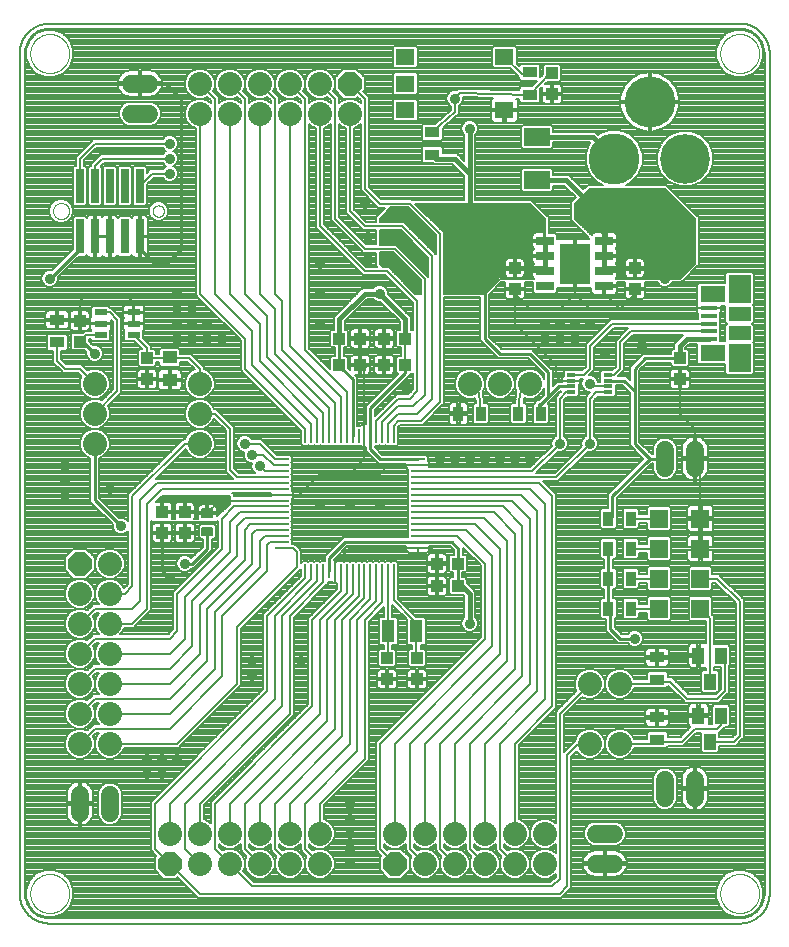
<source format=gtl>
G75*
%MOIN*%
%OFA0B0*%
%FSLAX25Y25*%
%IPPOS*%
%LPD*%
%AMOC8*
5,1,8,0,0,1.08239X$1,22.5*
%
%ADD10C,0.00600*%
%ADD11R,0.03937X0.03937*%
%ADD12R,0.05118X0.04134*%
%ADD13R,0.05906X0.06299*%
%ADD14R,0.02756X0.11417*%
%ADD15C,0.00000*%
%ADD16C,0.00630*%
%ADD17R,0.05118X0.03543*%
%ADD18R,0.03543X0.05118*%
%ADD19R,0.06299X0.05512*%
%ADD20C,0.08000*%
%ADD21R,0.04724X0.00866*%
%ADD22R,0.00866X0.04724*%
%ADD23R,0.04331X0.02362*%
%ADD24R,0.04331X0.07480*%
%ADD25OC8,0.08000*%
%ADD26C,0.06000*%
%ADD27R,0.03937X0.05512*%
%ADD28C,0.16992*%
%ADD29C,0.16598*%
%ADD30R,0.08583X0.05984*%
%ADD31R,0.05433X0.01772*%
%ADD32R,0.08268X0.05807*%
%ADD33R,0.07480X0.04626*%
%ADD34R,0.07480X0.09350*%
%ADD35R,0.03150X0.01181*%
%ADD36R,0.10287X0.13787*%
%ADD37R,0.05925X0.03157*%
%ADD38C,0.00800*%
%ADD39C,0.01000*%
%ADD40C,0.03562*%
%ADD41C,0.01600*%
D10*
X0037595Y0048933D02*
X0037595Y0328933D01*
X0037598Y0329175D01*
X0037607Y0329416D01*
X0037621Y0329657D01*
X0037642Y0329898D01*
X0037668Y0330138D01*
X0037700Y0330378D01*
X0037738Y0330617D01*
X0037781Y0330854D01*
X0037831Y0331091D01*
X0037886Y0331326D01*
X0037946Y0331560D01*
X0038013Y0331792D01*
X0038084Y0332023D01*
X0038162Y0332252D01*
X0038245Y0332479D01*
X0038333Y0332704D01*
X0038427Y0332927D01*
X0038526Y0333147D01*
X0038631Y0333365D01*
X0038740Y0333580D01*
X0038855Y0333793D01*
X0038975Y0334003D01*
X0039100Y0334209D01*
X0039230Y0334413D01*
X0039365Y0334614D01*
X0039505Y0334811D01*
X0039649Y0335005D01*
X0039798Y0335195D01*
X0039952Y0335381D01*
X0040110Y0335564D01*
X0040272Y0335743D01*
X0040439Y0335918D01*
X0040610Y0336089D01*
X0040785Y0336256D01*
X0040964Y0336418D01*
X0041147Y0336576D01*
X0041333Y0336730D01*
X0041523Y0336879D01*
X0041717Y0337023D01*
X0041914Y0337163D01*
X0042115Y0337298D01*
X0042319Y0337428D01*
X0042525Y0337553D01*
X0042735Y0337673D01*
X0042948Y0337788D01*
X0043163Y0337897D01*
X0043381Y0338002D01*
X0043601Y0338101D01*
X0043824Y0338195D01*
X0044049Y0338283D01*
X0044276Y0338366D01*
X0044505Y0338444D01*
X0044736Y0338515D01*
X0044968Y0338582D01*
X0045202Y0338642D01*
X0045437Y0338697D01*
X0045674Y0338747D01*
X0045911Y0338790D01*
X0046150Y0338828D01*
X0046390Y0338860D01*
X0046630Y0338886D01*
X0046871Y0338907D01*
X0047112Y0338921D01*
X0047353Y0338930D01*
X0047595Y0338933D01*
X0277595Y0338933D01*
X0277837Y0338930D01*
X0278078Y0338921D01*
X0278319Y0338907D01*
X0278560Y0338886D01*
X0278800Y0338860D01*
X0279040Y0338828D01*
X0279279Y0338790D01*
X0279516Y0338747D01*
X0279753Y0338697D01*
X0279988Y0338642D01*
X0280222Y0338582D01*
X0280454Y0338515D01*
X0280685Y0338444D01*
X0280914Y0338366D01*
X0281141Y0338283D01*
X0281366Y0338195D01*
X0281589Y0338101D01*
X0281809Y0338002D01*
X0282027Y0337897D01*
X0282242Y0337788D01*
X0282455Y0337673D01*
X0282665Y0337553D01*
X0282871Y0337428D01*
X0283075Y0337298D01*
X0283276Y0337163D01*
X0283473Y0337023D01*
X0283667Y0336879D01*
X0283857Y0336730D01*
X0284043Y0336576D01*
X0284226Y0336418D01*
X0284405Y0336256D01*
X0284580Y0336089D01*
X0284751Y0335918D01*
X0284918Y0335743D01*
X0285080Y0335564D01*
X0285238Y0335381D01*
X0285392Y0335195D01*
X0285541Y0335005D01*
X0285685Y0334811D01*
X0285825Y0334614D01*
X0285960Y0334413D01*
X0286090Y0334209D01*
X0286215Y0334003D01*
X0286335Y0333793D01*
X0286450Y0333580D01*
X0286559Y0333365D01*
X0286664Y0333147D01*
X0286763Y0332927D01*
X0286857Y0332704D01*
X0286945Y0332479D01*
X0287028Y0332252D01*
X0287106Y0332023D01*
X0287177Y0331792D01*
X0287244Y0331560D01*
X0287304Y0331326D01*
X0287359Y0331091D01*
X0287409Y0330854D01*
X0287452Y0330617D01*
X0287490Y0330378D01*
X0287522Y0330138D01*
X0287548Y0329898D01*
X0287569Y0329657D01*
X0287583Y0329416D01*
X0287592Y0329175D01*
X0287595Y0328933D01*
X0287595Y0048933D01*
X0287592Y0048691D01*
X0287583Y0048450D01*
X0287569Y0048209D01*
X0287548Y0047968D01*
X0287522Y0047728D01*
X0287490Y0047488D01*
X0287452Y0047249D01*
X0287409Y0047012D01*
X0287359Y0046775D01*
X0287304Y0046540D01*
X0287244Y0046306D01*
X0287177Y0046074D01*
X0287106Y0045843D01*
X0287028Y0045614D01*
X0286945Y0045387D01*
X0286857Y0045162D01*
X0286763Y0044939D01*
X0286664Y0044719D01*
X0286559Y0044501D01*
X0286450Y0044286D01*
X0286335Y0044073D01*
X0286215Y0043863D01*
X0286090Y0043657D01*
X0285960Y0043453D01*
X0285825Y0043252D01*
X0285685Y0043055D01*
X0285541Y0042861D01*
X0285392Y0042671D01*
X0285238Y0042485D01*
X0285080Y0042302D01*
X0284918Y0042123D01*
X0284751Y0041948D01*
X0284580Y0041777D01*
X0284405Y0041610D01*
X0284226Y0041448D01*
X0284043Y0041290D01*
X0283857Y0041136D01*
X0283667Y0040987D01*
X0283473Y0040843D01*
X0283276Y0040703D01*
X0283075Y0040568D01*
X0282871Y0040438D01*
X0282665Y0040313D01*
X0282455Y0040193D01*
X0282242Y0040078D01*
X0282027Y0039969D01*
X0281809Y0039864D01*
X0281589Y0039765D01*
X0281366Y0039671D01*
X0281141Y0039583D01*
X0280914Y0039500D01*
X0280685Y0039422D01*
X0280454Y0039351D01*
X0280222Y0039284D01*
X0279988Y0039224D01*
X0279753Y0039169D01*
X0279516Y0039119D01*
X0279279Y0039076D01*
X0279040Y0039038D01*
X0278800Y0039006D01*
X0278560Y0038980D01*
X0278319Y0038959D01*
X0278078Y0038945D01*
X0277837Y0038936D01*
X0277595Y0038933D01*
X0047595Y0038933D01*
X0047353Y0038936D01*
X0047112Y0038945D01*
X0046871Y0038959D01*
X0046630Y0038980D01*
X0046390Y0039006D01*
X0046150Y0039038D01*
X0045911Y0039076D01*
X0045674Y0039119D01*
X0045437Y0039169D01*
X0045202Y0039224D01*
X0044968Y0039284D01*
X0044736Y0039351D01*
X0044505Y0039422D01*
X0044276Y0039500D01*
X0044049Y0039583D01*
X0043824Y0039671D01*
X0043601Y0039765D01*
X0043381Y0039864D01*
X0043163Y0039969D01*
X0042948Y0040078D01*
X0042735Y0040193D01*
X0042525Y0040313D01*
X0042319Y0040438D01*
X0042115Y0040568D01*
X0041914Y0040703D01*
X0041717Y0040843D01*
X0041523Y0040987D01*
X0041333Y0041136D01*
X0041147Y0041290D01*
X0040964Y0041448D01*
X0040785Y0041610D01*
X0040610Y0041777D01*
X0040439Y0041948D01*
X0040272Y0042123D01*
X0040110Y0042302D01*
X0039952Y0042485D01*
X0039798Y0042671D01*
X0039649Y0042861D01*
X0039505Y0043055D01*
X0039365Y0043252D01*
X0039230Y0043453D01*
X0039100Y0043657D01*
X0038975Y0043863D01*
X0038855Y0044073D01*
X0038740Y0044286D01*
X0038631Y0044501D01*
X0038526Y0044719D01*
X0038427Y0044939D01*
X0038333Y0045162D01*
X0038245Y0045387D01*
X0038162Y0045614D01*
X0038084Y0045843D01*
X0038013Y0046074D01*
X0037946Y0046306D01*
X0037886Y0046540D01*
X0037831Y0046775D01*
X0037781Y0047012D01*
X0037738Y0047249D01*
X0037700Y0047488D01*
X0037668Y0047728D01*
X0037642Y0047968D01*
X0037621Y0048209D01*
X0037607Y0048450D01*
X0037598Y0048691D01*
X0037595Y0048933D01*
X0088334Y0173933D02*
X0088364Y0174043D01*
X0088364Y0175883D01*
X0085395Y0175883D01*
X0085395Y0176483D01*
X0084795Y0176483D01*
X0084795Y0179452D01*
X0083114Y0179452D01*
X0085095Y0181433D01*
X0107595Y0181433D01*
X0107595Y0178933D01*
X0103285Y0174623D01*
X0103285Y0175493D01*
X0100395Y0175493D01*
X0100395Y0176093D01*
X0103285Y0176093D01*
X0103285Y0177266D01*
X0103175Y0177677D01*
X0102962Y0178045D01*
X0102662Y0178345D01*
X0102293Y0178558D01*
X0101883Y0178668D01*
X0100395Y0178668D01*
X0100395Y0176093D01*
X0099795Y0176093D01*
X0099795Y0175493D01*
X0096905Y0175493D01*
X0096905Y0174321D01*
X0097009Y0173933D01*
X0095834Y0173933D01*
X0095864Y0174043D01*
X0095864Y0175883D01*
X0092895Y0175883D01*
X0092895Y0176483D01*
X0092295Y0176483D01*
X0092295Y0175883D01*
X0089327Y0175883D01*
X0089327Y0174043D01*
X0089356Y0173933D01*
X0088334Y0173933D01*
X0088364Y0174197D02*
X0089327Y0174197D01*
X0089327Y0174795D02*
X0088364Y0174795D01*
X0088364Y0175394D02*
X0089327Y0175394D01*
X0089327Y0176483D02*
X0092295Y0176483D01*
X0092295Y0179452D01*
X0090455Y0179452D01*
X0090125Y0179363D01*
X0089828Y0179192D01*
X0089586Y0178950D01*
X0089415Y0178653D01*
X0089327Y0178323D01*
X0089327Y0176483D01*
X0089327Y0176591D02*
X0088364Y0176591D01*
X0088364Y0176483D02*
X0088364Y0178323D01*
X0088275Y0178653D01*
X0088104Y0178950D01*
X0087862Y0179192D01*
X0087565Y0179363D01*
X0087235Y0179452D01*
X0085395Y0179452D01*
X0085395Y0176483D01*
X0088364Y0176483D01*
X0088364Y0177189D02*
X0089327Y0177189D01*
X0089327Y0177788D02*
X0088364Y0177788D01*
X0088347Y0178386D02*
X0089344Y0178386D01*
X0089621Y0178985D02*
X0088069Y0178985D01*
X0085395Y0178985D02*
X0084795Y0178985D01*
X0084795Y0178386D02*
X0085395Y0178386D01*
X0085395Y0177788D02*
X0084795Y0177788D01*
X0084795Y0177189D02*
X0085395Y0177189D01*
X0085395Y0176591D02*
X0084795Y0176591D01*
X0085395Y0175992D02*
X0092295Y0175992D01*
X0092295Y0176591D02*
X0092895Y0176591D01*
X0092895Y0176483D02*
X0092895Y0179452D01*
X0094735Y0179452D01*
X0095065Y0179363D01*
X0095362Y0179192D01*
X0095604Y0178950D01*
X0095775Y0178653D01*
X0095864Y0178323D01*
X0095864Y0176483D01*
X0092895Y0176483D01*
X0092895Y0175992D02*
X0099795Y0175992D01*
X0099795Y0176093D02*
X0096905Y0176093D01*
X0096905Y0177266D01*
X0097015Y0177677D01*
X0097228Y0178045D01*
X0097529Y0178345D01*
X0097897Y0178558D01*
X0098308Y0178668D01*
X0099795Y0178668D01*
X0099795Y0176093D01*
X0099795Y0176591D02*
X0100395Y0176591D01*
X0100395Y0177189D02*
X0099795Y0177189D01*
X0099795Y0177788D02*
X0100395Y0177788D01*
X0100395Y0178386D02*
X0099795Y0178386D01*
X0097599Y0178386D02*
X0095847Y0178386D01*
X0095864Y0177788D02*
X0097080Y0177788D01*
X0096905Y0177189D02*
X0095864Y0177189D01*
X0095864Y0176591D02*
X0096905Y0176591D01*
X0096905Y0175394D02*
X0095864Y0175394D01*
X0095864Y0174795D02*
X0096905Y0174795D01*
X0096939Y0174197D02*
X0095864Y0174197D01*
X0092895Y0177189D02*
X0092295Y0177189D01*
X0092295Y0177788D02*
X0092895Y0177788D01*
X0092895Y0178386D02*
X0092295Y0178386D01*
X0092295Y0178985D02*
X0092895Y0178985D01*
X0095569Y0178985D02*
X0107595Y0178985D01*
X0107595Y0179583D02*
X0083245Y0179583D01*
X0083844Y0180182D02*
X0107595Y0180182D01*
X0107595Y0180780D02*
X0084442Y0180780D01*
X0085041Y0181379D02*
X0107595Y0181379D01*
X0107048Y0178386D02*
X0102591Y0178386D01*
X0103111Y0177788D02*
X0106450Y0177788D01*
X0105851Y0177189D02*
X0103285Y0177189D01*
X0103285Y0176591D02*
X0105253Y0176591D01*
X0104654Y0175992D02*
X0100395Y0175992D01*
X0103285Y0175394D02*
X0104056Y0175394D01*
X0103457Y0174795D02*
X0103285Y0174795D01*
X0169434Y0248933D02*
X0160634Y0257733D01*
X0158795Y0257733D01*
X0157595Y0258933D01*
X0157595Y0262633D01*
X0162057Y0262633D01*
X0171295Y0253395D01*
X0171295Y0248933D01*
X0169434Y0248933D01*
X0169356Y0249011D02*
X0171295Y0249011D01*
X0171295Y0249609D02*
X0168758Y0249609D01*
X0168159Y0250208D02*
X0171295Y0250208D01*
X0171295Y0250806D02*
X0167561Y0250806D01*
X0166962Y0251405D02*
X0171295Y0251405D01*
X0171295Y0252003D02*
X0166364Y0252003D01*
X0165765Y0252602D02*
X0171295Y0252602D01*
X0171295Y0253200D02*
X0165167Y0253200D01*
X0164568Y0253799D02*
X0170891Y0253799D01*
X0170293Y0254397D02*
X0163970Y0254397D01*
X0163371Y0254996D02*
X0169694Y0254996D01*
X0169096Y0255594D02*
X0162773Y0255594D01*
X0162174Y0256193D02*
X0168497Y0256193D01*
X0167899Y0256791D02*
X0161575Y0256791D01*
X0160977Y0257390D02*
X0167300Y0257390D01*
X0166702Y0257988D02*
X0158540Y0257988D01*
X0157941Y0258587D02*
X0166103Y0258587D01*
X0165504Y0259185D02*
X0157595Y0259185D01*
X0157595Y0259784D02*
X0164906Y0259784D01*
X0164307Y0260382D02*
X0157595Y0260382D01*
X0157595Y0260981D02*
X0163709Y0260981D01*
X0163110Y0261579D02*
X0157595Y0261579D01*
X0157595Y0262178D02*
X0162512Y0262178D01*
X0164393Y0263973D02*
X0170716Y0263973D01*
X0170118Y0264572D02*
X0163795Y0264572D01*
X0163196Y0265170D02*
X0169519Y0265170D01*
X0168921Y0265769D02*
X0157595Y0265769D01*
X0157595Y0265233D02*
X0157595Y0270133D01*
X0164557Y0270133D01*
X0173795Y0260895D01*
X0173795Y0254572D01*
X0163134Y0265233D01*
X0157595Y0265233D01*
X0157595Y0266367D02*
X0168322Y0266367D01*
X0167724Y0266966D02*
X0157595Y0266966D01*
X0157595Y0267564D02*
X0167125Y0267564D01*
X0166527Y0268163D02*
X0157595Y0268163D01*
X0157595Y0268761D02*
X0165928Y0268761D01*
X0165330Y0269360D02*
X0157595Y0269360D01*
X0157595Y0269958D02*
X0164731Y0269958D01*
X0166613Y0271754D02*
X0172936Y0271754D01*
X0173534Y0271155D02*
X0167211Y0271155D01*
X0167810Y0270557D02*
X0174133Y0270557D01*
X0174731Y0269958D02*
X0168408Y0269958D01*
X0169007Y0269360D02*
X0175330Y0269360D01*
X0175928Y0268761D02*
X0169605Y0268761D01*
X0170204Y0268163D02*
X0176295Y0268163D01*
X0176295Y0268395D02*
X0176295Y0262072D01*
X0175634Y0262733D01*
X0165634Y0272733D01*
X0164557Y0272733D01*
X0157595Y0272733D01*
X0157595Y0273933D01*
X0161295Y0277633D01*
X0167057Y0277633D01*
X0176295Y0268395D01*
X0176295Y0267564D02*
X0170802Y0267564D01*
X0171401Y0266966D02*
X0176295Y0266966D01*
X0176295Y0266367D02*
X0171999Y0266367D01*
X0172598Y0265769D02*
X0176295Y0265769D01*
X0176295Y0265170D02*
X0173196Y0265170D01*
X0173795Y0264572D02*
X0176295Y0264572D01*
X0176295Y0263973D02*
X0174393Y0263973D01*
X0174992Y0263375D02*
X0176295Y0263375D01*
X0176295Y0262776D02*
X0175590Y0262776D01*
X0176189Y0262178D02*
X0176295Y0262178D01*
X0178895Y0262178D02*
X0208500Y0262178D01*
X0208500Y0261733D02*
X0212462Y0261733D01*
X0212462Y0261133D01*
X0208500Y0261133D01*
X0208500Y0259683D01*
X0208588Y0259353D01*
X0208760Y0259056D01*
X0208883Y0258933D01*
X0208760Y0258810D01*
X0208588Y0258514D01*
X0208500Y0258183D01*
X0208500Y0256733D01*
X0212462Y0256733D01*
X0212462Y0256133D01*
X0208500Y0256133D01*
X0208500Y0254683D01*
X0208588Y0254353D01*
X0208760Y0254056D01*
X0208883Y0253933D01*
X0197595Y0253933D01*
X0192595Y0248933D01*
X0178895Y0248933D01*
X0178895Y0269472D01*
X0169434Y0278933D01*
X0207595Y0278933D01*
X0212595Y0273933D01*
X0212595Y0266733D01*
X0212462Y0266733D01*
X0212462Y0266133D01*
X0208500Y0266133D01*
X0208500Y0264683D01*
X0208588Y0264353D01*
X0208760Y0264056D01*
X0208883Y0263933D01*
X0208760Y0263810D01*
X0208588Y0263514D01*
X0208500Y0263183D01*
X0208500Y0261733D01*
X0208500Y0260981D02*
X0178895Y0260981D01*
X0178895Y0261579D02*
X0212462Y0261579D01*
X0212462Y0256193D02*
X0205864Y0256193D01*
X0205864Y0256791D02*
X0208500Y0256791D01*
X0208500Y0257390D02*
X0202895Y0257390D01*
X0202895Y0257133D02*
X0202895Y0257733D01*
X0202295Y0257733D01*
X0202295Y0257133D01*
X0199327Y0257133D01*
X0199327Y0255293D01*
X0199415Y0254963D01*
X0199586Y0254666D01*
X0199828Y0254424D01*
X0200125Y0254253D01*
X0200455Y0254165D01*
X0202295Y0254165D01*
X0202295Y0257133D01*
X0202895Y0257133D01*
X0202895Y0254165D01*
X0204735Y0254165D01*
X0205065Y0254253D01*
X0205362Y0254424D01*
X0205604Y0254666D01*
X0205775Y0254963D01*
X0205864Y0255293D01*
X0205864Y0257133D01*
X0202895Y0257133D01*
X0202895Y0256791D02*
X0202295Y0256791D01*
X0202295Y0256193D02*
X0202895Y0256193D01*
X0202895Y0255594D02*
X0202295Y0255594D01*
X0202295Y0254996D02*
X0202895Y0254996D01*
X0202895Y0254397D02*
X0202295Y0254397D01*
X0199875Y0254397D02*
X0178895Y0254397D01*
X0178895Y0253799D02*
X0197461Y0253799D01*
X0196862Y0253200D02*
X0178895Y0253200D01*
X0178895Y0252602D02*
X0196264Y0252602D01*
X0195665Y0252003D02*
X0178895Y0252003D01*
X0178895Y0251405D02*
X0195067Y0251405D01*
X0194468Y0250806D02*
X0178895Y0250806D01*
X0178895Y0250208D02*
X0193870Y0250208D01*
X0193271Y0249609D02*
X0178895Y0249609D01*
X0178895Y0249011D02*
X0192673Y0249011D01*
X0199406Y0254996D02*
X0178895Y0254996D01*
X0178895Y0255594D02*
X0199327Y0255594D01*
X0199327Y0256193D02*
X0178895Y0256193D01*
X0178895Y0256791D02*
X0199327Y0256791D01*
X0199327Y0257733D02*
X0202295Y0257733D01*
X0202295Y0260702D01*
X0200455Y0260702D01*
X0200125Y0260613D01*
X0199828Y0260442D01*
X0199586Y0260200D01*
X0199415Y0259903D01*
X0199327Y0259573D01*
X0199327Y0257733D01*
X0199327Y0257988D02*
X0178895Y0257988D01*
X0178895Y0257390D02*
X0202295Y0257390D01*
X0202295Y0257988D02*
X0202895Y0257988D01*
X0202895Y0257733D02*
X0202895Y0260702D01*
X0204735Y0260702D01*
X0205065Y0260613D01*
X0205362Y0260442D01*
X0205604Y0260200D01*
X0205775Y0259903D01*
X0205864Y0259573D01*
X0205864Y0257733D01*
X0202895Y0257733D01*
X0202895Y0258587D02*
X0202295Y0258587D01*
X0202295Y0259185D02*
X0202895Y0259185D01*
X0202895Y0259784D02*
X0202295Y0259784D01*
X0202295Y0260382D02*
X0202895Y0260382D01*
X0205421Y0260382D02*
X0208500Y0260382D01*
X0208500Y0259784D02*
X0205807Y0259784D01*
X0205864Y0259185D02*
X0208685Y0259185D01*
X0208631Y0258587D02*
X0205864Y0258587D01*
X0205864Y0257988D02*
X0208500Y0257988D01*
X0208500Y0255594D02*
X0205864Y0255594D01*
X0205784Y0254996D02*
X0208500Y0254996D01*
X0208577Y0254397D02*
X0205315Y0254397D01*
X0199327Y0258587D02*
X0178895Y0258587D01*
X0178895Y0259185D02*
X0199327Y0259185D01*
X0199383Y0259784D02*
X0178895Y0259784D01*
X0178895Y0260382D02*
X0199769Y0260382D01*
X0208500Y0262776D02*
X0178895Y0262776D01*
X0178895Y0263375D02*
X0208551Y0263375D01*
X0208842Y0263973D02*
X0178895Y0263973D01*
X0178895Y0264572D02*
X0208530Y0264572D01*
X0208500Y0265170D02*
X0178895Y0265170D01*
X0178895Y0265769D02*
X0208500Y0265769D01*
X0208500Y0266733D02*
X0208500Y0268183D01*
X0208588Y0268514D01*
X0208760Y0268810D01*
X0209002Y0269052D01*
X0209298Y0269223D01*
X0209629Y0269312D01*
X0212462Y0269312D01*
X0212462Y0266733D01*
X0208500Y0266733D01*
X0208500Y0266966D02*
X0178895Y0266966D01*
X0178895Y0267564D02*
X0208500Y0267564D01*
X0208500Y0268163D02*
X0178895Y0268163D01*
X0178895Y0268761D02*
X0208732Y0268761D01*
X0212462Y0268761D02*
X0212595Y0268761D01*
X0212595Y0268163D02*
X0212462Y0268163D01*
X0212462Y0267564D02*
X0212595Y0267564D01*
X0212595Y0266966D02*
X0212462Y0266966D01*
X0212462Y0266367D02*
X0178895Y0266367D01*
X0178895Y0269360D02*
X0212595Y0269360D01*
X0212595Y0269958D02*
X0178408Y0269958D01*
X0177810Y0270557D02*
X0212595Y0270557D01*
X0212595Y0271155D02*
X0177211Y0271155D01*
X0176613Y0271754D02*
X0212595Y0271754D01*
X0212595Y0272352D02*
X0176014Y0272352D01*
X0175416Y0272951D02*
X0212595Y0272951D01*
X0212595Y0273550D02*
X0174817Y0273550D01*
X0174219Y0274148D02*
X0212380Y0274148D01*
X0211782Y0274747D02*
X0173620Y0274747D01*
X0173022Y0275345D02*
X0211183Y0275345D01*
X0210585Y0275944D02*
X0172423Y0275944D01*
X0171825Y0276542D02*
X0209986Y0276542D01*
X0209388Y0277141D02*
X0171226Y0277141D01*
X0170628Y0277739D02*
X0208789Y0277739D01*
X0208191Y0278338D02*
X0170029Y0278338D01*
X0168148Y0276542D02*
X0160204Y0276542D01*
X0159606Y0275944D02*
X0168746Y0275944D01*
X0169345Y0275345D02*
X0159007Y0275345D01*
X0158409Y0274747D02*
X0169943Y0274747D01*
X0170542Y0274148D02*
X0157810Y0274148D01*
X0157595Y0273550D02*
X0171140Y0273550D01*
X0171739Y0272951D02*
X0157595Y0272951D01*
X0160803Y0277141D02*
X0167549Y0277141D01*
X0166014Y0272352D02*
X0172337Y0272352D01*
X0171315Y0263375D02*
X0164992Y0263375D01*
X0165590Y0262776D02*
X0171913Y0262776D01*
X0172512Y0262178D02*
X0166189Y0262178D01*
X0166787Y0261579D02*
X0173110Y0261579D01*
X0173709Y0260981D02*
X0167386Y0260981D01*
X0167984Y0260382D02*
X0173795Y0260382D01*
X0173795Y0259784D02*
X0168583Y0259784D01*
X0169181Y0259185D02*
X0173795Y0259185D01*
X0173795Y0258587D02*
X0169780Y0258587D01*
X0170378Y0257988D02*
X0173795Y0257988D01*
X0173795Y0257390D02*
X0170977Y0257390D01*
X0171575Y0256791D02*
X0173795Y0256791D01*
X0173795Y0256193D02*
X0172174Y0256193D01*
X0172773Y0255594D02*
X0173795Y0255594D01*
X0173795Y0254996D02*
X0173371Y0254996D01*
X0222595Y0273933D02*
X0222595Y0278933D01*
X0227595Y0283933D01*
X0252595Y0283933D01*
X0262595Y0273933D01*
X0262595Y0258933D01*
X0257595Y0253933D01*
X0236308Y0253933D01*
X0236431Y0254056D01*
X0236602Y0254353D01*
X0236690Y0254683D01*
X0236690Y0256133D01*
X0232728Y0256133D01*
X0232728Y0256733D01*
X0236690Y0256733D01*
X0236690Y0258183D01*
X0236602Y0258514D01*
X0236431Y0258810D01*
X0236308Y0258933D01*
X0236431Y0259056D01*
X0236602Y0259353D01*
X0236690Y0259683D01*
X0236690Y0261133D01*
X0232728Y0261133D01*
X0232728Y0261733D01*
X0236690Y0261733D01*
X0236690Y0263183D01*
X0236602Y0263514D01*
X0236431Y0263810D01*
X0236308Y0263933D01*
X0236431Y0264056D01*
X0236602Y0264353D01*
X0236690Y0264683D01*
X0236690Y0266133D01*
X0232728Y0266133D01*
X0232728Y0266733D01*
X0236690Y0266733D01*
X0236690Y0268183D01*
X0236602Y0268514D01*
X0236431Y0268810D01*
X0236189Y0269052D01*
X0235892Y0269223D01*
X0235562Y0269312D01*
X0232728Y0269312D01*
X0232728Y0266733D01*
X0232128Y0266733D01*
X0232128Y0269312D01*
X0229294Y0269312D01*
X0228963Y0269223D01*
X0228667Y0269052D01*
X0228425Y0268810D01*
X0228254Y0268514D01*
X0228203Y0268325D01*
X0222595Y0273933D01*
X0222595Y0274148D02*
X0262380Y0274148D01*
X0262595Y0273550D02*
X0222979Y0273550D01*
X0223577Y0272951D02*
X0262595Y0272951D01*
X0262595Y0272352D02*
X0224176Y0272352D01*
X0224774Y0271754D02*
X0262595Y0271754D01*
X0262595Y0271155D02*
X0225373Y0271155D01*
X0225971Y0270557D02*
X0262595Y0270557D01*
X0262595Y0269958D02*
X0226570Y0269958D01*
X0227168Y0269360D02*
X0262595Y0269360D01*
X0262595Y0268761D02*
X0236459Y0268761D01*
X0236690Y0268163D02*
X0262595Y0268163D01*
X0262595Y0267564D02*
X0236690Y0267564D01*
X0236690Y0266966D02*
X0262595Y0266966D01*
X0262595Y0266367D02*
X0232728Y0266367D01*
X0232728Y0266133D02*
X0232728Y0261733D01*
X0232595Y0261733D01*
X0232595Y0263933D01*
X0232128Y0264400D01*
X0232128Y0266133D01*
X0232728Y0266133D01*
X0232728Y0265769D02*
X0232128Y0265769D01*
X0232128Y0265170D02*
X0232728Y0265170D01*
X0232728Y0264572D02*
X0232128Y0264572D01*
X0232555Y0263973D02*
X0232728Y0263973D01*
X0232728Y0263375D02*
X0232595Y0263375D01*
X0232595Y0262776D02*
X0232728Y0262776D01*
X0232728Y0262178D02*
X0232595Y0262178D01*
X0232728Y0261579D02*
X0262595Y0261579D01*
X0262595Y0260981D02*
X0236690Y0260981D01*
X0236690Y0260382D02*
X0239769Y0260382D01*
X0239828Y0260442D02*
X0239586Y0260200D01*
X0239415Y0259903D01*
X0239327Y0259573D01*
X0239327Y0257733D01*
X0242295Y0257733D01*
X0242295Y0257133D01*
X0239327Y0257133D01*
X0239327Y0255293D01*
X0239415Y0254963D01*
X0239586Y0254666D01*
X0239828Y0254424D01*
X0240125Y0254253D01*
X0240455Y0254165D01*
X0242295Y0254165D01*
X0242295Y0257133D01*
X0242895Y0257133D01*
X0242895Y0254165D01*
X0244735Y0254165D01*
X0245065Y0254253D01*
X0245362Y0254424D01*
X0245604Y0254666D01*
X0245775Y0254963D01*
X0245864Y0255293D01*
X0245864Y0257133D01*
X0242895Y0257133D01*
X0242895Y0257733D01*
X0242295Y0257733D01*
X0242295Y0260702D01*
X0240455Y0260702D01*
X0240125Y0260613D01*
X0239828Y0260442D01*
X0239383Y0259784D02*
X0236690Y0259784D01*
X0236505Y0259185D02*
X0239327Y0259185D01*
X0239327Y0258587D02*
X0236560Y0258587D01*
X0236690Y0257988D02*
X0239327Y0257988D01*
X0239327Y0256791D02*
X0236690Y0256791D01*
X0236690Y0257390D02*
X0242295Y0257390D01*
X0242295Y0257988D02*
X0242895Y0257988D01*
X0242895Y0257733D02*
X0242895Y0260702D01*
X0244735Y0260702D01*
X0245065Y0260613D01*
X0245362Y0260442D01*
X0245604Y0260200D01*
X0245775Y0259903D01*
X0245864Y0259573D01*
X0245864Y0257733D01*
X0242895Y0257733D01*
X0242895Y0257390D02*
X0261052Y0257390D01*
X0261650Y0257988D02*
X0245864Y0257988D01*
X0245864Y0258587D02*
X0262249Y0258587D01*
X0262595Y0259185D02*
X0245864Y0259185D01*
X0245807Y0259784D02*
X0262595Y0259784D01*
X0262595Y0260382D02*
X0245421Y0260382D01*
X0242895Y0260382D02*
X0242295Y0260382D01*
X0242295Y0259784D02*
X0242895Y0259784D01*
X0242895Y0259185D02*
X0242295Y0259185D01*
X0242295Y0258587D02*
X0242895Y0258587D01*
X0242895Y0256791D02*
X0242295Y0256791D01*
X0242295Y0256193D02*
X0242895Y0256193D01*
X0242895Y0255594D02*
X0242295Y0255594D01*
X0242295Y0254996D02*
X0242895Y0254996D01*
X0242895Y0254397D02*
X0242295Y0254397D01*
X0239875Y0254397D02*
X0236614Y0254397D01*
X0236690Y0254996D02*
X0239406Y0254996D01*
X0239327Y0255594D02*
X0236690Y0255594D01*
X0239327Y0256193D02*
X0232728Y0256193D01*
X0236690Y0262178D02*
X0262595Y0262178D01*
X0262595Y0262776D02*
X0236690Y0262776D01*
X0236639Y0263375D02*
X0262595Y0263375D01*
X0262595Y0263973D02*
X0236348Y0263973D01*
X0236661Y0264572D02*
X0262595Y0264572D01*
X0262595Y0265170D02*
X0236690Y0265170D01*
X0236690Y0265769D02*
X0262595Y0265769D01*
X0260453Y0256791D02*
X0245864Y0256791D01*
X0245864Y0256193D02*
X0259855Y0256193D01*
X0259256Y0255594D02*
X0245864Y0255594D01*
X0245784Y0254996D02*
X0258658Y0254996D01*
X0258059Y0254397D02*
X0245315Y0254397D01*
X0232728Y0266966D02*
X0232128Y0266966D01*
X0232128Y0267564D02*
X0232728Y0267564D01*
X0232728Y0268163D02*
X0232128Y0268163D01*
X0232128Y0268761D02*
X0232728Y0268761D01*
X0228397Y0268761D02*
X0227767Y0268761D01*
X0222595Y0274747D02*
X0261782Y0274747D01*
X0261183Y0275345D02*
X0222595Y0275345D01*
X0222595Y0275944D02*
X0260585Y0275944D01*
X0259986Y0276542D02*
X0222595Y0276542D01*
X0222595Y0277141D02*
X0259388Y0277141D01*
X0258789Y0277739D02*
X0222595Y0277739D01*
X0222595Y0278338D02*
X0258191Y0278338D01*
X0257592Y0278936D02*
X0222598Y0278936D01*
X0223197Y0279535D02*
X0256994Y0279535D01*
X0256395Y0280133D02*
X0223795Y0280133D01*
X0224394Y0280732D02*
X0255797Y0280732D01*
X0255198Y0281330D02*
X0224992Y0281330D01*
X0225591Y0281929D02*
X0254600Y0281929D01*
X0254001Y0282527D02*
X0226189Y0282527D01*
X0226788Y0283126D02*
X0253403Y0283126D01*
X0252804Y0283724D02*
X0227386Y0283724D01*
D11*
X0242595Y0257433D03*
X0242595Y0250433D03*
X0257595Y0227433D03*
X0257595Y0220433D03*
X0202595Y0250433D03*
X0202595Y0257433D03*
X0166095Y0233933D03*
X0159095Y0233933D03*
X0159095Y0225183D03*
X0166095Y0225183D03*
X0151095Y0225183D03*
X0144095Y0225183D03*
X0144095Y0233933D03*
X0151095Y0233933D03*
X0092595Y0176183D03*
X0092595Y0169183D03*
X0085095Y0169183D03*
X0085095Y0176183D03*
X0080095Y0220433D03*
X0080095Y0227433D03*
X0057595Y0232933D03*
X0057595Y0239933D03*
X0160095Y0127433D03*
X0160095Y0120433D03*
X0170095Y0120433D03*
X0170095Y0127433D03*
X0176595Y0151433D03*
X0183595Y0151433D03*
X0183595Y0158933D03*
X0176595Y0158933D03*
X0215095Y0315433D03*
X0215095Y0322433D03*
D12*
X0087595Y0227673D03*
X0087595Y0220193D03*
D13*
X0250705Y0173933D03*
X0250705Y0163933D03*
X0250705Y0153933D03*
X0250705Y0143933D03*
X0264485Y0143933D03*
X0264485Y0153933D03*
X0264485Y0163933D03*
X0264485Y0173933D03*
D14*
X0077595Y0267969D03*
X0072595Y0267969D03*
X0067595Y0267969D03*
X0062674Y0267969D03*
X0057595Y0267969D03*
X0057595Y0284898D03*
X0062674Y0284898D03*
X0067595Y0284898D03*
X0072595Y0284898D03*
X0077595Y0284898D03*
D15*
X0081946Y0276433D02*
X0081948Y0276519D01*
X0081954Y0276606D01*
X0081964Y0276691D01*
X0081978Y0276777D01*
X0081996Y0276861D01*
X0082017Y0276945D01*
X0082043Y0277027D01*
X0082072Y0277109D01*
X0082105Y0277188D01*
X0082142Y0277267D01*
X0082182Y0277343D01*
X0082226Y0277417D01*
X0082273Y0277490D01*
X0082324Y0277560D01*
X0082377Y0277628D01*
X0082434Y0277693D01*
X0082494Y0277755D01*
X0082556Y0277815D01*
X0082621Y0277872D01*
X0082689Y0277925D01*
X0082759Y0277976D01*
X0082832Y0278023D01*
X0082906Y0278067D01*
X0082982Y0278107D01*
X0083061Y0278144D01*
X0083140Y0278177D01*
X0083222Y0278206D01*
X0083304Y0278232D01*
X0083388Y0278253D01*
X0083472Y0278271D01*
X0083558Y0278285D01*
X0083643Y0278295D01*
X0083730Y0278301D01*
X0083816Y0278303D01*
X0083902Y0278301D01*
X0083989Y0278295D01*
X0084074Y0278285D01*
X0084160Y0278271D01*
X0084244Y0278253D01*
X0084328Y0278232D01*
X0084410Y0278206D01*
X0084492Y0278177D01*
X0084571Y0278144D01*
X0084650Y0278107D01*
X0084726Y0278067D01*
X0084800Y0278023D01*
X0084873Y0277976D01*
X0084943Y0277925D01*
X0085011Y0277872D01*
X0085076Y0277815D01*
X0085138Y0277755D01*
X0085198Y0277693D01*
X0085255Y0277628D01*
X0085308Y0277560D01*
X0085359Y0277490D01*
X0085406Y0277417D01*
X0085450Y0277343D01*
X0085490Y0277267D01*
X0085527Y0277188D01*
X0085560Y0277109D01*
X0085589Y0277027D01*
X0085615Y0276945D01*
X0085636Y0276861D01*
X0085654Y0276777D01*
X0085668Y0276691D01*
X0085678Y0276606D01*
X0085684Y0276519D01*
X0085686Y0276433D01*
X0085684Y0276347D01*
X0085678Y0276260D01*
X0085668Y0276175D01*
X0085654Y0276089D01*
X0085636Y0276005D01*
X0085615Y0275921D01*
X0085589Y0275839D01*
X0085560Y0275757D01*
X0085527Y0275678D01*
X0085490Y0275599D01*
X0085450Y0275523D01*
X0085406Y0275449D01*
X0085359Y0275376D01*
X0085308Y0275306D01*
X0085255Y0275238D01*
X0085198Y0275173D01*
X0085138Y0275111D01*
X0085076Y0275051D01*
X0085011Y0274994D01*
X0084943Y0274941D01*
X0084873Y0274890D01*
X0084800Y0274843D01*
X0084726Y0274799D01*
X0084650Y0274759D01*
X0084571Y0274722D01*
X0084492Y0274689D01*
X0084410Y0274660D01*
X0084328Y0274634D01*
X0084244Y0274613D01*
X0084160Y0274595D01*
X0084074Y0274581D01*
X0083989Y0274571D01*
X0083902Y0274565D01*
X0083816Y0274563D01*
X0083730Y0274565D01*
X0083643Y0274571D01*
X0083558Y0274581D01*
X0083472Y0274595D01*
X0083388Y0274613D01*
X0083304Y0274634D01*
X0083222Y0274660D01*
X0083140Y0274689D01*
X0083061Y0274722D01*
X0082982Y0274759D01*
X0082906Y0274799D01*
X0082832Y0274843D01*
X0082759Y0274890D01*
X0082689Y0274941D01*
X0082621Y0274994D01*
X0082556Y0275051D01*
X0082494Y0275111D01*
X0082434Y0275173D01*
X0082377Y0275238D01*
X0082324Y0275306D01*
X0082273Y0275376D01*
X0082226Y0275449D01*
X0082182Y0275523D01*
X0082142Y0275599D01*
X0082105Y0275678D01*
X0082072Y0275757D01*
X0082043Y0275839D01*
X0082017Y0275921D01*
X0081996Y0276005D01*
X0081978Y0276089D01*
X0081964Y0276175D01*
X0081954Y0276260D01*
X0081948Y0276347D01*
X0081946Y0276433D01*
X0048718Y0276433D02*
X0048720Y0276536D01*
X0048726Y0276639D01*
X0048736Y0276741D01*
X0048750Y0276844D01*
X0048768Y0276945D01*
X0048790Y0277046D01*
X0048815Y0277146D01*
X0048845Y0277244D01*
X0048878Y0277342D01*
X0048915Y0277438D01*
X0048956Y0277532D01*
X0049001Y0277625D01*
X0049049Y0277717D01*
X0049100Y0277806D01*
X0049155Y0277893D01*
X0049213Y0277978D01*
X0049275Y0278061D01*
X0049340Y0278141D01*
X0049407Y0278219D01*
X0049478Y0278293D01*
X0049552Y0278366D01*
X0049628Y0278435D01*
X0049707Y0278501D01*
X0049788Y0278564D01*
X0049872Y0278624D01*
X0049958Y0278681D01*
X0050046Y0278734D01*
X0050137Y0278784D01*
X0050229Y0278830D01*
X0050323Y0278873D01*
X0050418Y0278912D01*
X0050515Y0278947D01*
X0050613Y0278978D01*
X0050712Y0279006D01*
X0050813Y0279030D01*
X0050914Y0279050D01*
X0051015Y0279066D01*
X0051118Y0279078D01*
X0051221Y0279086D01*
X0051323Y0279090D01*
X0051427Y0279090D01*
X0051529Y0279086D01*
X0051632Y0279078D01*
X0051735Y0279066D01*
X0051836Y0279050D01*
X0051937Y0279030D01*
X0052038Y0279006D01*
X0052137Y0278978D01*
X0052235Y0278947D01*
X0052332Y0278912D01*
X0052427Y0278873D01*
X0052521Y0278830D01*
X0052613Y0278784D01*
X0052703Y0278734D01*
X0052792Y0278681D01*
X0052878Y0278624D01*
X0052962Y0278564D01*
X0053043Y0278501D01*
X0053122Y0278435D01*
X0053198Y0278366D01*
X0053272Y0278293D01*
X0053343Y0278219D01*
X0053410Y0278141D01*
X0053475Y0278061D01*
X0053537Y0277978D01*
X0053595Y0277893D01*
X0053650Y0277806D01*
X0053701Y0277717D01*
X0053749Y0277625D01*
X0053794Y0277532D01*
X0053835Y0277438D01*
X0053872Y0277342D01*
X0053905Y0277244D01*
X0053935Y0277146D01*
X0053960Y0277046D01*
X0053982Y0276945D01*
X0054000Y0276844D01*
X0054014Y0276741D01*
X0054024Y0276639D01*
X0054030Y0276536D01*
X0054032Y0276433D01*
X0054030Y0276330D01*
X0054024Y0276227D01*
X0054014Y0276125D01*
X0054000Y0276022D01*
X0053982Y0275921D01*
X0053960Y0275820D01*
X0053935Y0275720D01*
X0053905Y0275622D01*
X0053872Y0275524D01*
X0053835Y0275428D01*
X0053794Y0275334D01*
X0053749Y0275241D01*
X0053701Y0275149D01*
X0053650Y0275060D01*
X0053595Y0274973D01*
X0053537Y0274888D01*
X0053475Y0274805D01*
X0053410Y0274725D01*
X0053343Y0274647D01*
X0053272Y0274573D01*
X0053198Y0274500D01*
X0053122Y0274431D01*
X0053043Y0274365D01*
X0052962Y0274302D01*
X0052878Y0274242D01*
X0052792Y0274185D01*
X0052704Y0274132D01*
X0052613Y0274082D01*
X0052521Y0274036D01*
X0052427Y0273993D01*
X0052332Y0273954D01*
X0052235Y0273919D01*
X0052137Y0273888D01*
X0052038Y0273860D01*
X0051937Y0273836D01*
X0051836Y0273816D01*
X0051735Y0273800D01*
X0051632Y0273788D01*
X0051529Y0273780D01*
X0051427Y0273776D01*
X0051323Y0273776D01*
X0051221Y0273780D01*
X0051118Y0273788D01*
X0051015Y0273800D01*
X0050914Y0273816D01*
X0050813Y0273836D01*
X0050712Y0273860D01*
X0050613Y0273888D01*
X0050515Y0273919D01*
X0050418Y0273954D01*
X0050323Y0273993D01*
X0050229Y0274036D01*
X0050137Y0274082D01*
X0050047Y0274132D01*
X0049958Y0274185D01*
X0049872Y0274242D01*
X0049788Y0274302D01*
X0049707Y0274365D01*
X0049628Y0274431D01*
X0049552Y0274500D01*
X0049478Y0274573D01*
X0049407Y0274647D01*
X0049340Y0274725D01*
X0049275Y0274805D01*
X0049213Y0274888D01*
X0049155Y0274973D01*
X0049100Y0275060D01*
X0049049Y0275149D01*
X0049001Y0275241D01*
X0048956Y0275334D01*
X0048915Y0275428D01*
X0048878Y0275524D01*
X0048845Y0275622D01*
X0048815Y0275720D01*
X0048790Y0275820D01*
X0048768Y0275921D01*
X0048750Y0276022D01*
X0048736Y0276125D01*
X0048726Y0276227D01*
X0048720Y0276330D01*
X0048718Y0276433D01*
X0041099Y0328933D02*
X0041101Y0329094D01*
X0041107Y0329254D01*
X0041117Y0329415D01*
X0041131Y0329575D01*
X0041149Y0329734D01*
X0041170Y0329894D01*
X0041196Y0330052D01*
X0041226Y0330210D01*
X0041259Y0330367D01*
X0041297Y0330524D01*
X0041338Y0330679D01*
X0041383Y0330833D01*
X0041432Y0330986D01*
X0041485Y0331138D01*
X0041541Y0331288D01*
X0041601Y0331437D01*
X0041665Y0331585D01*
X0041732Y0331731D01*
X0041803Y0331875D01*
X0041878Y0332017D01*
X0041956Y0332158D01*
X0042037Y0332296D01*
X0042122Y0332433D01*
X0042211Y0332567D01*
X0042302Y0332699D01*
X0042397Y0332829D01*
X0042495Y0332956D01*
X0042596Y0333081D01*
X0042700Y0333204D01*
X0042807Y0333323D01*
X0042917Y0333440D01*
X0043030Y0333555D01*
X0043146Y0333666D01*
X0043264Y0333775D01*
X0043385Y0333880D01*
X0043509Y0333983D01*
X0043635Y0334083D01*
X0043764Y0334179D01*
X0043895Y0334272D01*
X0044028Y0334362D01*
X0044163Y0334449D01*
X0044301Y0334532D01*
X0044440Y0334611D01*
X0044582Y0334688D01*
X0044725Y0334761D01*
X0044870Y0334830D01*
X0045017Y0334895D01*
X0045165Y0334957D01*
X0045315Y0335016D01*
X0045466Y0335070D01*
X0045618Y0335121D01*
X0045772Y0335168D01*
X0045927Y0335211D01*
X0046082Y0335250D01*
X0046239Y0335286D01*
X0046397Y0335318D01*
X0046555Y0335345D01*
X0046714Y0335369D01*
X0046873Y0335389D01*
X0047033Y0335405D01*
X0047194Y0335417D01*
X0047354Y0335425D01*
X0047515Y0335429D01*
X0047675Y0335429D01*
X0047836Y0335425D01*
X0047996Y0335417D01*
X0048157Y0335405D01*
X0048317Y0335389D01*
X0048476Y0335369D01*
X0048635Y0335345D01*
X0048793Y0335318D01*
X0048951Y0335286D01*
X0049108Y0335250D01*
X0049263Y0335211D01*
X0049418Y0335168D01*
X0049572Y0335121D01*
X0049724Y0335070D01*
X0049875Y0335016D01*
X0050025Y0334957D01*
X0050173Y0334895D01*
X0050320Y0334830D01*
X0050465Y0334761D01*
X0050608Y0334688D01*
X0050750Y0334611D01*
X0050889Y0334532D01*
X0051027Y0334449D01*
X0051162Y0334362D01*
X0051295Y0334272D01*
X0051426Y0334179D01*
X0051555Y0334083D01*
X0051681Y0333983D01*
X0051805Y0333880D01*
X0051926Y0333775D01*
X0052044Y0333666D01*
X0052160Y0333555D01*
X0052273Y0333440D01*
X0052383Y0333323D01*
X0052490Y0333204D01*
X0052594Y0333081D01*
X0052695Y0332956D01*
X0052793Y0332829D01*
X0052888Y0332699D01*
X0052979Y0332567D01*
X0053068Y0332433D01*
X0053153Y0332296D01*
X0053234Y0332158D01*
X0053312Y0332017D01*
X0053387Y0331875D01*
X0053458Y0331731D01*
X0053525Y0331585D01*
X0053589Y0331437D01*
X0053649Y0331288D01*
X0053705Y0331138D01*
X0053758Y0330986D01*
X0053807Y0330833D01*
X0053852Y0330679D01*
X0053893Y0330524D01*
X0053931Y0330367D01*
X0053964Y0330210D01*
X0053994Y0330052D01*
X0054020Y0329894D01*
X0054041Y0329734D01*
X0054059Y0329575D01*
X0054073Y0329415D01*
X0054083Y0329254D01*
X0054089Y0329094D01*
X0054091Y0328933D01*
X0054089Y0328772D01*
X0054083Y0328612D01*
X0054073Y0328451D01*
X0054059Y0328291D01*
X0054041Y0328132D01*
X0054020Y0327972D01*
X0053994Y0327814D01*
X0053964Y0327656D01*
X0053931Y0327499D01*
X0053893Y0327342D01*
X0053852Y0327187D01*
X0053807Y0327033D01*
X0053758Y0326880D01*
X0053705Y0326728D01*
X0053649Y0326578D01*
X0053589Y0326429D01*
X0053525Y0326281D01*
X0053458Y0326135D01*
X0053387Y0325991D01*
X0053312Y0325849D01*
X0053234Y0325708D01*
X0053153Y0325570D01*
X0053068Y0325433D01*
X0052979Y0325299D01*
X0052888Y0325167D01*
X0052793Y0325037D01*
X0052695Y0324910D01*
X0052594Y0324785D01*
X0052490Y0324662D01*
X0052383Y0324543D01*
X0052273Y0324426D01*
X0052160Y0324311D01*
X0052044Y0324200D01*
X0051926Y0324091D01*
X0051805Y0323986D01*
X0051681Y0323883D01*
X0051555Y0323783D01*
X0051426Y0323687D01*
X0051295Y0323594D01*
X0051162Y0323504D01*
X0051027Y0323417D01*
X0050889Y0323334D01*
X0050750Y0323255D01*
X0050608Y0323178D01*
X0050465Y0323105D01*
X0050320Y0323036D01*
X0050173Y0322971D01*
X0050025Y0322909D01*
X0049875Y0322850D01*
X0049724Y0322796D01*
X0049572Y0322745D01*
X0049418Y0322698D01*
X0049263Y0322655D01*
X0049108Y0322616D01*
X0048951Y0322580D01*
X0048793Y0322548D01*
X0048635Y0322521D01*
X0048476Y0322497D01*
X0048317Y0322477D01*
X0048157Y0322461D01*
X0047996Y0322449D01*
X0047836Y0322441D01*
X0047675Y0322437D01*
X0047515Y0322437D01*
X0047354Y0322441D01*
X0047194Y0322449D01*
X0047033Y0322461D01*
X0046873Y0322477D01*
X0046714Y0322497D01*
X0046555Y0322521D01*
X0046397Y0322548D01*
X0046239Y0322580D01*
X0046082Y0322616D01*
X0045927Y0322655D01*
X0045772Y0322698D01*
X0045618Y0322745D01*
X0045466Y0322796D01*
X0045315Y0322850D01*
X0045165Y0322909D01*
X0045017Y0322971D01*
X0044870Y0323036D01*
X0044725Y0323105D01*
X0044582Y0323178D01*
X0044440Y0323255D01*
X0044301Y0323334D01*
X0044163Y0323417D01*
X0044028Y0323504D01*
X0043895Y0323594D01*
X0043764Y0323687D01*
X0043635Y0323783D01*
X0043509Y0323883D01*
X0043385Y0323986D01*
X0043264Y0324091D01*
X0043146Y0324200D01*
X0043030Y0324311D01*
X0042917Y0324426D01*
X0042807Y0324543D01*
X0042700Y0324662D01*
X0042596Y0324785D01*
X0042495Y0324910D01*
X0042397Y0325037D01*
X0042302Y0325167D01*
X0042211Y0325299D01*
X0042122Y0325433D01*
X0042037Y0325570D01*
X0041956Y0325708D01*
X0041878Y0325849D01*
X0041803Y0325991D01*
X0041732Y0326135D01*
X0041665Y0326281D01*
X0041601Y0326429D01*
X0041541Y0326578D01*
X0041485Y0326728D01*
X0041432Y0326880D01*
X0041383Y0327033D01*
X0041338Y0327187D01*
X0041297Y0327342D01*
X0041259Y0327499D01*
X0041226Y0327656D01*
X0041196Y0327814D01*
X0041170Y0327972D01*
X0041149Y0328132D01*
X0041131Y0328291D01*
X0041117Y0328451D01*
X0041107Y0328612D01*
X0041101Y0328772D01*
X0041099Y0328933D01*
X0271099Y0328933D02*
X0271101Y0329094D01*
X0271107Y0329254D01*
X0271117Y0329415D01*
X0271131Y0329575D01*
X0271149Y0329734D01*
X0271170Y0329894D01*
X0271196Y0330052D01*
X0271226Y0330210D01*
X0271259Y0330367D01*
X0271297Y0330524D01*
X0271338Y0330679D01*
X0271383Y0330833D01*
X0271432Y0330986D01*
X0271485Y0331138D01*
X0271541Y0331288D01*
X0271601Y0331437D01*
X0271665Y0331585D01*
X0271732Y0331731D01*
X0271803Y0331875D01*
X0271878Y0332017D01*
X0271956Y0332158D01*
X0272037Y0332296D01*
X0272122Y0332433D01*
X0272211Y0332567D01*
X0272302Y0332699D01*
X0272397Y0332829D01*
X0272495Y0332956D01*
X0272596Y0333081D01*
X0272700Y0333204D01*
X0272807Y0333323D01*
X0272917Y0333440D01*
X0273030Y0333555D01*
X0273146Y0333666D01*
X0273264Y0333775D01*
X0273385Y0333880D01*
X0273509Y0333983D01*
X0273635Y0334083D01*
X0273764Y0334179D01*
X0273895Y0334272D01*
X0274028Y0334362D01*
X0274163Y0334449D01*
X0274301Y0334532D01*
X0274440Y0334611D01*
X0274582Y0334688D01*
X0274725Y0334761D01*
X0274870Y0334830D01*
X0275017Y0334895D01*
X0275165Y0334957D01*
X0275315Y0335016D01*
X0275466Y0335070D01*
X0275618Y0335121D01*
X0275772Y0335168D01*
X0275927Y0335211D01*
X0276082Y0335250D01*
X0276239Y0335286D01*
X0276397Y0335318D01*
X0276555Y0335345D01*
X0276714Y0335369D01*
X0276873Y0335389D01*
X0277033Y0335405D01*
X0277194Y0335417D01*
X0277354Y0335425D01*
X0277515Y0335429D01*
X0277675Y0335429D01*
X0277836Y0335425D01*
X0277996Y0335417D01*
X0278157Y0335405D01*
X0278317Y0335389D01*
X0278476Y0335369D01*
X0278635Y0335345D01*
X0278793Y0335318D01*
X0278951Y0335286D01*
X0279108Y0335250D01*
X0279263Y0335211D01*
X0279418Y0335168D01*
X0279572Y0335121D01*
X0279724Y0335070D01*
X0279875Y0335016D01*
X0280025Y0334957D01*
X0280173Y0334895D01*
X0280320Y0334830D01*
X0280465Y0334761D01*
X0280608Y0334688D01*
X0280750Y0334611D01*
X0280889Y0334532D01*
X0281027Y0334449D01*
X0281162Y0334362D01*
X0281295Y0334272D01*
X0281426Y0334179D01*
X0281555Y0334083D01*
X0281681Y0333983D01*
X0281805Y0333880D01*
X0281926Y0333775D01*
X0282044Y0333666D01*
X0282160Y0333555D01*
X0282273Y0333440D01*
X0282383Y0333323D01*
X0282490Y0333204D01*
X0282594Y0333081D01*
X0282695Y0332956D01*
X0282793Y0332829D01*
X0282888Y0332699D01*
X0282979Y0332567D01*
X0283068Y0332433D01*
X0283153Y0332296D01*
X0283234Y0332158D01*
X0283312Y0332017D01*
X0283387Y0331875D01*
X0283458Y0331731D01*
X0283525Y0331585D01*
X0283589Y0331437D01*
X0283649Y0331288D01*
X0283705Y0331138D01*
X0283758Y0330986D01*
X0283807Y0330833D01*
X0283852Y0330679D01*
X0283893Y0330524D01*
X0283931Y0330367D01*
X0283964Y0330210D01*
X0283994Y0330052D01*
X0284020Y0329894D01*
X0284041Y0329734D01*
X0284059Y0329575D01*
X0284073Y0329415D01*
X0284083Y0329254D01*
X0284089Y0329094D01*
X0284091Y0328933D01*
X0284089Y0328772D01*
X0284083Y0328612D01*
X0284073Y0328451D01*
X0284059Y0328291D01*
X0284041Y0328132D01*
X0284020Y0327972D01*
X0283994Y0327814D01*
X0283964Y0327656D01*
X0283931Y0327499D01*
X0283893Y0327342D01*
X0283852Y0327187D01*
X0283807Y0327033D01*
X0283758Y0326880D01*
X0283705Y0326728D01*
X0283649Y0326578D01*
X0283589Y0326429D01*
X0283525Y0326281D01*
X0283458Y0326135D01*
X0283387Y0325991D01*
X0283312Y0325849D01*
X0283234Y0325708D01*
X0283153Y0325570D01*
X0283068Y0325433D01*
X0282979Y0325299D01*
X0282888Y0325167D01*
X0282793Y0325037D01*
X0282695Y0324910D01*
X0282594Y0324785D01*
X0282490Y0324662D01*
X0282383Y0324543D01*
X0282273Y0324426D01*
X0282160Y0324311D01*
X0282044Y0324200D01*
X0281926Y0324091D01*
X0281805Y0323986D01*
X0281681Y0323883D01*
X0281555Y0323783D01*
X0281426Y0323687D01*
X0281295Y0323594D01*
X0281162Y0323504D01*
X0281027Y0323417D01*
X0280889Y0323334D01*
X0280750Y0323255D01*
X0280608Y0323178D01*
X0280465Y0323105D01*
X0280320Y0323036D01*
X0280173Y0322971D01*
X0280025Y0322909D01*
X0279875Y0322850D01*
X0279724Y0322796D01*
X0279572Y0322745D01*
X0279418Y0322698D01*
X0279263Y0322655D01*
X0279108Y0322616D01*
X0278951Y0322580D01*
X0278793Y0322548D01*
X0278635Y0322521D01*
X0278476Y0322497D01*
X0278317Y0322477D01*
X0278157Y0322461D01*
X0277996Y0322449D01*
X0277836Y0322441D01*
X0277675Y0322437D01*
X0277515Y0322437D01*
X0277354Y0322441D01*
X0277194Y0322449D01*
X0277033Y0322461D01*
X0276873Y0322477D01*
X0276714Y0322497D01*
X0276555Y0322521D01*
X0276397Y0322548D01*
X0276239Y0322580D01*
X0276082Y0322616D01*
X0275927Y0322655D01*
X0275772Y0322698D01*
X0275618Y0322745D01*
X0275466Y0322796D01*
X0275315Y0322850D01*
X0275165Y0322909D01*
X0275017Y0322971D01*
X0274870Y0323036D01*
X0274725Y0323105D01*
X0274582Y0323178D01*
X0274440Y0323255D01*
X0274301Y0323334D01*
X0274163Y0323417D01*
X0274028Y0323504D01*
X0273895Y0323594D01*
X0273764Y0323687D01*
X0273635Y0323783D01*
X0273509Y0323883D01*
X0273385Y0323986D01*
X0273264Y0324091D01*
X0273146Y0324200D01*
X0273030Y0324311D01*
X0272917Y0324426D01*
X0272807Y0324543D01*
X0272700Y0324662D01*
X0272596Y0324785D01*
X0272495Y0324910D01*
X0272397Y0325037D01*
X0272302Y0325167D01*
X0272211Y0325299D01*
X0272122Y0325433D01*
X0272037Y0325570D01*
X0271956Y0325708D01*
X0271878Y0325849D01*
X0271803Y0325991D01*
X0271732Y0326135D01*
X0271665Y0326281D01*
X0271601Y0326429D01*
X0271541Y0326578D01*
X0271485Y0326728D01*
X0271432Y0326880D01*
X0271383Y0327033D01*
X0271338Y0327187D01*
X0271297Y0327342D01*
X0271259Y0327499D01*
X0271226Y0327656D01*
X0271196Y0327814D01*
X0271170Y0327972D01*
X0271149Y0328132D01*
X0271131Y0328291D01*
X0271117Y0328451D01*
X0271107Y0328612D01*
X0271101Y0328772D01*
X0271099Y0328933D01*
X0271099Y0048933D02*
X0271101Y0049094D01*
X0271107Y0049254D01*
X0271117Y0049415D01*
X0271131Y0049575D01*
X0271149Y0049734D01*
X0271170Y0049894D01*
X0271196Y0050052D01*
X0271226Y0050210D01*
X0271259Y0050367D01*
X0271297Y0050524D01*
X0271338Y0050679D01*
X0271383Y0050833D01*
X0271432Y0050986D01*
X0271485Y0051138D01*
X0271541Y0051288D01*
X0271601Y0051437D01*
X0271665Y0051585D01*
X0271732Y0051731D01*
X0271803Y0051875D01*
X0271878Y0052017D01*
X0271956Y0052158D01*
X0272037Y0052296D01*
X0272122Y0052433D01*
X0272211Y0052567D01*
X0272302Y0052699D01*
X0272397Y0052829D01*
X0272495Y0052956D01*
X0272596Y0053081D01*
X0272700Y0053204D01*
X0272807Y0053323D01*
X0272917Y0053440D01*
X0273030Y0053555D01*
X0273146Y0053666D01*
X0273264Y0053775D01*
X0273385Y0053880D01*
X0273509Y0053983D01*
X0273635Y0054083D01*
X0273764Y0054179D01*
X0273895Y0054272D01*
X0274028Y0054362D01*
X0274163Y0054449D01*
X0274301Y0054532D01*
X0274440Y0054611D01*
X0274582Y0054688D01*
X0274725Y0054761D01*
X0274870Y0054830D01*
X0275017Y0054895D01*
X0275165Y0054957D01*
X0275315Y0055016D01*
X0275466Y0055070D01*
X0275618Y0055121D01*
X0275772Y0055168D01*
X0275927Y0055211D01*
X0276082Y0055250D01*
X0276239Y0055286D01*
X0276397Y0055318D01*
X0276555Y0055345D01*
X0276714Y0055369D01*
X0276873Y0055389D01*
X0277033Y0055405D01*
X0277194Y0055417D01*
X0277354Y0055425D01*
X0277515Y0055429D01*
X0277675Y0055429D01*
X0277836Y0055425D01*
X0277996Y0055417D01*
X0278157Y0055405D01*
X0278317Y0055389D01*
X0278476Y0055369D01*
X0278635Y0055345D01*
X0278793Y0055318D01*
X0278951Y0055286D01*
X0279108Y0055250D01*
X0279263Y0055211D01*
X0279418Y0055168D01*
X0279572Y0055121D01*
X0279724Y0055070D01*
X0279875Y0055016D01*
X0280025Y0054957D01*
X0280173Y0054895D01*
X0280320Y0054830D01*
X0280465Y0054761D01*
X0280608Y0054688D01*
X0280750Y0054611D01*
X0280889Y0054532D01*
X0281027Y0054449D01*
X0281162Y0054362D01*
X0281295Y0054272D01*
X0281426Y0054179D01*
X0281555Y0054083D01*
X0281681Y0053983D01*
X0281805Y0053880D01*
X0281926Y0053775D01*
X0282044Y0053666D01*
X0282160Y0053555D01*
X0282273Y0053440D01*
X0282383Y0053323D01*
X0282490Y0053204D01*
X0282594Y0053081D01*
X0282695Y0052956D01*
X0282793Y0052829D01*
X0282888Y0052699D01*
X0282979Y0052567D01*
X0283068Y0052433D01*
X0283153Y0052296D01*
X0283234Y0052158D01*
X0283312Y0052017D01*
X0283387Y0051875D01*
X0283458Y0051731D01*
X0283525Y0051585D01*
X0283589Y0051437D01*
X0283649Y0051288D01*
X0283705Y0051138D01*
X0283758Y0050986D01*
X0283807Y0050833D01*
X0283852Y0050679D01*
X0283893Y0050524D01*
X0283931Y0050367D01*
X0283964Y0050210D01*
X0283994Y0050052D01*
X0284020Y0049894D01*
X0284041Y0049734D01*
X0284059Y0049575D01*
X0284073Y0049415D01*
X0284083Y0049254D01*
X0284089Y0049094D01*
X0284091Y0048933D01*
X0284089Y0048772D01*
X0284083Y0048612D01*
X0284073Y0048451D01*
X0284059Y0048291D01*
X0284041Y0048132D01*
X0284020Y0047972D01*
X0283994Y0047814D01*
X0283964Y0047656D01*
X0283931Y0047499D01*
X0283893Y0047342D01*
X0283852Y0047187D01*
X0283807Y0047033D01*
X0283758Y0046880D01*
X0283705Y0046728D01*
X0283649Y0046578D01*
X0283589Y0046429D01*
X0283525Y0046281D01*
X0283458Y0046135D01*
X0283387Y0045991D01*
X0283312Y0045849D01*
X0283234Y0045708D01*
X0283153Y0045570D01*
X0283068Y0045433D01*
X0282979Y0045299D01*
X0282888Y0045167D01*
X0282793Y0045037D01*
X0282695Y0044910D01*
X0282594Y0044785D01*
X0282490Y0044662D01*
X0282383Y0044543D01*
X0282273Y0044426D01*
X0282160Y0044311D01*
X0282044Y0044200D01*
X0281926Y0044091D01*
X0281805Y0043986D01*
X0281681Y0043883D01*
X0281555Y0043783D01*
X0281426Y0043687D01*
X0281295Y0043594D01*
X0281162Y0043504D01*
X0281027Y0043417D01*
X0280889Y0043334D01*
X0280750Y0043255D01*
X0280608Y0043178D01*
X0280465Y0043105D01*
X0280320Y0043036D01*
X0280173Y0042971D01*
X0280025Y0042909D01*
X0279875Y0042850D01*
X0279724Y0042796D01*
X0279572Y0042745D01*
X0279418Y0042698D01*
X0279263Y0042655D01*
X0279108Y0042616D01*
X0278951Y0042580D01*
X0278793Y0042548D01*
X0278635Y0042521D01*
X0278476Y0042497D01*
X0278317Y0042477D01*
X0278157Y0042461D01*
X0277996Y0042449D01*
X0277836Y0042441D01*
X0277675Y0042437D01*
X0277515Y0042437D01*
X0277354Y0042441D01*
X0277194Y0042449D01*
X0277033Y0042461D01*
X0276873Y0042477D01*
X0276714Y0042497D01*
X0276555Y0042521D01*
X0276397Y0042548D01*
X0276239Y0042580D01*
X0276082Y0042616D01*
X0275927Y0042655D01*
X0275772Y0042698D01*
X0275618Y0042745D01*
X0275466Y0042796D01*
X0275315Y0042850D01*
X0275165Y0042909D01*
X0275017Y0042971D01*
X0274870Y0043036D01*
X0274725Y0043105D01*
X0274582Y0043178D01*
X0274440Y0043255D01*
X0274301Y0043334D01*
X0274163Y0043417D01*
X0274028Y0043504D01*
X0273895Y0043594D01*
X0273764Y0043687D01*
X0273635Y0043783D01*
X0273509Y0043883D01*
X0273385Y0043986D01*
X0273264Y0044091D01*
X0273146Y0044200D01*
X0273030Y0044311D01*
X0272917Y0044426D01*
X0272807Y0044543D01*
X0272700Y0044662D01*
X0272596Y0044785D01*
X0272495Y0044910D01*
X0272397Y0045037D01*
X0272302Y0045167D01*
X0272211Y0045299D01*
X0272122Y0045433D01*
X0272037Y0045570D01*
X0271956Y0045708D01*
X0271878Y0045849D01*
X0271803Y0045991D01*
X0271732Y0046135D01*
X0271665Y0046281D01*
X0271601Y0046429D01*
X0271541Y0046578D01*
X0271485Y0046728D01*
X0271432Y0046880D01*
X0271383Y0047033D01*
X0271338Y0047187D01*
X0271297Y0047342D01*
X0271259Y0047499D01*
X0271226Y0047656D01*
X0271196Y0047814D01*
X0271170Y0047972D01*
X0271149Y0048132D01*
X0271131Y0048291D01*
X0271117Y0048451D01*
X0271107Y0048612D01*
X0271101Y0048772D01*
X0271099Y0048933D01*
X0041099Y0048933D02*
X0041101Y0049094D01*
X0041107Y0049254D01*
X0041117Y0049415D01*
X0041131Y0049575D01*
X0041149Y0049734D01*
X0041170Y0049894D01*
X0041196Y0050052D01*
X0041226Y0050210D01*
X0041259Y0050367D01*
X0041297Y0050524D01*
X0041338Y0050679D01*
X0041383Y0050833D01*
X0041432Y0050986D01*
X0041485Y0051138D01*
X0041541Y0051288D01*
X0041601Y0051437D01*
X0041665Y0051585D01*
X0041732Y0051731D01*
X0041803Y0051875D01*
X0041878Y0052017D01*
X0041956Y0052158D01*
X0042037Y0052296D01*
X0042122Y0052433D01*
X0042211Y0052567D01*
X0042302Y0052699D01*
X0042397Y0052829D01*
X0042495Y0052956D01*
X0042596Y0053081D01*
X0042700Y0053204D01*
X0042807Y0053323D01*
X0042917Y0053440D01*
X0043030Y0053555D01*
X0043146Y0053666D01*
X0043264Y0053775D01*
X0043385Y0053880D01*
X0043509Y0053983D01*
X0043635Y0054083D01*
X0043764Y0054179D01*
X0043895Y0054272D01*
X0044028Y0054362D01*
X0044163Y0054449D01*
X0044301Y0054532D01*
X0044440Y0054611D01*
X0044582Y0054688D01*
X0044725Y0054761D01*
X0044870Y0054830D01*
X0045017Y0054895D01*
X0045165Y0054957D01*
X0045315Y0055016D01*
X0045466Y0055070D01*
X0045618Y0055121D01*
X0045772Y0055168D01*
X0045927Y0055211D01*
X0046082Y0055250D01*
X0046239Y0055286D01*
X0046397Y0055318D01*
X0046555Y0055345D01*
X0046714Y0055369D01*
X0046873Y0055389D01*
X0047033Y0055405D01*
X0047194Y0055417D01*
X0047354Y0055425D01*
X0047515Y0055429D01*
X0047675Y0055429D01*
X0047836Y0055425D01*
X0047996Y0055417D01*
X0048157Y0055405D01*
X0048317Y0055389D01*
X0048476Y0055369D01*
X0048635Y0055345D01*
X0048793Y0055318D01*
X0048951Y0055286D01*
X0049108Y0055250D01*
X0049263Y0055211D01*
X0049418Y0055168D01*
X0049572Y0055121D01*
X0049724Y0055070D01*
X0049875Y0055016D01*
X0050025Y0054957D01*
X0050173Y0054895D01*
X0050320Y0054830D01*
X0050465Y0054761D01*
X0050608Y0054688D01*
X0050750Y0054611D01*
X0050889Y0054532D01*
X0051027Y0054449D01*
X0051162Y0054362D01*
X0051295Y0054272D01*
X0051426Y0054179D01*
X0051555Y0054083D01*
X0051681Y0053983D01*
X0051805Y0053880D01*
X0051926Y0053775D01*
X0052044Y0053666D01*
X0052160Y0053555D01*
X0052273Y0053440D01*
X0052383Y0053323D01*
X0052490Y0053204D01*
X0052594Y0053081D01*
X0052695Y0052956D01*
X0052793Y0052829D01*
X0052888Y0052699D01*
X0052979Y0052567D01*
X0053068Y0052433D01*
X0053153Y0052296D01*
X0053234Y0052158D01*
X0053312Y0052017D01*
X0053387Y0051875D01*
X0053458Y0051731D01*
X0053525Y0051585D01*
X0053589Y0051437D01*
X0053649Y0051288D01*
X0053705Y0051138D01*
X0053758Y0050986D01*
X0053807Y0050833D01*
X0053852Y0050679D01*
X0053893Y0050524D01*
X0053931Y0050367D01*
X0053964Y0050210D01*
X0053994Y0050052D01*
X0054020Y0049894D01*
X0054041Y0049734D01*
X0054059Y0049575D01*
X0054073Y0049415D01*
X0054083Y0049254D01*
X0054089Y0049094D01*
X0054091Y0048933D01*
X0054089Y0048772D01*
X0054083Y0048612D01*
X0054073Y0048451D01*
X0054059Y0048291D01*
X0054041Y0048132D01*
X0054020Y0047972D01*
X0053994Y0047814D01*
X0053964Y0047656D01*
X0053931Y0047499D01*
X0053893Y0047342D01*
X0053852Y0047187D01*
X0053807Y0047033D01*
X0053758Y0046880D01*
X0053705Y0046728D01*
X0053649Y0046578D01*
X0053589Y0046429D01*
X0053525Y0046281D01*
X0053458Y0046135D01*
X0053387Y0045991D01*
X0053312Y0045849D01*
X0053234Y0045708D01*
X0053153Y0045570D01*
X0053068Y0045433D01*
X0052979Y0045299D01*
X0052888Y0045167D01*
X0052793Y0045037D01*
X0052695Y0044910D01*
X0052594Y0044785D01*
X0052490Y0044662D01*
X0052383Y0044543D01*
X0052273Y0044426D01*
X0052160Y0044311D01*
X0052044Y0044200D01*
X0051926Y0044091D01*
X0051805Y0043986D01*
X0051681Y0043883D01*
X0051555Y0043783D01*
X0051426Y0043687D01*
X0051295Y0043594D01*
X0051162Y0043504D01*
X0051027Y0043417D01*
X0050889Y0043334D01*
X0050750Y0043255D01*
X0050608Y0043178D01*
X0050465Y0043105D01*
X0050320Y0043036D01*
X0050173Y0042971D01*
X0050025Y0042909D01*
X0049875Y0042850D01*
X0049724Y0042796D01*
X0049572Y0042745D01*
X0049418Y0042698D01*
X0049263Y0042655D01*
X0049108Y0042616D01*
X0048951Y0042580D01*
X0048793Y0042548D01*
X0048635Y0042521D01*
X0048476Y0042497D01*
X0048317Y0042477D01*
X0048157Y0042461D01*
X0047996Y0042449D01*
X0047836Y0042441D01*
X0047675Y0042437D01*
X0047515Y0042437D01*
X0047354Y0042441D01*
X0047194Y0042449D01*
X0047033Y0042461D01*
X0046873Y0042477D01*
X0046714Y0042497D01*
X0046555Y0042521D01*
X0046397Y0042548D01*
X0046239Y0042580D01*
X0046082Y0042616D01*
X0045927Y0042655D01*
X0045772Y0042698D01*
X0045618Y0042745D01*
X0045466Y0042796D01*
X0045315Y0042850D01*
X0045165Y0042909D01*
X0045017Y0042971D01*
X0044870Y0043036D01*
X0044725Y0043105D01*
X0044582Y0043178D01*
X0044440Y0043255D01*
X0044301Y0043334D01*
X0044163Y0043417D01*
X0044028Y0043504D01*
X0043895Y0043594D01*
X0043764Y0043687D01*
X0043635Y0043783D01*
X0043509Y0043883D01*
X0043385Y0043986D01*
X0043264Y0044091D01*
X0043146Y0044200D01*
X0043030Y0044311D01*
X0042917Y0044426D01*
X0042807Y0044543D01*
X0042700Y0044662D01*
X0042596Y0044785D01*
X0042495Y0044910D01*
X0042397Y0045037D01*
X0042302Y0045167D01*
X0042211Y0045299D01*
X0042122Y0045433D01*
X0042037Y0045570D01*
X0041956Y0045708D01*
X0041878Y0045849D01*
X0041803Y0045991D01*
X0041732Y0046135D01*
X0041665Y0046281D01*
X0041601Y0046429D01*
X0041541Y0046578D01*
X0041485Y0046728D01*
X0041432Y0046880D01*
X0041383Y0047033D01*
X0041338Y0047187D01*
X0041297Y0047342D01*
X0041259Y0047499D01*
X0041226Y0047656D01*
X0041196Y0047814D01*
X0041170Y0047972D01*
X0041149Y0048132D01*
X0041131Y0048291D01*
X0041117Y0048451D01*
X0041107Y0048612D01*
X0041101Y0048772D01*
X0041099Y0048933D01*
D16*
X0098520Y0170833D02*
X0101670Y0170833D01*
X0101670Y0168313D01*
X0098520Y0168313D01*
X0098520Y0170833D01*
X0098520Y0168942D02*
X0101670Y0168942D01*
X0101670Y0169571D02*
X0098520Y0169571D01*
X0098520Y0170200D02*
X0101670Y0170200D01*
X0101670Y0170829D02*
X0098520Y0170829D01*
X0098520Y0177053D02*
X0101670Y0177053D01*
X0101670Y0174533D01*
X0098520Y0174533D01*
X0098520Y0177053D01*
X0098520Y0175162D02*
X0101670Y0175162D01*
X0101670Y0175791D02*
X0098520Y0175791D01*
X0098520Y0176420D02*
X0101670Y0176420D01*
X0101670Y0177049D02*
X0098520Y0177049D01*
D17*
X0050095Y0232693D03*
X0050095Y0240173D03*
X0175095Y0295193D03*
X0175095Y0302673D03*
X0207595Y0315193D03*
X0207595Y0322673D03*
X0250095Y0127673D03*
X0250095Y0120193D03*
X0250095Y0107673D03*
X0250095Y0100193D03*
D18*
X0241335Y0143933D03*
X0233855Y0143933D03*
X0233855Y0153933D03*
X0241335Y0153933D03*
X0241335Y0163933D03*
X0233855Y0163933D03*
X0233855Y0173933D03*
X0241335Y0173933D03*
X0211335Y0208933D03*
X0203855Y0208933D03*
X0191335Y0208933D03*
X0183855Y0208933D03*
D19*
X0199131Y0310075D03*
X0199131Y0327791D03*
X0166060Y0327791D03*
X0166060Y0318933D03*
X0166060Y0310075D03*
D20*
X0147595Y0308933D03*
X0137595Y0308933D03*
X0137595Y0318933D03*
X0127595Y0318933D03*
X0117595Y0318933D03*
X0117595Y0308933D03*
X0127595Y0308933D03*
X0107595Y0308933D03*
X0097595Y0308933D03*
X0097595Y0318933D03*
X0107595Y0318933D03*
X0097595Y0218933D03*
X0097595Y0208933D03*
X0097595Y0198933D03*
X0067595Y0158933D03*
X0067595Y0148933D03*
X0057595Y0148933D03*
X0057595Y0138933D03*
X0057595Y0128933D03*
X0057595Y0118933D03*
X0057595Y0108933D03*
X0057595Y0098933D03*
X0067595Y0098933D03*
X0067595Y0108933D03*
X0067595Y0118933D03*
X0067595Y0128933D03*
X0067595Y0138933D03*
X0062595Y0198933D03*
X0062595Y0208933D03*
X0062595Y0218933D03*
X0187595Y0218933D03*
X0197595Y0218933D03*
X0207595Y0218933D03*
X0227595Y0118933D03*
X0237595Y0118933D03*
X0237595Y0098933D03*
X0227595Y0098933D03*
X0212595Y0068933D03*
X0212595Y0058933D03*
X0202595Y0058933D03*
X0192595Y0058933D03*
X0182595Y0058933D03*
X0182595Y0068933D03*
X0192595Y0068933D03*
X0202595Y0068933D03*
X0172595Y0068933D03*
X0162595Y0068933D03*
X0172595Y0058933D03*
X0137595Y0058933D03*
X0137595Y0068933D03*
X0127595Y0068933D03*
X0117595Y0068933D03*
X0117595Y0058933D03*
X0127595Y0058933D03*
X0107595Y0058933D03*
X0097595Y0058933D03*
X0097595Y0068933D03*
X0087595Y0068933D03*
X0107595Y0068933D03*
D21*
X0124957Y0164169D03*
X0124957Y0166138D03*
X0124957Y0168106D03*
X0124957Y0170075D03*
X0124957Y0172043D03*
X0124957Y0174012D03*
X0124957Y0175980D03*
X0124957Y0177949D03*
X0124957Y0179917D03*
X0124957Y0181886D03*
X0124957Y0183854D03*
X0124957Y0185823D03*
X0124957Y0187791D03*
X0124957Y0189760D03*
X0124957Y0191728D03*
X0124957Y0193697D03*
X0170233Y0193697D03*
X0170233Y0191728D03*
X0170233Y0189760D03*
X0170233Y0187791D03*
X0170233Y0185823D03*
X0170233Y0183854D03*
X0170233Y0181886D03*
X0170233Y0179917D03*
X0170233Y0177949D03*
X0170233Y0175980D03*
X0170233Y0174012D03*
X0170233Y0172043D03*
X0170233Y0170075D03*
X0170233Y0168106D03*
X0170233Y0166138D03*
X0170233Y0164169D03*
D22*
X0162359Y0156295D03*
X0160390Y0156295D03*
X0158422Y0156295D03*
X0156453Y0156295D03*
X0154485Y0156295D03*
X0152516Y0156295D03*
X0150548Y0156295D03*
X0148579Y0156295D03*
X0146611Y0156295D03*
X0144642Y0156295D03*
X0142674Y0156295D03*
X0140705Y0156295D03*
X0138737Y0156295D03*
X0136768Y0156295D03*
X0134800Y0156295D03*
X0132831Y0156295D03*
X0132831Y0201571D03*
X0134800Y0201571D03*
X0136768Y0201571D03*
X0138737Y0201571D03*
X0140705Y0201571D03*
X0142674Y0201571D03*
X0144642Y0201571D03*
X0146611Y0201571D03*
X0148579Y0201571D03*
X0150548Y0201571D03*
X0152516Y0201571D03*
X0154485Y0201571D03*
X0156453Y0201571D03*
X0158422Y0201571D03*
X0160390Y0201571D03*
X0162359Y0201571D03*
D23*
X0075607Y0235193D03*
X0075607Y0238933D03*
X0075607Y0242673D03*
X0064583Y0242673D03*
X0064583Y0238933D03*
X0064583Y0235193D03*
D24*
X0160371Y0136433D03*
X0169820Y0136433D03*
D25*
X0162595Y0058933D03*
X0087595Y0058933D03*
X0057595Y0158933D03*
X0147595Y0318933D03*
D26*
X0080595Y0318933D02*
X0074595Y0318933D01*
X0074595Y0308933D02*
X0080595Y0308933D01*
X0252595Y0196933D02*
X0252595Y0190933D01*
X0262595Y0190933D02*
X0262595Y0196933D01*
X0262595Y0086933D02*
X0262595Y0080933D01*
X0252595Y0080933D02*
X0252595Y0086933D01*
X0235595Y0068933D02*
X0229595Y0068933D01*
X0229595Y0058933D02*
X0235595Y0058933D01*
X0067595Y0075933D02*
X0067595Y0081933D01*
X0057595Y0081933D02*
X0057595Y0075933D01*
D27*
X0263855Y0108264D03*
X0271335Y0108264D03*
X0267595Y0099602D03*
X0267595Y0119602D03*
X0263855Y0128264D03*
X0271335Y0128264D03*
D28*
X0235784Y0293933D03*
X0247595Y0312831D03*
D29*
X0259406Y0293933D03*
D30*
X0210095Y0286728D03*
X0210095Y0301138D03*
D31*
X0267320Y0244051D03*
X0267320Y0241492D03*
X0267320Y0238933D03*
X0267320Y0236374D03*
X0267320Y0233815D03*
D32*
X0268540Y0229238D03*
X0268540Y0248628D03*
D33*
X0277595Y0242230D03*
X0277595Y0235636D03*
D34*
X0277595Y0227467D03*
X0277595Y0250400D03*
D35*
X0233698Y0221886D03*
X0233698Y0219917D03*
X0233698Y0217949D03*
X0233698Y0215980D03*
X0221493Y0215980D03*
X0221493Y0217949D03*
X0221493Y0219917D03*
X0221493Y0221886D03*
D36*
X0222595Y0258933D03*
D37*
X0212762Y0256433D03*
X0212762Y0261433D03*
X0212762Y0266433D03*
X0212762Y0251433D03*
X0232428Y0251433D03*
X0232428Y0256433D03*
X0232428Y0261433D03*
X0232428Y0266433D03*
D38*
X0040200Y0045165D02*
X0041726Y0043064D01*
X0043827Y0041538D01*
X0046297Y0040735D01*
X0047595Y0040633D01*
X0277595Y0040633D01*
X0278894Y0040735D01*
X0281363Y0041538D01*
X0283464Y0043064D01*
X0284990Y0045165D01*
X0285793Y0047635D01*
X0285895Y0048933D01*
X0285895Y0328933D01*
X0285793Y0330231D01*
X0284990Y0332701D01*
X0283464Y0334802D01*
X0281363Y0336328D01*
X0278894Y0337131D01*
X0277595Y0337233D01*
X0047595Y0337233D01*
X0046297Y0337131D01*
X0043827Y0336328D01*
X0041726Y0334802D01*
X0040200Y0332701D01*
X0039397Y0330231D01*
X0039295Y0328933D01*
X0039295Y0048933D01*
X0039397Y0047635D01*
X0040200Y0045165D01*
X0040149Y0045321D02*
X0040545Y0045321D01*
X0040666Y0044523D02*
X0040875Y0044523D01*
X0040901Y0044460D02*
X0043122Y0042239D01*
X0046025Y0041037D01*
X0049166Y0041037D01*
X0052068Y0042239D01*
X0054289Y0044460D01*
X0055491Y0047362D01*
X0055491Y0050504D01*
X0054289Y0053406D01*
X0052068Y0055627D01*
X0049166Y0056829D01*
X0046025Y0056829D01*
X0043122Y0055627D01*
X0040901Y0053406D01*
X0039699Y0050504D01*
X0039699Y0047362D01*
X0040901Y0044460D01*
X0041247Y0043724D02*
X0041637Y0043724D01*
X0041917Y0042926D02*
X0042436Y0042926D01*
X0043016Y0042127D02*
X0043393Y0042127D01*
X0044471Y0041329D02*
X0045321Y0041329D01*
X0049870Y0041329D02*
X0275321Y0041329D01*
X0276025Y0041037D02*
X0279166Y0041037D01*
X0282068Y0042239D01*
X0284289Y0044460D01*
X0285491Y0047362D01*
X0285491Y0050504D01*
X0284289Y0053406D01*
X0282068Y0055627D01*
X0279166Y0056829D01*
X0276025Y0056829D01*
X0273122Y0055627D01*
X0270901Y0053406D01*
X0269699Y0050504D01*
X0269699Y0047362D01*
X0270901Y0044460D01*
X0273122Y0042239D01*
X0276025Y0041037D01*
X0273393Y0042127D02*
X0051798Y0042127D01*
X0052754Y0042926D02*
X0272436Y0042926D01*
X0271637Y0043724D02*
X0053553Y0043724D01*
X0054315Y0044523D02*
X0270875Y0044523D01*
X0270545Y0045321D02*
X0054646Y0045321D01*
X0054976Y0046120D02*
X0270214Y0046120D01*
X0269883Y0046918D02*
X0055307Y0046918D01*
X0055491Y0047717D02*
X0096832Y0047717D01*
X0097015Y0047533D02*
X0218175Y0047533D01*
X0218995Y0048353D01*
X0221495Y0050853D01*
X0221495Y0094603D01*
X0223250Y0096358D01*
X0223356Y0096101D01*
X0224763Y0094694D01*
X0226601Y0093933D01*
X0228590Y0093933D01*
X0230427Y0094694D01*
X0231834Y0096101D01*
X0232595Y0097938D01*
X0232595Y0099928D01*
X0231834Y0101765D01*
X0230427Y0103172D01*
X0228590Y0103933D01*
X0226601Y0103933D01*
X0224763Y0103172D01*
X0223356Y0101765D01*
X0222595Y0099928D01*
X0222595Y0099663D01*
X0219515Y0096583D01*
X0218995Y0096063D01*
X0218995Y0108353D01*
X0225168Y0114526D01*
X0226601Y0113933D01*
X0228590Y0113933D01*
X0230427Y0114694D01*
X0231834Y0116101D01*
X0232595Y0117938D01*
X0233356Y0116101D01*
X0234763Y0114694D01*
X0236601Y0113933D01*
X0238590Y0113933D01*
X0240427Y0114694D01*
X0241834Y0116101D01*
X0242427Y0117533D01*
X0247010Y0117533D01*
X0247122Y0117421D01*
X0253068Y0117421D01*
X0253654Y0118007D01*
X0253654Y0118202D01*
X0253846Y0118202D01*
X0258695Y0113353D01*
X0259515Y0112533D01*
X0270675Y0112533D01*
X0273175Y0115033D01*
X0273995Y0115853D01*
X0273995Y0124785D01*
X0274304Y0125094D01*
X0274304Y0131434D01*
X0273718Y0132020D01*
X0268995Y0132020D01*
X0268995Y0141403D01*
X0268438Y0141960D01*
X0268438Y0147497D01*
X0267852Y0148083D01*
X0261118Y0148083D01*
X0260532Y0147497D01*
X0260532Y0140369D01*
X0261118Y0139783D01*
X0266195Y0139783D01*
X0266195Y0132369D01*
X0266008Y0132420D01*
X0264255Y0132420D01*
X0264255Y0128664D01*
X0263455Y0128664D01*
X0263455Y0132420D01*
X0261702Y0132420D01*
X0261346Y0132324D01*
X0261027Y0132140D01*
X0260766Y0131879D01*
X0260582Y0131560D01*
X0260486Y0131204D01*
X0260486Y0128664D01*
X0263455Y0128664D01*
X0263455Y0127864D01*
X0260486Y0127864D01*
X0260486Y0125324D01*
X0260582Y0124967D01*
X0260766Y0124648D01*
X0261027Y0124388D01*
X0261346Y0124203D01*
X0261702Y0124108D01*
X0263455Y0124108D01*
X0263455Y0127864D01*
X0264255Y0127864D01*
X0264255Y0124108D01*
X0266008Y0124108D01*
X0266195Y0124158D01*
X0266195Y0123358D01*
X0265212Y0123358D01*
X0264627Y0122772D01*
X0264627Y0116432D01*
X0265212Y0115846D01*
X0269978Y0115846D01*
X0270564Y0116432D01*
X0270564Y0122772D01*
X0269978Y0123358D01*
X0268995Y0123358D01*
X0268995Y0124508D01*
X0271195Y0124508D01*
X0271195Y0117013D01*
X0269515Y0115333D01*
X0260675Y0115333D01*
X0255006Y0121002D01*
X0253654Y0121002D01*
X0253654Y0122379D01*
X0253068Y0122965D01*
X0247122Y0122965D01*
X0246536Y0122379D01*
X0246536Y0120333D01*
X0242427Y0120333D01*
X0241834Y0121765D01*
X0240427Y0123172D01*
X0238590Y0123933D01*
X0236601Y0123933D01*
X0234763Y0123172D01*
X0233356Y0121765D01*
X0232595Y0119928D01*
X0232595Y0117938D01*
X0232595Y0119928D01*
X0231834Y0121765D01*
X0230427Y0123172D01*
X0228590Y0123933D01*
X0226601Y0123933D01*
X0224763Y0123172D01*
X0223356Y0121765D01*
X0222595Y0119928D01*
X0222595Y0117938D01*
X0223188Y0116506D01*
X0217015Y0110333D01*
X0216195Y0109513D01*
X0216195Y0072404D01*
X0215427Y0073172D01*
X0213590Y0073933D01*
X0211601Y0073933D01*
X0209763Y0073172D01*
X0208356Y0071765D01*
X0207595Y0069928D01*
X0207595Y0067938D01*
X0208356Y0066101D01*
X0209763Y0064694D01*
X0211601Y0063933D01*
X0209763Y0063172D01*
X0208356Y0061765D01*
X0207595Y0059928D01*
X0207595Y0057938D01*
X0208356Y0056101D01*
X0209763Y0054694D01*
X0211601Y0053933D01*
X0213590Y0053933D01*
X0215427Y0054694D01*
X0216195Y0055462D01*
X0216195Y0054513D01*
X0214515Y0052833D01*
X0115675Y0052833D01*
X0112002Y0056506D01*
X0112595Y0057938D01*
X0113356Y0056101D01*
X0114763Y0054694D01*
X0116601Y0053933D01*
X0118590Y0053933D01*
X0120427Y0054694D01*
X0121834Y0056101D01*
X0122595Y0057938D01*
X0123356Y0056101D01*
X0124763Y0054694D01*
X0126601Y0053933D01*
X0128590Y0053933D01*
X0130427Y0054694D01*
X0131834Y0056101D01*
X0132595Y0057938D01*
X0133356Y0056101D01*
X0134763Y0054694D01*
X0136601Y0053933D01*
X0138590Y0053933D01*
X0140427Y0054694D01*
X0141834Y0056101D01*
X0142595Y0057938D01*
X0142595Y0059928D01*
X0141834Y0061765D01*
X0140427Y0063172D01*
X0138590Y0063933D01*
X0140427Y0064694D01*
X0141834Y0066101D01*
X0142595Y0067938D01*
X0142595Y0069928D01*
X0141834Y0071765D01*
X0140427Y0073172D01*
X0138995Y0073765D01*
X0138995Y0078353D01*
X0153995Y0093353D01*
X0153995Y0139603D01*
X0158990Y0144598D01*
X0158990Y0141173D01*
X0157791Y0141173D01*
X0157205Y0140587D01*
X0157205Y0132279D01*
X0157791Y0131693D01*
X0158971Y0131693D01*
X0158971Y0130402D01*
X0157712Y0130402D01*
X0157127Y0129816D01*
X0157127Y0125050D01*
X0157712Y0124465D01*
X0162478Y0124465D01*
X0163064Y0125050D01*
X0163064Y0129816D01*
X0162478Y0130402D01*
X0161771Y0130402D01*
X0161771Y0131693D01*
X0162950Y0131693D01*
X0163536Y0132279D01*
X0163536Y0140587D01*
X0162950Y0141173D01*
X0161790Y0141173D01*
X0161790Y0145258D01*
X0166654Y0140394D01*
X0166654Y0132279D01*
X0167240Y0131693D01*
X0168420Y0131693D01*
X0168420Y0130402D01*
X0167712Y0130402D01*
X0167127Y0129816D01*
X0167127Y0125050D01*
X0167712Y0124465D01*
X0172478Y0124465D01*
X0173064Y0125050D01*
X0173064Y0129816D01*
X0172478Y0130402D01*
X0171220Y0130402D01*
X0171220Y0131693D01*
X0172399Y0131693D01*
X0172985Y0132279D01*
X0172985Y0140587D01*
X0172399Y0141173D01*
X0169835Y0141173D01*
X0169425Y0141583D01*
X0163759Y0147249D01*
X0163759Y0153486D01*
X0163792Y0153519D01*
X0163792Y0159072D01*
X0163206Y0159657D01*
X0161512Y0159657D01*
X0161375Y0159520D01*
X0161238Y0159657D01*
X0159543Y0159657D01*
X0159406Y0159520D01*
X0159269Y0159657D01*
X0157575Y0159657D01*
X0157438Y0159520D01*
X0157301Y0159657D01*
X0155606Y0159657D01*
X0155469Y0159520D01*
X0155332Y0159657D01*
X0153638Y0159657D01*
X0153501Y0159520D01*
X0153364Y0159657D01*
X0151669Y0159657D01*
X0151532Y0159520D01*
X0151395Y0159657D01*
X0149701Y0159657D01*
X0149564Y0159520D01*
X0149427Y0159657D01*
X0147732Y0159657D01*
X0147595Y0159520D01*
X0147458Y0159657D01*
X0145764Y0159657D01*
X0145627Y0159520D01*
X0145490Y0159657D01*
X0144087Y0159657D01*
X0143967Y0159778D01*
X0143647Y0159962D01*
X0143291Y0160057D01*
X0142674Y0160057D01*
X0142674Y0156295D01*
X0142674Y0152533D01*
X0143242Y0152533D01*
X0143242Y0150310D01*
X0134515Y0141583D01*
X0133695Y0140763D01*
X0133695Y0112013D01*
X0101195Y0079513D01*
X0101195Y0078353D01*
X0101195Y0072404D01*
X0100427Y0073172D01*
X0098995Y0073765D01*
X0098995Y0078353D01*
X0128175Y0107533D01*
X0128995Y0108353D01*
X0128995Y0140853D01*
X0139425Y0151283D01*
X0140245Y0152103D01*
X0140245Y0152933D01*
X0141261Y0152933D01*
X0141381Y0152813D01*
X0141700Y0152628D01*
X0142056Y0152533D01*
X0142674Y0152533D01*
X0142674Y0156295D01*
X0142674Y0156295D01*
X0142674Y0159012D01*
X0147831Y0164169D01*
X0170233Y0164169D01*
X0170233Y0162336D01*
X0172779Y0162336D01*
X0173136Y0162432D01*
X0173455Y0162616D01*
X0173715Y0162877D01*
X0173900Y0163196D01*
X0173995Y0163552D01*
X0173995Y0164169D01*
X0170233Y0164169D01*
X0170233Y0164169D01*
X0170233Y0162336D01*
X0167686Y0162336D01*
X0167330Y0162432D01*
X0167011Y0162616D01*
X0166750Y0162877D01*
X0166566Y0163196D01*
X0166471Y0163552D01*
X0166471Y0164169D01*
X0170233Y0164169D01*
X0170233Y0164169D01*
X0170233Y0164169D01*
X0174859Y0164169D01*
X0176595Y0162433D01*
X0176595Y0158933D01*
X0176595Y0151433D01*
X0176195Y0151523D02*
X0163759Y0151523D01*
X0163759Y0150725D02*
X0173227Y0150725D01*
X0173227Y0151033D02*
X0173227Y0149280D01*
X0173322Y0148924D01*
X0173506Y0148605D01*
X0173767Y0148344D01*
X0174086Y0148160D01*
X0174442Y0148065D01*
X0176195Y0148065D01*
X0176195Y0151033D01*
X0173227Y0151033D01*
X0173227Y0151833D02*
X0176195Y0151833D01*
X0176195Y0151033D01*
X0176995Y0151033D01*
X0176995Y0148065D01*
X0178748Y0148065D01*
X0179104Y0148160D01*
X0179423Y0148344D01*
X0179684Y0148605D01*
X0179868Y0148924D01*
X0179964Y0149280D01*
X0179964Y0151033D01*
X0176995Y0151033D01*
X0176995Y0151833D01*
X0176195Y0151833D01*
X0176195Y0154802D01*
X0174442Y0154802D01*
X0174086Y0154706D01*
X0173767Y0154522D01*
X0173506Y0154261D01*
X0173322Y0153942D01*
X0173227Y0153586D01*
X0173227Y0151833D01*
X0173227Y0152322D02*
X0163759Y0152322D01*
X0163759Y0153120D02*
X0173227Y0153120D01*
X0173316Y0153919D02*
X0163792Y0153919D01*
X0163792Y0154717D02*
X0174128Y0154717D01*
X0174442Y0155565D02*
X0176195Y0155565D01*
X0176195Y0158533D01*
X0173227Y0158533D01*
X0173227Y0156780D01*
X0173322Y0156424D01*
X0173506Y0156105D01*
X0173767Y0155844D01*
X0174086Y0155660D01*
X0174442Y0155565D01*
X0173386Y0156314D02*
X0163792Y0156314D01*
X0163792Y0155516D02*
X0182095Y0155516D01*
X0182095Y0155965D02*
X0182095Y0154402D01*
X0181212Y0154402D01*
X0180627Y0153816D01*
X0180627Y0149050D01*
X0181212Y0148465D01*
X0185518Y0148465D01*
X0185795Y0148187D01*
X0185795Y0141066D01*
X0185237Y0140508D01*
X0184814Y0139486D01*
X0184814Y0138380D01*
X0185237Y0137358D01*
X0186020Y0136575D01*
X0187042Y0136152D01*
X0188148Y0136152D01*
X0189170Y0136575D01*
X0189953Y0137358D01*
X0190376Y0138380D01*
X0190376Y0139486D01*
X0189953Y0140508D01*
X0189395Y0141066D01*
X0189395Y0149679D01*
X0188341Y0150733D01*
X0188341Y0150733D01*
X0186895Y0152179D01*
X0186564Y0152510D01*
X0186564Y0153816D01*
X0185978Y0154402D01*
X0185095Y0154402D01*
X0185095Y0155965D01*
X0185978Y0155965D01*
X0186564Y0156550D01*
X0186564Y0161316D01*
X0185978Y0161902D01*
X0185345Y0161902D01*
X0185345Y0164203D01*
X0191195Y0158353D01*
X0191195Y0134513D01*
X0156195Y0099513D01*
X0156195Y0063353D01*
X0158070Y0061479D01*
X0157595Y0061004D01*
X0157595Y0056862D01*
X0160524Y0053933D01*
X0164666Y0053933D01*
X0167595Y0056862D01*
X0167595Y0061004D01*
X0164666Y0063933D01*
X0160524Y0063933D01*
X0160050Y0063459D01*
X0158995Y0064513D01*
X0158995Y0065462D01*
X0159763Y0064694D01*
X0161601Y0063933D01*
X0163590Y0063933D01*
X0165427Y0064694D01*
X0166195Y0065462D01*
X0166195Y0063353D01*
X0167015Y0062533D01*
X0167015Y0062533D01*
X0168188Y0061360D01*
X0167595Y0059928D01*
X0167595Y0057938D01*
X0168356Y0056101D01*
X0169763Y0054694D01*
X0171601Y0053933D01*
X0173590Y0053933D01*
X0175427Y0054694D01*
X0176834Y0056101D01*
X0177595Y0057938D01*
X0178356Y0056101D01*
X0179763Y0054694D01*
X0181601Y0053933D01*
X0183590Y0053933D01*
X0185427Y0054694D01*
X0186834Y0056101D01*
X0187595Y0057938D01*
X0188356Y0056101D01*
X0189763Y0054694D01*
X0191601Y0053933D01*
X0193590Y0053933D01*
X0195427Y0054694D01*
X0196834Y0056101D01*
X0197595Y0057938D01*
X0198356Y0056101D01*
X0199763Y0054694D01*
X0201601Y0053933D01*
X0203590Y0053933D01*
X0205427Y0054694D01*
X0206834Y0056101D01*
X0207595Y0057938D01*
X0207595Y0059928D01*
X0206834Y0061765D01*
X0205427Y0063172D01*
X0203590Y0063933D01*
X0205427Y0064694D01*
X0206834Y0066101D01*
X0207595Y0067938D01*
X0207595Y0069928D01*
X0206834Y0071765D01*
X0205427Y0073172D01*
X0203995Y0073765D01*
X0203995Y0098353D01*
X0216495Y0110853D01*
X0216495Y0182013D01*
X0215675Y0182833D01*
X0212117Y0186391D01*
X0217033Y0186391D01*
X0226867Y0196225D01*
X0227042Y0196152D01*
X0228148Y0196152D01*
X0229170Y0196575D01*
X0229953Y0197358D01*
X0230376Y0198380D01*
X0230376Y0199486D01*
X0229953Y0200508D01*
X0229170Y0201291D01*
X0228995Y0201363D01*
X0228995Y0213353D01*
X0230222Y0214580D01*
X0231518Y0214580D01*
X0231708Y0214390D01*
X0235687Y0214390D01*
X0236272Y0214976D01*
X0236272Y0218417D01*
X0238490Y0218417D01*
X0241095Y0215812D01*
X0241095Y0198312D01*
X0245474Y0193933D01*
X0234474Y0182933D01*
X0233595Y0182054D01*
X0233595Y0177492D01*
X0231669Y0177492D01*
X0231083Y0176906D01*
X0231083Y0170960D01*
X0231669Y0170374D01*
X0236041Y0170374D01*
X0236627Y0170960D01*
X0236627Y0174371D01*
X0236716Y0174628D01*
X0236627Y0174812D01*
X0236627Y0176906D01*
X0236595Y0176938D01*
X0236595Y0180812D01*
X0248216Y0192433D01*
X0248595Y0192433D01*
X0248595Y0190137D01*
X0249204Y0188667D01*
X0250329Y0187542D01*
X0251799Y0186933D01*
X0253391Y0186933D01*
X0254861Y0187542D01*
X0255986Y0188667D01*
X0256595Y0190137D01*
X0256595Y0197729D01*
X0255986Y0199199D01*
X0254861Y0200324D01*
X0253391Y0200933D01*
X0251799Y0200933D01*
X0250329Y0200324D01*
X0249204Y0199199D01*
X0248595Y0197729D01*
X0248595Y0195433D01*
X0248216Y0195433D01*
X0244095Y0199554D01*
X0244095Y0223312D01*
X0246716Y0225933D01*
X0254627Y0225933D01*
X0254627Y0225050D01*
X0255212Y0224465D01*
X0259978Y0224465D01*
X0260564Y0225050D01*
X0260564Y0229816D01*
X0259978Y0230402D01*
X0259395Y0230402D01*
X0259395Y0230687D01*
X0260723Y0232015D01*
X0263406Y0232015D01*
X0263406Y0225920D01*
X0263992Y0225335D01*
X0272855Y0225335D01*
X0272855Y0222377D01*
X0273441Y0221791D01*
X0281750Y0221791D01*
X0282335Y0222377D01*
X0282335Y0232556D01*
X0282159Y0232732D01*
X0282335Y0232909D01*
X0282335Y0238363D01*
X0281765Y0238933D01*
X0282335Y0239503D01*
X0282335Y0244958D01*
X0282159Y0245134D01*
X0282335Y0245310D01*
X0282335Y0255489D01*
X0281750Y0256075D01*
X0273441Y0256075D01*
X0272855Y0255489D01*
X0272855Y0252531D01*
X0263992Y0252531D01*
X0263406Y0251946D01*
X0263406Y0245664D01*
X0263298Y0245477D01*
X0263203Y0245121D01*
X0263203Y0244094D01*
X0267277Y0244094D01*
X0267277Y0244008D01*
X0263203Y0244008D01*
X0263203Y0242981D01*
X0263298Y0242625D01*
X0263483Y0242306D01*
X0263603Y0242185D01*
X0263603Y0240333D01*
X0234515Y0240333D01*
X0233695Y0239513D01*
X0226195Y0232013D01*
X0226195Y0224513D01*
X0224968Y0223286D01*
X0223672Y0223286D01*
X0223482Y0223476D01*
X0219504Y0223476D01*
X0218918Y0222891D01*
X0218918Y0221488D01*
X0218798Y0221367D01*
X0218613Y0221048D01*
X0218518Y0220692D01*
X0218518Y0219917D01*
X0218518Y0219449D01*
X0216590Y0219449D01*
X0215345Y0218204D01*
X0215345Y0223304D01*
X0214466Y0224183D01*
X0209095Y0229554D01*
X0209095Y0229554D01*
X0208216Y0230433D01*
X0198216Y0230433D01*
X0194095Y0234554D01*
X0194095Y0248595D01*
X0198134Y0252633D01*
X0199239Y0252633D01*
X0199227Y0252586D01*
X0199227Y0250833D01*
X0202195Y0250833D01*
X0202195Y0250033D01*
X0199227Y0250033D01*
X0199227Y0248280D01*
X0199322Y0247924D01*
X0199506Y0247605D01*
X0199767Y0247344D01*
X0200086Y0247160D01*
X0200442Y0247065D01*
X0202195Y0247065D01*
X0202195Y0250033D01*
X0202995Y0250033D01*
X0202995Y0247065D01*
X0204748Y0247065D01*
X0205104Y0247160D01*
X0205423Y0247344D01*
X0205684Y0247605D01*
X0205868Y0247924D01*
X0205964Y0248280D01*
X0205964Y0250033D01*
X0202995Y0250033D01*
X0202995Y0250833D01*
X0205964Y0250833D01*
X0205964Y0252586D01*
X0205951Y0252633D01*
X0208800Y0252633D01*
X0208800Y0249440D01*
X0209386Y0248854D01*
X0216139Y0248854D01*
X0216725Y0249440D01*
X0216725Y0250842D01*
X0216911Y0250735D01*
X0217267Y0250639D01*
X0222195Y0250639D01*
X0222195Y0258533D01*
X0222995Y0258533D01*
X0222995Y0250639D01*
X0227923Y0250639D01*
X0228065Y0250677D01*
X0228065Y0249670D01*
X0228161Y0249314D01*
X0228345Y0248995D01*
X0228606Y0248734D01*
X0228925Y0248550D01*
X0229281Y0248454D01*
X0232038Y0248454D01*
X0232038Y0251044D01*
X0232817Y0251044D01*
X0232817Y0251822D01*
X0236790Y0251822D01*
X0236790Y0252633D01*
X0239239Y0252633D01*
X0239227Y0252586D01*
X0239227Y0250833D01*
X0242195Y0250833D01*
X0242195Y0250033D01*
X0239227Y0250033D01*
X0239227Y0248280D01*
X0239322Y0247924D01*
X0239506Y0247605D01*
X0239767Y0247344D01*
X0240086Y0247160D01*
X0240442Y0247065D01*
X0242195Y0247065D01*
X0242195Y0250033D01*
X0242995Y0250033D01*
X0242995Y0247065D01*
X0244748Y0247065D01*
X0245104Y0247160D01*
X0245423Y0247344D01*
X0245684Y0247605D01*
X0245868Y0247924D01*
X0245964Y0248280D01*
X0245964Y0250033D01*
X0242995Y0250033D01*
X0242995Y0250833D01*
X0245964Y0250833D01*
X0245964Y0252586D01*
X0245951Y0252633D01*
X0250123Y0252633D01*
X0250237Y0252358D01*
X0251020Y0251575D01*
X0252042Y0251152D01*
X0253148Y0251152D01*
X0254170Y0251575D01*
X0254953Y0252358D01*
X0255067Y0252633D01*
X0258134Y0252633D01*
X0258895Y0253395D01*
X0263134Y0257633D01*
X0263895Y0258395D01*
X0263895Y0274472D01*
X0263134Y0275233D01*
X0258134Y0280233D01*
X0253134Y0285233D01*
X0239595Y0285233D01*
X0241163Y0285883D01*
X0243834Y0288554D01*
X0245280Y0292044D01*
X0245280Y0295822D01*
X0243834Y0299312D01*
X0241163Y0301983D01*
X0237673Y0303429D01*
X0233895Y0303429D01*
X0230405Y0301983D01*
X0230342Y0301921D01*
X0229325Y0302938D01*
X0215386Y0302938D01*
X0215386Y0304544D01*
X0214801Y0305130D01*
X0205390Y0305130D01*
X0204804Y0304544D01*
X0204804Y0297731D01*
X0205390Y0297146D01*
X0214801Y0297146D01*
X0215386Y0297731D01*
X0215386Y0299338D01*
X0227759Y0299338D01*
X0227734Y0299312D01*
X0226288Y0295822D01*
X0226288Y0292044D01*
X0227734Y0288554D01*
X0230405Y0285883D01*
X0231973Y0285233D01*
X0227057Y0285233D01*
X0226295Y0284472D01*
X0225449Y0283625D01*
X0220545Y0288528D01*
X0215386Y0288528D01*
X0215386Y0290135D01*
X0214801Y0290720D01*
X0205390Y0290720D01*
X0204804Y0290135D01*
X0204804Y0283322D01*
X0205390Y0282736D01*
X0214801Y0282736D01*
X0215386Y0283322D01*
X0215386Y0284928D01*
X0219054Y0284928D01*
X0222903Y0281080D01*
X0221295Y0279472D01*
X0221295Y0273395D01*
X0222057Y0272633D01*
X0227057Y0267633D01*
X0227463Y0267227D01*
X0222995Y0267227D01*
X0222995Y0259333D01*
X0222195Y0259333D01*
X0222195Y0267227D01*
X0217267Y0267227D01*
X0216911Y0267131D01*
X0216725Y0267024D01*
X0216725Y0268426D01*
X0216139Y0269012D01*
X0213895Y0269012D01*
X0213895Y0274472D01*
X0213134Y0275233D01*
X0208134Y0280233D01*
X0189395Y0280233D01*
X0189395Y0301800D01*
X0189953Y0302358D01*
X0190376Y0303380D01*
X0190376Y0304486D01*
X0189953Y0305508D01*
X0189170Y0306291D01*
X0188148Y0306714D01*
X0187042Y0306714D01*
X0186020Y0306291D01*
X0185237Y0305508D01*
X0184814Y0304486D01*
X0184814Y0303380D01*
X0185237Y0302358D01*
X0185795Y0301800D01*
X0185795Y0293279D01*
X0183341Y0295733D01*
X0178654Y0295733D01*
X0178654Y0297379D01*
X0178068Y0297965D01*
X0172122Y0297965D01*
X0171536Y0297379D01*
X0171536Y0293007D01*
X0172122Y0292421D01*
X0175311Y0292421D01*
X0175600Y0292133D01*
X0181850Y0292133D01*
X0185795Y0288187D01*
X0185795Y0280233D01*
X0168275Y0280233D01*
X0168175Y0280333D01*
X0158175Y0280333D01*
X0153995Y0284513D01*
X0153995Y0314513D01*
X0153175Y0315333D01*
X0152121Y0316387D01*
X0152595Y0316862D01*
X0152595Y0321004D01*
X0149666Y0323933D01*
X0145524Y0323933D01*
X0142595Y0321004D01*
X0142595Y0316862D01*
X0145524Y0313933D01*
X0149666Y0313933D01*
X0150141Y0314408D01*
X0151195Y0313353D01*
X0151195Y0312404D01*
X0150427Y0313172D01*
X0148590Y0313933D01*
X0146601Y0313933D01*
X0144763Y0313172D01*
X0143995Y0312404D01*
X0143995Y0314513D01*
X0143175Y0315333D01*
X0142002Y0316506D01*
X0142595Y0317938D01*
X0142595Y0319928D01*
X0141834Y0321765D01*
X0140427Y0323172D01*
X0138590Y0323933D01*
X0136601Y0323933D01*
X0134763Y0323172D01*
X0133356Y0321765D01*
X0132595Y0319928D01*
X0131834Y0321765D01*
X0130427Y0323172D01*
X0128590Y0323933D01*
X0126601Y0323933D01*
X0124763Y0323172D01*
X0123356Y0321765D01*
X0122595Y0319928D01*
X0121834Y0321765D01*
X0120427Y0323172D01*
X0118590Y0323933D01*
X0116601Y0323933D01*
X0114763Y0323172D01*
X0113356Y0321765D01*
X0112595Y0319928D01*
X0111834Y0321765D01*
X0110427Y0323172D01*
X0108590Y0323933D01*
X0106601Y0323933D01*
X0104763Y0323172D01*
X0103356Y0321765D01*
X0102595Y0319928D01*
X0101834Y0321765D01*
X0100427Y0323172D01*
X0098590Y0323933D01*
X0096601Y0323933D01*
X0094763Y0323172D01*
X0093356Y0321765D01*
X0092595Y0319928D01*
X0092595Y0317938D01*
X0093356Y0316101D01*
X0094763Y0314694D01*
X0096601Y0313933D01*
X0094763Y0313172D01*
X0093356Y0311765D01*
X0092595Y0309928D01*
X0092595Y0307938D01*
X0093356Y0306101D01*
X0094763Y0304694D01*
X0096195Y0304101D01*
X0096195Y0248353D01*
X0097015Y0247533D01*
X0111195Y0233353D01*
X0111195Y0223353D01*
X0112015Y0222533D01*
X0131398Y0203150D01*
X0131398Y0198794D01*
X0131984Y0198209D01*
X0133679Y0198209D01*
X0133816Y0198346D01*
X0133953Y0198209D01*
X0135647Y0198209D01*
X0135784Y0198346D01*
X0135921Y0198209D01*
X0137616Y0198209D01*
X0137753Y0198346D01*
X0137890Y0198209D01*
X0139584Y0198209D01*
X0139721Y0198346D01*
X0139858Y0198209D01*
X0141553Y0198209D01*
X0141690Y0198346D01*
X0141827Y0198209D01*
X0143521Y0198209D01*
X0143658Y0198346D01*
X0143795Y0198209D01*
X0145490Y0198209D01*
X0145627Y0198346D01*
X0145764Y0198209D01*
X0147458Y0198209D01*
X0147595Y0198346D01*
X0147732Y0198209D01*
X0149427Y0198209D01*
X0149564Y0198346D01*
X0149701Y0198209D01*
X0151103Y0198209D01*
X0151224Y0198088D01*
X0151543Y0197904D01*
X0151899Y0197809D01*
X0152516Y0197809D01*
X0152516Y0201571D01*
X0152516Y0205333D01*
X0151899Y0205333D01*
X0151543Y0205238D01*
X0151224Y0205053D01*
X0151103Y0204933D01*
X0150079Y0204933D01*
X0150079Y0221070D01*
X0149335Y0221815D01*
X0150695Y0221815D01*
X0150695Y0224783D01*
X0147727Y0224783D01*
X0147727Y0223423D01*
X0147064Y0224086D01*
X0147064Y0227566D01*
X0146478Y0228152D01*
X0145595Y0228152D01*
X0145595Y0230965D01*
X0146478Y0230965D01*
X0147064Y0231550D01*
X0147064Y0236316D01*
X0146478Y0236902D01*
X0145895Y0236902D01*
X0145895Y0239687D01*
X0153341Y0247133D01*
X0155462Y0247133D01*
X0156020Y0246575D01*
X0157042Y0246152D01*
X0157831Y0246152D01*
X0164295Y0239687D01*
X0164295Y0236902D01*
X0163712Y0236902D01*
X0163127Y0236316D01*
X0163127Y0231550D01*
X0163712Y0230965D01*
X0164695Y0230965D01*
X0164695Y0228152D01*
X0163712Y0228152D01*
X0163127Y0227566D01*
X0163127Y0222800D01*
X0163712Y0222215D01*
X0163755Y0222215D01*
X0153864Y0212323D01*
X0152985Y0211444D01*
X0152985Y0205333D01*
X0152516Y0205333D01*
X0152516Y0201571D01*
X0152516Y0201571D01*
X0152516Y0201571D01*
X0152516Y0193854D01*
X0147595Y0188933D01*
X0157595Y0188933D01*
X0160390Y0191728D01*
X0170233Y0191728D01*
X0170233Y0191728D01*
X0173995Y0191728D01*
X0173995Y0191160D01*
X0207842Y0191160D01*
X0214887Y0198205D01*
X0214814Y0198380D01*
X0214814Y0199486D01*
X0215237Y0200508D01*
X0216020Y0201291D01*
X0216195Y0201363D01*
X0216195Y0214513D01*
X0218131Y0216449D01*
X0217833Y0216449D01*
X0214466Y0213083D01*
X0213699Y0212315D01*
X0214107Y0211906D01*
X0214107Y0205960D01*
X0213521Y0205374D01*
X0209149Y0205374D01*
X0208564Y0205960D01*
X0208564Y0211906D01*
X0209149Y0212492D01*
X0209196Y0212492D01*
X0209196Y0212655D01*
X0210074Y0213533D01*
X0210675Y0213533D01*
X0212345Y0215204D01*
X0212345Y0217335D01*
X0211834Y0216101D01*
X0210427Y0214694D01*
X0208590Y0213933D01*
X0206601Y0213933D01*
X0205757Y0214282D01*
X0205591Y0212492D01*
X0206041Y0212492D01*
X0206627Y0211906D01*
X0206627Y0205960D01*
X0206041Y0205374D01*
X0201669Y0205374D01*
X0201083Y0205960D01*
X0201083Y0211906D01*
X0201669Y0212492D01*
X0202779Y0212492D01*
X0203095Y0215897D01*
X0203095Y0216413D01*
X0203147Y0216465D01*
X0203154Y0216539D01*
X0203169Y0216552D01*
X0202595Y0217938D01*
X0201834Y0216101D01*
X0200427Y0214694D01*
X0198590Y0213933D01*
X0196601Y0213933D01*
X0194763Y0214694D01*
X0193356Y0216101D01*
X0192595Y0217938D01*
X0192595Y0219928D01*
X0193356Y0221765D01*
X0194763Y0223172D01*
X0196601Y0223933D01*
X0198590Y0223933D01*
X0200427Y0223172D01*
X0201834Y0221765D01*
X0202595Y0219928D01*
X0202595Y0217938D01*
X0202595Y0219928D01*
X0203356Y0221765D01*
X0204763Y0223172D01*
X0206601Y0223933D01*
X0208590Y0223933D01*
X0210427Y0223172D01*
X0211834Y0221765D01*
X0212345Y0220531D01*
X0212345Y0222062D01*
X0206974Y0227433D01*
X0196974Y0227433D01*
X0196095Y0228312D01*
X0191095Y0233312D01*
X0191095Y0247633D01*
X0178995Y0247633D01*
X0178995Y0212103D01*
X0178175Y0211283D01*
X0171925Y0205033D01*
X0164425Y0205033D01*
X0163766Y0204374D01*
X0163792Y0204347D01*
X0163792Y0198794D01*
X0163206Y0198209D01*
X0161512Y0198209D01*
X0161375Y0198346D01*
X0161238Y0198209D01*
X0159543Y0198209D01*
X0159406Y0198346D01*
X0159269Y0198209D01*
X0157575Y0198209D01*
X0157438Y0198346D01*
X0157301Y0198209D01*
X0155985Y0198209D01*
X0155985Y0197665D01*
X0158453Y0195197D01*
X0170854Y0195197D01*
X0170921Y0195130D01*
X0173009Y0195130D01*
X0173595Y0194544D01*
X0173595Y0193141D01*
X0173715Y0193021D01*
X0173900Y0192702D01*
X0173995Y0192346D01*
X0173995Y0191728D01*
X0170233Y0191728D01*
X0166471Y0191728D01*
X0166471Y0191111D01*
X0166566Y0190755D01*
X0166750Y0190436D01*
X0166871Y0190315D01*
X0166871Y0188913D01*
X0167008Y0188776D01*
X0166871Y0188639D01*
X0166871Y0186944D01*
X0167008Y0186807D01*
X0166871Y0186670D01*
X0166871Y0184976D01*
X0167008Y0184839D01*
X0166871Y0184702D01*
X0166871Y0183007D01*
X0167008Y0182870D01*
X0166871Y0182733D01*
X0166871Y0181039D01*
X0167008Y0180902D01*
X0166871Y0180765D01*
X0166871Y0179070D01*
X0167008Y0178933D01*
X0166871Y0178796D01*
X0166871Y0177102D01*
X0167008Y0176965D01*
X0166871Y0176828D01*
X0166871Y0175133D01*
X0167008Y0174996D01*
X0166871Y0174859D01*
X0166871Y0173165D01*
X0167008Y0173028D01*
X0166871Y0172891D01*
X0166871Y0171196D01*
X0167008Y0171059D01*
X0166871Y0170922D01*
X0166871Y0169228D01*
X0167008Y0169091D01*
X0166871Y0168954D01*
X0166871Y0167638D01*
X0145429Y0167638D01*
X0144550Y0166759D01*
X0139205Y0161415D01*
X0139205Y0159657D01*
X0137890Y0159657D01*
X0137753Y0159520D01*
X0137616Y0159657D01*
X0135921Y0159657D01*
X0135784Y0159520D01*
X0135647Y0159657D01*
X0133953Y0159657D01*
X0133816Y0159520D01*
X0133679Y0159657D01*
X0131984Y0159657D01*
X0131495Y0159169D01*
X0131495Y0163263D01*
X0130675Y0164083D01*
X0129189Y0165569D01*
X0128320Y0165569D01*
X0128320Y0166985D01*
X0128183Y0167122D01*
X0128320Y0167259D01*
X0128320Y0168954D01*
X0128183Y0169091D01*
X0128320Y0169228D01*
X0128320Y0170922D01*
X0128183Y0171059D01*
X0128320Y0171196D01*
X0128320Y0172891D01*
X0128183Y0173028D01*
X0128320Y0173165D01*
X0128320Y0174859D01*
X0128183Y0174996D01*
X0128320Y0175133D01*
X0128320Y0176828D01*
X0128183Y0176965D01*
X0128320Y0177102D01*
X0128320Y0178796D01*
X0128183Y0178933D01*
X0128320Y0179070D01*
X0128320Y0180473D01*
X0128440Y0180593D01*
X0128624Y0180912D01*
X0128720Y0181268D01*
X0128720Y0181886D01*
X0128720Y0182503D01*
X0128624Y0182859D01*
X0128440Y0183179D01*
X0128320Y0183299D01*
X0128320Y0184702D01*
X0128183Y0184839D01*
X0128320Y0184976D01*
X0128320Y0186670D01*
X0128183Y0186807D01*
X0128320Y0186944D01*
X0128320Y0188639D01*
X0128183Y0188776D01*
X0128320Y0188913D01*
X0128320Y0190607D01*
X0128183Y0190744D01*
X0128320Y0190881D01*
X0128320Y0192576D01*
X0128183Y0192713D01*
X0128320Y0192850D01*
X0128320Y0194544D01*
X0127734Y0195130D01*
X0123378Y0195130D01*
X0118995Y0199513D01*
X0118175Y0200333D01*
X0115025Y0200333D01*
X0114953Y0200508D01*
X0114170Y0201291D01*
X0113148Y0201714D01*
X0112042Y0201714D01*
X0111020Y0201291D01*
X0110237Y0200508D01*
X0109814Y0199486D01*
X0109814Y0198380D01*
X0110237Y0197358D01*
X0111020Y0196575D01*
X0112042Y0196152D01*
X0112486Y0196152D01*
X0112314Y0195736D01*
X0112314Y0194630D01*
X0112737Y0193608D01*
X0113520Y0192825D01*
X0114542Y0192402D01*
X0114986Y0192402D01*
X0114814Y0191986D01*
X0114814Y0190880D01*
X0115237Y0189858D01*
X0115904Y0189191D01*
X0110567Y0189191D01*
X0108995Y0190763D01*
X0108995Y0204513D01*
X0103995Y0209513D01*
X0103175Y0210333D01*
X0102427Y0210333D01*
X0101834Y0211765D01*
X0100427Y0213172D01*
X0098590Y0213933D01*
X0100427Y0214694D01*
X0101834Y0216101D01*
X0102595Y0217938D01*
X0102595Y0219928D01*
X0101834Y0221765D01*
X0100427Y0223172D01*
X0098995Y0223765D01*
X0098995Y0224513D01*
X0098175Y0225333D01*
X0095495Y0228013D01*
X0094675Y0228833D01*
X0091154Y0228833D01*
X0091154Y0230154D01*
X0090568Y0230740D01*
X0084622Y0230740D01*
X0084036Y0230154D01*
X0084036Y0228833D01*
X0083064Y0228833D01*
X0083064Y0229816D01*
X0082478Y0230402D01*
X0081495Y0230402D01*
X0081495Y0231285D01*
X0078772Y0234007D01*
X0078772Y0236772D01*
X0078893Y0236892D01*
X0079077Y0237212D01*
X0079172Y0237568D01*
X0079172Y0238742D01*
X0075798Y0238742D01*
X0075798Y0239124D01*
X0079172Y0239124D01*
X0079172Y0240298D01*
X0079077Y0240655D01*
X0078991Y0240803D01*
X0079077Y0240952D01*
X0079172Y0241308D01*
X0079172Y0242483D01*
X0075798Y0242483D01*
X0075798Y0242864D01*
X0079172Y0242864D01*
X0079172Y0244039D01*
X0079077Y0244395D01*
X0078893Y0244714D01*
X0078632Y0244975D01*
X0078313Y0245159D01*
X0077957Y0245254D01*
X0075798Y0245254D01*
X0075798Y0242864D01*
X0075416Y0242864D01*
X0075416Y0242483D01*
X0072042Y0242483D01*
X0072042Y0241308D01*
X0072137Y0240952D01*
X0072223Y0240803D01*
X0072137Y0240655D01*
X0072042Y0240298D01*
X0072042Y0239124D01*
X0075416Y0239124D01*
X0075416Y0242483D01*
X0075798Y0242483D01*
X0075798Y0240092D01*
X0075798Y0239124D01*
X0075416Y0239124D01*
X0075416Y0238742D01*
X0072042Y0238742D01*
X0072042Y0237568D01*
X0072137Y0237212D01*
X0072321Y0236892D01*
X0072442Y0236772D01*
X0072442Y0233598D01*
X0073027Y0233012D01*
X0075808Y0233012D01*
X0078418Y0230402D01*
X0077712Y0230402D01*
X0077127Y0229816D01*
X0077127Y0225050D01*
X0077712Y0224465D01*
X0082478Y0224465D01*
X0083064Y0225050D01*
X0083064Y0226033D01*
X0084036Y0226033D01*
X0084036Y0225192D01*
X0084622Y0224606D01*
X0090568Y0224606D01*
X0091154Y0225192D01*
X0091154Y0226033D01*
X0093515Y0226033D01*
X0095904Y0223644D01*
X0094763Y0223172D01*
X0093356Y0221765D01*
X0092595Y0219928D01*
X0092595Y0217938D01*
X0093356Y0216101D01*
X0094763Y0214694D01*
X0096601Y0213933D01*
X0098590Y0213933D01*
X0096601Y0213933D01*
X0094763Y0213172D01*
X0093356Y0211765D01*
X0092595Y0209928D01*
X0092595Y0207938D01*
X0093356Y0206101D01*
X0094763Y0204694D01*
X0096601Y0203933D01*
X0094763Y0203172D01*
X0093356Y0201765D01*
X0092763Y0200333D01*
X0092015Y0200333D01*
X0074515Y0182833D01*
X0073695Y0182013D01*
X0073695Y0173016D01*
X0072920Y0173791D01*
X0071898Y0174214D01*
X0070792Y0174214D01*
X0070717Y0174183D01*
X0064095Y0180804D01*
X0064095Y0194142D01*
X0065427Y0194694D01*
X0066834Y0196101D01*
X0067595Y0197938D01*
X0067595Y0199928D01*
X0066834Y0201765D01*
X0065427Y0203172D01*
X0063590Y0203933D01*
X0065427Y0204694D01*
X0066834Y0206101D01*
X0067595Y0207938D01*
X0067595Y0209928D01*
X0067002Y0211360D01*
X0071495Y0215853D01*
X0071495Y0240763D01*
X0070675Y0241583D01*
X0068185Y0244073D01*
X0067749Y0244073D01*
X0067749Y0244269D01*
X0067163Y0244854D01*
X0062004Y0244854D01*
X0061418Y0244269D01*
X0061418Y0241094D01*
X0061298Y0240974D01*
X0061113Y0240655D01*
X0061018Y0240298D01*
X0061018Y0239124D01*
X0064393Y0239124D01*
X0064393Y0238742D01*
X0061018Y0238742D01*
X0061018Y0237568D01*
X0061113Y0237212D01*
X0061298Y0236892D01*
X0061418Y0236772D01*
X0061418Y0236593D01*
X0059854Y0236593D01*
X0060104Y0236660D01*
X0060423Y0236844D01*
X0060684Y0237105D01*
X0060868Y0237424D01*
X0060964Y0237780D01*
X0060964Y0239533D01*
X0057995Y0239533D01*
X0057995Y0236565D01*
X0059247Y0236565D01*
X0058584Y0235902D01*
X0055212Y0235902D01*
X0054627Y0235316D01*
X0054627Y0230550D01*
X0055212Y0229965D01*
X0059442Y0229965D01*
X0059845Y0229562D01*
X0059814Y0229486D01*
X0059814Y0228380D01*
X0060237Y0227358D01*
X0061020Y0226575D01*
X0062042Y0226152D01*
X0063148Y0226152D01*
X0064170Y0226575D01*
X0064953Y0227358D01*
X0065376Y0228380D01*
X0065376Y0229486D01*
X0064953Y0230508D01*
X0064170Y0231291D01*
X0063148Y0231714D01*
X0062042Y0231714D01*
X0061967Y0231683D01*
X0060564Y0233086D01*
X0060564Y0233793D01*
X0061418Y0233793D01*
X0061418Y0233598D01*
X0062004Y0233012D01*
X0067163Y0233012D01*
X0067749Y0233598D01*
X0067749Y0236772D01*
X0067869Y0236892D01*
X0068053Y0237212D01*
X0068149Y0237568D01*
X0068149Y0238742D01*
X0064774Y0238742D01*
X0064774Y0239124D01*
X0068149Y0239124D01*
X0068149Y0240150D01*
X0068695Y0239603D01*
X0068695Y0217013D01*
X0065022Y0213340D01*
X0063590Y0213933D01*
X0065427Y0214694D01*
X0066834Y0216101D01*
X0067595Y0217938D01*
X0067595Y0219928D01*
X0066834Y0221765D01*
X0065427Y0223172D01*
X0063590Y0223933D01*
X0061601Y0223933D01*
X0060168Y0223340D01*
X0058995Y0224513D01*
X0058175Y0225333D01*
X0053175Y0225333D01*
X0051495Y0227013D01*
X0051495Y0229921D01*
X0053068Y0229921D01*
X0053654Y0230507D01*
X0053654Y0234879D01*
X0053068Y0235465D01*
X0047122Y0235465D01*
X0046536Y0234879D01*
X0046536Y0230507D01*
X0047122Y0229921D01*
X0048695Y0229921D01*
X0048695Y0225853D01*
X0051195Y0223353D01*
X0052015Y0222533D01*
X0057015Y0222533D01*
X0058188Y0221360D01*
X0057595Y0219928D01*
X0057595Y0217938D01*
X0058356Y0216101D01*
X0059763Y0214694D01*
X0061601Y0213933D01*
X0063590Y0213933D01*
X0061601Y0213933D01*
X0059763Y0213172D01*
X0058356Y0211765D01*
X0057595Y0209928D01*
X0057595Y0207938D01*
X0058356Y0206101D01*
X0059763Y0204694D01*
X0061601Y0203933D01*
X0063590Y0203933D01*
X0061601Y0203933D01*
X0059763Y0203172D01*
X0058356Y0201765D01*
X0057595Y0199928D01*
X0057595Y0197938D01*
X0058356Y0196101D01*
X0059763Y0194694D01*
X0061095Y0194142D01*
X0061095Y0179562D01*
X0068595Y0172062D01*
X0068564Y0171986D01*
X0068564Y0170880D01*
X0068987Y0169858D01*
X0069770Y0169075D01*
X0070792Y0168652D01*
X0071898Y0168652D01*
X0072920Y0169075D01*
X0073695Y0169850D01*
X0073695Y0152013D01*
X0072307Y0150624D01*
X0071834Y0151765D01*
X0070427Y0153172D01*
X0068590Y0153933D01*
X0070427Y0154694D01*
X0071834Y0156101D01*
X0072595Y0157938D01*
X0072595Y0159928D01*
X0071834Y0161765D01*
X0070427Y0163172D01*
X0068590Y0163933D01*
X0066601Y0163933D01*
X0064763Y0163172D01*
X0063356Y0161765D01*
X0062595Y0159928D01*
X0062595Y0157938D01*
X0063356Y0156101D01*
X0064763Y0154694D01*
X0066601Y0153933D01*
X0068590Y0153933D01*
X0066601Y0153933D01*
X0064763Y0153172D01*
X0063356Y0151765D01*
X0062595Y0149928D01*
X0061834Y0151765D01*
X0060427Y0153172D01*
X0058590Y0153933D01*
X0056601Y0153933D01*
X0054763Y0153172D01*
X0053356Y0151765D01*
X0052595Y0149928D01*
X0052595Y0147938D01*
X0053356Y0146101D01*
X0054763Y0144694D01*
X0056601Y0143933D01*
X0058590Y0143933D01*
X0060427Y0144694D01*
X0061834Y0146101D01*
X0062595Y0147938D01*
X0062595Y0149928D01*
X0062595Y0147938D01*
X0063356Y0146101D01*
X0064124Y0145333D01*
X0062015Y0145333D01*
X0061195Y0144513D01*
X0060022Y0143340D01*
X0058590Y0143933D01*
X0056601Y0143933D01*
X0054763Y0143172D01*
X0053356Y0141765D01*
X0052595Y0139928D01*
X0052595Y0137938D01*
X0053356Y0136101D01*
X0054763Y0134694D01*
X0056601Y0133933D01*
X0054763Y0133172D01*
X0053356Y0131765D01*
X0052595Y0129928D01*
X0052595Y0127938D01*
X0053356Y0126101D01*
X0054763Y0124694D01*
X0056601Y0123933D01*
X0054763Y0123172D01*
X0053356Y0121765D01*
X0052595Y0119928D01*
X0052595Y0117938D01*
X0053356Y0116101D01*
X0054763Y0114694D01*
X0056601Y0113933D01*
X0054763Y0113172D01*
X0053356Y0111765D01*
X0052595Y0109928D01*
X0052595Y0107938D01*
X0053356Y0106101D01*
X0054763Y0104694D01*
X0056601Y0103933D01*
X0054763Y0103172D01*
X0053356Y0101765D01*
X0052595Y0099928D01*
X0052595Y0097938D01*
X0053356Y0096101D01*
X0054763Y0094694D01*
X0056601Y0093933D01*
X0058590Y0093933D01*
X0060427Y0094694D01*
X0061834Y0096101D01*
X0062595Y0097938D01*
X0063356Y0096101D01*
X0064763Y0094694D01*
X0066601Y0093933D01*
X0068590Y0093933D01*
X0070427Y0094694D01*
X0071834Y0096101D01*
X0072427Y0097533D01*
X0090675Y0097533D01*
X0091495Y0098353D01*
X0111495Y0118353D01*
X0111495Y0137103D01*
X0131398Y0157006D01*
X0131398Y0154716D01*
X0119515Y0142833D01*
X0118695Y0142013D01*
X0118695Y0117013D01*
X0081195Y0079513D01*
X0081195Y0063353D01*
X0083070Y0061479D01*
X0082595Y0061004D01*
X0082595Y0056862D01*
X0085524Y0053933D01*
X0089666Y0053933D01*
X0090141Y0054408D01*
X0097015Y0047533D01*
X0096033Y0048515D02*
X0055491Y0048515D01*
X0055491Y0049314D02*
X0095235Y0049314D01*
X0094436Y0050112D02*
X0055491Y0050112D01*
X0055323Y0050911D02*
X0093638Y0050911D01*
X0092839Y0051709D02*
X0054992Y0051709D01*
X0054661Y0052508D02*
X0092041Y0052508D01*
X0091242Y0053306D02*
X0054330Y0053306D01*
X0053590Y0054105D02*
X0085352Y0054105D01*
X0084554Y0054903D02*
X0052792Y0054903D01*
X0051887Y0055702D02*
X0083755Y0055702D01*
X0082957Y0056500D02*
X0049960Y0056500D01*
X0045231Y0056500D02*
X0039295Y0056500D01*
X0039295Y0055702D02*
X0043303Y0055702D01*
X0042399Y0054903D02*
X0039295Y0054903D01*
X0039295Y0054105D02*
X0041600Y0054105D01*
X0040860Y0053306D02*
X0039295Y0053306D01*
X0039295Y0052508D02*
X0040529Y0052508D01*
X0040198Y0051709D02*
X0039295Y0051709D01*
X0039295Y0050911D02*
X0039868Y0050911D01*
X0039699Y0050112D02*
X0039295Y0050112D01*
X0039295Y0049314D02*
X0039699Y0049314D01*
X0039699Y0048515D02*
X0039328Y0048515D01*
X0039391Y0047717D02*
X0039699Y0047717D01*
X0039630Y0046918D02*
X0039883Y0046918D01*
X0039890Y0046120D02*
X0040214Y0046120D01*
X0039295Y0057299D02*
X0082595Y0057299D01*
X0082595Y0058097D02*
X0039295Y0058097D01*
X0039295Y0058896D02*
X0082595Y0058896D01*
X0082595Y0059694D02*
X0039295Y0059694D01*
X0039295Y0060493D02*
X0082595Y0060493D01*
X0082882Y0061291D02*
X0039295Y0061291D01*
X0039295Y0062090D02*
X0082458Y0062090D01*
X0081660Y0062888D02*
X0039295Y0062888D01*
X0039295Y0063687D02*
X0081195Y0063687D01*
X0081195Y0064485D02*
X0039295Y0064485D01*
X0039295Y0065284D02*
X0081195Y0065284D01*
X0081195Y0066082D02*
X0039295Y0066082D01*
X0039295Y0066881D02*
X0081195Y0066881D01*
X0081195Y0067679D02*
X0039295Y0067679D01*
X0039295Y0068478D02*
X0081195Y0068478D01*
X0081195Y0069277D02*
X0039295Y0069277D01*
X0039295Y0070075D02*
X0081195Y0070075D01*
X0081195Y0070874D02*
X0039295Y0070874D01*
X0039295Y0071672D02*
X0056471Y0071672D01*
X0056565Y0071641D02*
X0057195Y0071542D01*
X0057195Y0078533D01*
X0053195Y0078533D01*
X0053195Y0075587D01*
X0053303Y0074903D01*
X0053517Y0074244D01*
X0053832Y0073627D01*
X0054239Y0073067D01*
X0054729Y0072577D01*
X0055289Y0072170D01*
X0055906Y0071855D01*
X0056565Y0071641D01*
X0057195Y0071672D02*
X0057995Y0071672D01*
X0057995Y0071542D02*
X0058625Y0071641D01*
X0059284Y0071855D01*
X0059901Y0072170D01*
X0060462Y0072577D01*
X0060951Y0073067D01*
X0061358Y0073627D01*
X0061673Y0074244D01*
X0061887Y0074903D01*
X0061995Y0075587D01*
X0061995Y0078533D01*
X0057995Y0078533D01*
X0057995Y0071542D01*
X0058720Y0071672D02*
X0081195Y0071672D01*
X0081195Y0072471D02*
X0069688Y0072471D01*
X0069861Y0072542D02*
X0070986Y0073667D01*
X0071595Y0075137D01*
X0071595Y0082729D01*
X0070986Y0084199D01*
X0069861Y0085324D01*
X0068391Y0085933D01*
X0066799Y0085933D01*
X0065329Y0085324D01*
X0064204Y0084199D01*
X0063595Y0082729D01*
X0063595Y0075137D01*
X0064204Y0073667D01*
X0065329Y0072542D01*
X0066799Y0071933D01*
X0068391Y0071933D01*
X0069861Y0072542D01*
X0070588Y0073269D02*
X0081195Y0073269D01*
X0081195Y0074068D02*
X0071152Y0074068D01*
X0071483Y0074866D02*
X0081195Y0074866D01*
X0081195Y0075665D02*
X0071595Y0075665D01*
X0071595Y0076463D02*
X0081195Y0076463D01*
X0081195Y0077262D02*
X0071595Y0077262D01*
X0071595Y0078060D02*
X0081195Y0078060D01*
X0081195Y0078859D02*
X0071595Y0078859D01*
X0071595Y0079657D02*
X0081339Y0079657D01*
X0082138Y0080456D02*
X0071595Y0080456D01*
X0071595Y0081254D02*
X0082936Y0081254D01*
X0083735Y0082053D02*
X0071595Y0082053D01*
X0071544Y0082851D02*
X0084533Y0082851D01*
X0085332Y0083650D02*
X0071214Y0083650D01*
X0070737Y0084448D02*
X0086130Y0084448D01*
X0086929Y0085247D02*
X0069938Y0085247D01*
X0065252Y0085247D02*
X0060504Y0085247D01*
X0060462Y0085289D02*
X0059901Y0085696D01*
X0059284Y0086011D01*
X0058625Y0086225D01*
X0057995Y0086325D01*
X0057995Y0079333D01*
X0057195Y0079333D01*
X0057195Y0078533D01*
X0057995Y0078533D01*
X0057995Y0079333D01*
X0061995Y0079333D01*
X0061995Y0082279D01*
X0061887Y0082963D01*
X0061673Y0083622D01*
X0061358Y0084239D01*
X0060951Y0084799D01*
X0060462Y0085289D01*
X0061206Y0084448D02*
X0064453Y0084448D01*
X0063977Y0083650D02*
X0061659Y0083650D01*
X0061905Y0082851D02*
X0063646Y0082851D01*
X0063595Y0082053D02*
X0061995Y0082053D01*
X0061995Y0081254D02*
X0063595Y0081254D01*
X0063595Y0080456D02*
X0061995Y0080456D01*
X0061995Y0079657D02*
X0063595Y0079657D01*
X0063595Y0078859D02*
X0057995Y0078859D01*
X0057995Y0079657D02*
X0057195Y0079657D01*
X0057195Y0079333D02*
X0057195Y0086325D01*
X0056565Y0086225D01*
X0055906Y0086011D01*
X0055289Y0085696D01*
X0054729Y0085289D01*
X0054239Y0084799D01*
X0053832Y0084239D01*
X0053517Y0083622D01*
X0053303Y0082963D01*
X0053195Y0082279D01*
X0053195Y0079333D01*
X0057195Y0079333D01*
X0057195Y0078859D02*
X0039295Y0078859D01*
X0039295Y0079657D02*
X0053195Y0079657D01*
X0053195Y0080456D02*
X0039295Y0080456D01*
X0039295Y0081254D02*
X0053195Y0081254D01*
X0053195Y0082053D02*
X0039295Y0082053D01*
X0039295Y0082851D02*
X0053286Y0082851D01*
X0053532Y0083650D02*
X0039295Y0083650D01*
X0039295Y0084448D02*
X0053984Y0084448D01*
X0054686Y0085247D02*
X0039295Y0085247D01*
X0039295Y0086045D02*
X0056012Y0086045D01*
X0057195Y0086045D02*
X0057995Y0086045D01*
X0057995Y0085247D02*
X0057195Y0085247D01*
X0057195Y0084448D02*
X0057995Y0084448D01*
X0057995Y0083650D02*
X0057195Y0083650D01*
X0057195Y0082851D02*
X0057995Y0082851D01*
X0057995Y0082053D02*
X0057195Y0082053D01*
X0057195Y0081254D02*
X0057995Y0081254D01*
X0057995Y0080456D02*
X0057195Y0080456D01*
X0057195Y0078060D02*
X0057995Y0078060D01*
X0057995Y0077262D02*
X0057195Y0077262D01*
X0057195Y0076463D02*
X0057995Y0076463D01*
X0057995Y0075665D02*
X0057195Y0075665D01*
X0057195Y0074866D02*
X0057995Y0074866D01*
X0057995Y0074068D02*
X0057195Y0074068D01*
X0057195Y0073269D02*
X0057995Y0073269D01*
X0057995Y0072471D02*
X0057195Y0072471D01*
X0054875Y0072471D02*
X0039295Y0072471D01*
X0039295Y0073269D02*
X0054092Y0073269D01*
X0053607Y0074068D02*
X0039295Y0074068D01*
X0039295Y0074866D02*
X0053315Y0074866D01*
X0053195Y0075665D02*
X0039295Y0075665D01*
X0039295Y0076463D02*
X0053195Y0076463D01*
X0053195Y0077262D02*
X0039295Y0077262D01*
X0039295Y0078060D02*
X0053195Y0078060D01*
X0059178Y0086045D02*
X0087727Y0086045D01*
X0088526Y0086844D02*
X0039295Y0086844D01*
X0039295Y0087642D02*
X0089324Y0087642D01*
X0090123Y0088441D02*
X0039295Y0088441D01*
X0039295Y0089239D02*
X0090921Y0089239D01*
X0091720Y0090038D02*
X0039295Y0090038D01*
X0039295Y0090836D02*
X0092518Y0090836D01*
X0093317Y0091635D02*
X0039295Y0091635D01*
X0039295Y0092433D02*
X0094116Y0092433D01*
X0094914Y0093232D02*
X0039295Y0093232D01*
X0039295Y0094030D02*
X0056366Y0094030D01*
X0054628Y0094829D02*
X0039295Y0094829D01*
X0039295Y0095627D02*
X0053830Y0095627D01*
X0053222Y0096426D02*
X0039295Y0096426D01*
X0039295Y0097224D02*
X0052891Y0097224D01*
X0052595Y0098023D02*
X0039295Y0098023D01*
X0039295Y0098821D02*
X0052595Y0098821D01*
X0052595Y0099620D02*
X0039295Y0099620D01*
X0039295Y0100418D02*
X0052798Y0100418D01*
X0053129Y0101217D02*
X0039295Y0101217D01*
X0039295Y0102015D02*
X0053606Y0102015D01*
X0054405Y0102814D02*
X0039295Y0102814D01*
X0039295Y0103612D02*
X0055827Y0103612D01*
X0056601Y0103933D02*
X0058590Y0103933D01*
X0060022Y0103340D01*
X0061195Y0104513D01*
X0062015Y0105333D01*
X0064124Y0105333D01*
X0063356Y0106101D01*
X0062595Y0107938D01*
X0062595Y0109928D01*
X0063356Y0111765D01*
X0064124Y0112533D01*
X0063175Y0112533D01*
X0062002Y0111360D01*
X0062595Y0109928D01*
X0062595Y0107938D01*
X0061834Y0106101D01*
X0060427Y0104694D01*
X0058590Y0103933D01*
X0056601Y0103933D01*
X0055447Y0104411D02*
X0039295Y0104411D01*
X0039295Y0105210D02*
X0054248Y0105210D01*
X0053449Y0106008D02*
X0039295Y0106008D01*
X0039295Y0106807D02*
X0053064Y0106807D01*
X0052733Y0107605D02*
X0039295Y0107605D01*
X0039295Y0108404D02*
X0052595Y0108404D01*
X0052595Y0109202D02*
X0039295Y0109202D01*
X0039295Y0110001D02*
X0052625Y0110001D01*
X0052956Y0110799D02*
X0039295Y0110799D01*
X0039295Y0111598D02*
X0053287Y0111598D01*
X0053987Y0112396D02*
X0039295Y0112396D01*
X0039295Y0113195D02*
X0054818Y0113195D01*
X0054665Y0114792D02*
X0039295Y0114792D01*
X0039295Y0115590D02*
X0053867Y0115590D01*
X0053237Y0116389D02*
X0039295Y0116389D01*
X0039295Y0117187D02*
X0052906Y0117187D01*
X0052595Y0117986D02*
X0039295Y0117986D01*
X0039295Y0118784D02*
X0052595Y0118784D01*
X0052595Y0119583D02*
X0039295Y0119583D01*
X0039295Y0120381D02*
X0052783Y0120381D01*
X0053114Y0121180D02*
X0039295Y0121180D01*
X0039295Y0121978D02*
X0053569Y0121978D01*
X0054368Y0122777D02*
X0039295Y0122777D01*
X0039295Y0123575D02*
X0055737Y0123575D01*
X0055537Y0124374D02*
X0039295Y0124374D01*
X0039295Y0125172D02*
X0054285Y0125172D01*
X0053486Y0125971D02*
X0039295Y0125971D01*
X0039295Y0126769D02*
X0053079Y0126769D01*
X0052749Y0127568D02*
X0039295Y0127568D01*
X0039295Y0128366D02*
X0052595Y0128366D01*
X0052595Y0129165D02*
X0039295Y0129165D01*
X0039295Y0129963D02*
X0052610Y0129963D01*
X0052941Y0130762D02*
X0039295Y0130762D01*
X0039295Y0131560D02*
X0053271Y0131560D01*
X0053950Y0132359D02*
X0039295Y0132359D01*
X0039295Y0133157D02*
X0054748Y0133157D01*
X0054703Y0134754D02*
X0039295Y0134754D01*
X0039295Y0133956D02*
X0056545Y0133956D01*
X0056601Y0133933D02*
X0058590Y0133933D01*
X0060022Y0133340D01*
X0061195Y0134513D01*
X0061195Y0134513D01*
X0062015Y0135333D01*
X0064124Y0135333D01*
X0063356Y0136101D01*
X0062595Y0137938D01*
X0062595Y0139928D01*
X0063356Y0141765D01*
X0064124Y0142533D01*
X0063175Y0142533D01*
X0062002Y0141360D01*
X0062595Y0139928D01*
X0062595Y0137938D01*
X0061834Y0136101D01*
X0060427Y0134694D01*
X0058590Y0133933D01*
X0056601Y0133933D01*
X0058645Y0133956D02*
X0060638Y0133956D01*
X0060488Y0134754D02*
X0061437Y0134754D01*
X0061286Y0135553D02*
X0063904Y0135553D01*
X0063253Y0136351D02*
X0061938Y0136351D01*
X0062269Y0137150D02*
X0062922Y0137150D01*
X0062595Y0137948D02*
X0062595Y0137948D01*
X0062595Y0138747D02*
X0062595Y0138747D01*
X0062595Y0139545D02*
X0062595Y0139545D01*
X0062423Y0140344D02*
X0062768Y0140344D01*
X0063098Y0141143D02*
X0062092Y0141143D01*
X0062583Y0141941D02*
X0063532Y0141941D01*
X0062595Y0143933D02*
X0075095Y0143933D01*
X0077595Y0146433D01*
X0077595Y0180183D01*
X0083235Y0185823D01*
X0124957Y0185823D01*
X0124957Y0187791D02*
X0109987Y0187791D01*
X0107595Y0190183D01*
X0107595Y0203933D01*
X0102595Y0208933D01*
X0097595Y0208933D01*
X0095896Y0204225D02*
X0064294Y0204225D01*
X0064813Y0203426D02*
X0095377Y0203426D01*
X0096601Y0203933D02*
X0098590Y0203933D01*
X0100427Y0203172D01*
X0101834Y0201765D01*
X0102595Y0199928D01*
X0102595Y0197938D01*
X0101834Y0196101D01*
X0100427Y0194694D01*
X0098590Y0193933D01*
X0096601Y0193933D01*
X0094763Y0194694D01*
X0093356Y0196101D01*
X0092884Y0197242D01*
X0082865Y0187223D01*
X0108575Y0187223D01*
X0107015Y0188783D01*
X0106195Y0189603D01*
X0106195Y0203353D01*
X0102307Y0207242D01*
X0101834Y0206101D01*
X0100427Y0204694D01*
X0098590Y0203933D01*
X0096601Y0203933D01*
X0094434Y0205023D02*
X0065757Y0205023D01*
X0066555Y0205822D02*
X0093635Y0205822D01*
X0093141Y0206620D02*
X0067049Y0206620D01*
X0067380Y0207419D02*
X0092810Y0207419D01*
X0092595Y0208217D02*
X0067595Y0208217D01*
X0067595Y0209016D02*
X0092595Y0209016D01*
X0092595Y0209814D02*
X0067595Y0209814D01*
X0067311Y0210613D02*
X0092879Y0210613D01*
X0093210Y0211412D02*
X0067053Y0211412D01*
X0067852Y0212210D02*
X0093801Y0212210D01*
X0094600Y0213009D02*
X0068651Y0213009D01*
X0069449Y0213807D02*
X0096296Y0213807D01*
X0094977Y0214606D02*
X0070248Y0214606D01*
X0071046Y0215404D02*
X0094053Y0215404D01*
X0093314Y0216203D02*
X0071495Y0216203D01*
X0071495Y0217001D02*
X0084184Y0217001D01*
X0084176Y0217006D02*
X0084496Y0216821D01*
X0084852Y0216726D01*
X0087195Y0216726D01*
X0087195Y0219793D01*
X0083636Y0219793D01*
X0083636Y0217942D01*
X0083731Y0217586D01*
X0083916Y0217266D01*
X0084176Y0217006D01*
X0083674Y0217800D02*
X0083296Y0217800D01*
X0083368Y0217924D02*
X0083464Y0218280D01*
X0083464Y0220033D01*
X0080495Y0220033D01*
X0080495Y0217065D01*
X0082248Y0217065D01*
X0082604Y0217160D01*
X0082923Y0217344D01*
X0083184Y0217605D01*
X0083368Y0217924D01*
X0083464Y0218598D02*
X0083636Y0218598D01*
X0083636Y0219397D02*
X0083464Y0219397D01*
X0083636Y0220593D02*
X0087195Y0220593D01*
X0087195Y0219793D01*
X0087995Y0219793D01*
X0087995Y0216726D01*
X0090339Y0216726D01*
X0090695Y0216821D01*
X0091014Y0217006D01*
X0091274Y0217266D01*
X0091459Y0217586D01*
X0091554Y0217942D01*
X0091554Y0219793D01*
X0087995Y0219793D01*
X0087995Y0220593D01*
X0087195Y0220593D01*
X0087195Y0223660D01*
X0084852Y0223660D01*
X0084496Y0223564D01*
X0084176Y0223380D01*
X0083916Y0223119D01*
X0083731Y0222800D01*
X0083636Y0222444D01*
X0083636Y0220593D01*
X0083464Y0220833D02*
X0080495Y0220833D01*
X0079695Y0220833D01*
X0079695Y0220033D01*
X0076727Y0220033D01*
X0076727Y0218280D01*
X0076822Y0217924D01*
X0077006Y0217605D01*
X0077267Y0217344D01*
X0077586Y0217160D01*
X0077942Y0217065D01*
X0079695Y0217065D01*
X0079695Y0220033D01*
X0080495Y0220033D01*
X0080495Y0220833D01*
X0080495Y0223802D01*
X0082248Y0223802D01*
X0082604Y0223706D01*
X0082923Y0223522D01*
X0083184Y0223261D01*
X0083368Y0222942D01*
X0083464Y0222586D01*
X0083464Y0220833D01*
X0083464Y0220994D02*
X0083636Y0220994D01*
X0083636Y0221792D02*
X0083464Y0221792D01*
X0083462Y0222591D02*
X0083675Y0222591D01*
X0084192Y0223389D02*
X0083056Y0223389D01*
X0082999Y0224986D02*
X0084242Y0224986D01*
X0084036Y0225785D02*
X0083064Y0225785D01*
X0083064Y0228979D02*
X0084036Y0228979D01*
X0084036Y0229777D02*
X0083064Y0229777D01*
X0084458Y0230576D02*
X0081495Y0230576D01*
X0081405Y0231374D02*
X0111195Y0231374D01*
X0111195Y0230576D02*
X0090733Y0230576D01*
X0091154Y0229777D02*
X0111195Y0229777D01*
X0111195Y0228979D02*
X0091154Y0228979D01*
X0091154Y0225785D02*
X0093764Y0225785D01*
X0094562Y0224986D02*
X0090948Y0224986D01*
X0090695Y0223564D02*
X0090339Y0223660D01*
X0087995Y0223660D01*
X0087995Y0220593D01*
X0091554Y0220593D01*
X0091554Y0222444D01*
X0091459Y0222800D01*
X0091274Y0223119D01*
X0091014Y0223380D01*
X0090695Y0223564D01*
X0090998Y0223389D02*
X0095288Y0223389D01*
X0095361Y0224188D02*
X0071495Y0224188D01*
X0071495Y0224986D02*
X0077191Y0224986D01*
X0077127Y0225785D02*
X0071495Y0225785D01*
X0071495Y0226583D02*
X0077127Y0226583D01*
X0077127Y0227382D02*
X0071495Y0227382D01*
X0071495Y0228180D02*
X0077127Y0228180D01*
X0077127Y0228979D02*
X0071495Y0228979D01*
X0071495Y0229777D02*
X0077127Y0229777D01*
X0078244Y0230576D02*
X0071495Y0230576D01*
X0071495Y0231374D02*
X0077446Y0231374D01*
X0076647Y0232173D02*
X0071495Y0232173D01*
X0071495Y0232971D02*
X0075849Y0232971D01*
X0075607Y0235193D02*
X0080095Y0230705D01*
X0080095Y0227433D01*
X0087355Y0227433D01*
X0087595Y0227673D01*
X0087835Y0227433D01*
X0094095Y0227433D01*
X0097595Y0223933D01*
X0097595Y0218933D01*
X0092983Y0217001D02*
X0091006Y0217001D01*
X0091516Y0217800D02*
X0092653Y0217800D01*
X0092595Y0218598D02*
X0091554Y0218598D01*
X0091554Y0219397D02*
X0092595Y0219397D01*
X0092706Y0220195D02*
X0087995Y0220195D01*
X0087595Y0220193D02*
X0080335Y0220193D01*
X0080095Y0220433D01*
X0079695Y0220195D02*
X0071495Y0220195D01*
X0071495Y0219397D02*
X0076727Y0219397D01*
X0076727Y0218598D02*
X0071495Y0218598D01*
X0071495Y0217800D02*
X0076894Y0217800D01*
X0079695Y0217800D02*
X0080495Y0217800D01*
X0080495Y0218598D02*
X0079695Y0218598D01*
X0079695Y0219397D02*
X0080495Y0219397D01*
X0080495Y0220195D02*
X0087195Y0220195D01*
X0087195Y0219397D02*
X0087995Y0219397D01*
X0087995Y0218598D02*
X0087195Y0218598D01*
X0087195Y0217800D02*
X0087995Y0217800D01*
X0087995Y0217001D02*
X0087195Y0217001D01*
X0087195Y0220994D02*
X0087995Y0220994D01*
X0087995Y0221792D02*
X0087195Y0221792D01*
X0087195Y0222591D02*
X0087995Y0222591D01*
X0087995Y0223389D02*
X0087195Y0223389D01*
X0091515Y0222591D02*
X0094182Y0222591D01*
X0093383Y0221792D02*
X0091554Y0221792D01*
X0091554Y0220994D02*
X0093037Y0220994D01*
X0097723Y0225785D02*
X0111195Y0225785D01*
X0111195Y0226583D02*
X0096925Y0226583D01*
X0096126Y0227382D02*
X0111195Y0227382D01*
X0111195Y0228180D02*
X0095328Y0228180D01*
X0095495Y0228013D02*
X0095495Y0228013D01*
X0098522Y0224986D02*
X0111195Y0224986D01*
X0111195Y0224188D02*
X0098995Y0224188D01*
X0099903Y0223389D02*
X0111195Y0223389D01*
X0111958Y0222591D02*
X0101009Y0222591D01*
X0101807Y0221792D02*
X0112756Y0221792D01*
X0113555Y0220994D02*
X0102154Y0220994D01*
X0102484Y0220195D02*
X0114353Y0220195D01*
X0115152Y0219397D02*
X0102595Y0219397D01*
X0102595Y0218598D02*
X0115950Y0218598D01*
X0116749Y0217800D02*
X0102538Y0217800D01*
X0102207Y0217001D02*
X0117547Y0217001D01*
X0118346Y0216203D02*
X0101876Y0216203D01*
X0101137Y0215404D02*
X0119144Y0215404D01*
X0119943Y0214606D02*
X0100213Y0214606D01*
X0098894Y0213807D02*
X0120741Y0213807D01*
X0121540Y0213009D02*
X0100591Y0213009D01*
X0101389Y0212210D02*
X0122338Y0212210D01*
X0123137Y0211412D02*
X0101980Y0211412D01*
X0102311Y0210613D02*
X0123935Y0210613D01*
X0124734Y0209814D02*
X0103694Y0209814D01*
X0104492Y0209016D02*
X0125532Y0209016D01*
X0126331Y0208217D02*
X0105291Y0208217D01*
X0106089Y0207419D02*
X0127129Y0207419D01*
X0127928Y0206620D02*
X0106888Y0206620D01*
X0107686Y0205822D02*
X0128726Y0205822D01*
X0129525Y0205023D02*
X0108485Y0205023D01*
X0108995Y0204225D02*
X0130323Y0204225D01*
X0131122Y0203426D02*
X0108995Y0203426D01*
X0108995Y0202628D02*
X0131398Y0202628D01*
X0131398Y0201829D02*
X0108995Y0201829D01*
X0108995Y0201031D02*
X0110760Y0201031D01*
X0110123Y0200232D02*
X0108995Y0200232D01*
X0108995Y0199434D02*
X0109814Y0199434D01*
X0109814Y0198635D02*
X0108995Y0198635D01*
X0108995Y0197837D02*
X0110039Y0197837D01*
X0110557Y0197038D02*
X0108995Y0197038D01*
X0108995Y0196240D02*
X0111830Y0196240D01*
X0112314Y0195441D02*
X0108995Y0195441D01*
X0108995Y0194643D02*
X0112314Y0194643D01*
X0112639Y0193844D02*
X0108995Y0193844D01*
X0108995Y0193046D02*
X0113299Y0193046D01*
X0114922Y0192247D02*
X0108995Y0192247D01*
X0108995Y0191449D02*
X0114814Y0191449D01*
X0114909Y0190650D02*
X0109108Y0190650D01*
X0109906Y0189852D02*
X0115243Y0189852D01*
X0117595Y0191433D02*
X0119268Y0189760D01*
X0124957Y0189760D01*
X0124957Y0191728D02*
X0122300Y0191728D01*
X0118845Y0195183D01*
X0115095Y0195183D01*
X0117595Y0198933D02*
X0112595Y0198933D01*
X0114430Y0201031D02*
X0131398Y0201031D01*
X0131398Y0200232D02*
X0118276Y0200232D01*
X0119074Y0199434D02*
X0131398Y0199434D01*
X0131557Y0198635D02*
X0119873Y0198635D01*
X0120671Y0197837D02*
X0151794Y0197837D01*
X0152516Y0197837D02*
X0152516Y0197837D01*
X0152516Y0197809D02*
X0152985Y0197809D01*
X0152985Y0196422D01*
X0156331Y0193076D01*
X0157210Y0192197D01*
X0166471Y0192197D01*
X0166471Y0191728D01*
X0170233Y0191728D01*
X0170233Y0191728D01*
X0170233Y0189760D02*
X0208422Y0189760D01*
X0217595Y0198933D01*
X0217595Y0213933D01*
X0219642Y0215980D01*
X0221493Y0215980D01*
X0220032Y0214390D02*
X0223482Y0214390D01*
X0224068Y0214976D01*
X0224068Y0218347D01*
X0224188Y0218467D01*
X0224372Y0218786D01*
X0224468Y0219142D01*
X0224468Y0219917D01*
X0221493Y0219917D01*
X0221493Y0219917D01*
X0224468Y0219917D01*
X0224468Y0220486D01*
X0225228Y0220486D01*
X0224814Y0219486D01*
X0224814Y0218380D01*
X0225237Y0217358D01*
X0226020Y0216575D01*
X0227042Y0216152D01*
X0227834Y0216152D01*
X0226195Y0214513D01*
X0226195Y0201363D01*
X0226020Y0201291D01*
X0225237Y0200508D01*
X0224814Y0199486D01*
X0224814Y0198380D01*
X0224887Y0198205D01*
X0215873Y0189191D01*
X0209833Y0189191D01*
X0216867Y0196225D01*
X0217042Y0196152D01*
X0218148Y0196152D01*
X0219170Y0196575D01*
X0219953Y0197358D01*
X0220376Y0198380D01*
X0220376Y0199486D01*
X0219953Y0200508D01*
X0219170Y0201291D01*
X0218995Y0201363D01*
X0218995Y0213353D01*
X0220032Y0214390D01*
X0219449Y0213807D02*
X0226195Y0213807D01*
X0226195Y0213009D02*
X0218995Y0213009D01*
X0218995Y0212210D02*
X0226195Y0212210D01*
X0226195Y0211412D02*
X0218995Y0211412D01*
X0218995Y0210613D02*
X0226195Y0210613D01*
X0226195Y0209814D02*
X0218995Y0209814D01*
X0218995Y0209016D02*
X0226195Y0209016D01*
X0226195Y0208217D02*
X0218995Y0208217D01*
X0218995Y0207419D02*
X0226195Y0207419D01*
X0226195Y0206620D02*
X0218995Y0206620D01*
X0218995Y0205822D02*
X0226195Y0205822D01*
X0226195Y0205023D02*
X0218995Y0205023D01*
X0218995Y0204225D02*
X0226195Y0204225D01*
X0226195Y0203426D02*
X0218995Y0203426D01*
X0218995Y0202628D02*
X0226195Y0202628D01*
X0226195Y0201829D02*
X0218995Y0201829D01*
X0219430Y0201031D02*
X0225760Y0201031D01*
X0225123Y0200232D02*
X0220067Y0200232D01*
X0220376Y0199434D02*
X0224814Y0199434D01*
X0224814Y0198635D02*
X0220376Y0198635D01*
X0220151Y0197837D02*
X0224519Y0197837D01*
X0223720Y0197038D02*
X0219633Y0197038D01*
X0218360Y0196240D02*
X0222922Y0196240D01*
X0222123Y0195441D02*
X0216083Y0195441D01*
X0215285Y0194643D02*
X0221325Y0194643D01*
X0220526Y0193844D02*
X0214486Y0193844D01*
X0213688Y0193046D02*
X0219728Y0193046D01*
X0218929Y0192247D02*
X0212889Y0192247D01*
X0212091Y0191449D02*
X0218131Y0191449D01*
X0217332Y0190650D02*
X0211292Y0190650D01*
X0210494Y0189852D02*
X0216534Y0189852D01*
X0216453Y0187791D02*
X0227595Y0198933D01*
X0227595Y0213933D01*
X0229642Y0215980D01*
X0233698Y0215980D01*
X0233698Y0217949D02*
X0228579Y0217949D01*
X0227595Y0218933D01*
X0225594Y0217001D02*
X0224068Y0217001D01*
X0224068Y0216203D02*
X0226920Y0216203D01*
X0227086Y0215404D02*
X0224068Y0215404D01*
X0223698Y0214606D02*
X0226288Y0214606D01*
X0228995Y0213009D02*
X0241095Y0213009D01*
X0241095Y0213807D02*
X0229449Y0213807D01*
X0228995Y0212210D02*
X0241095Y0212210D01*
X0241095Y0211412D02*
X0228995Y0211412D01*
X0228995Y0210613D02*
X0241095Y0210613D01*
X0241095Y0209814D02*
X0228995Y0209814D01*
X0228995Y0209016D02*
X0241095Y0209016D01*
X0241095Y0208217D02*
X0228995Y0208217D01*
X0228995Y0207419D02*
X0241095Y0207419D01*
X0241095Y0206620D02*
X0228995Y0206620D01*
X0228995Y0205822D02*
X0241095Y0205822D01*
X0241095Y0205023D02*
X0228995Y0205023D01*
X0228995Y0204225D02*
X0241095Y0204225D01*
X0241095Y0203426D02*
X0228995Y0203426D01*
X0228995Y0202628D02*
X0241095Y0202628D01*
X0241095Y0201829D02*
X0228995Y0201829D01*
X0229430Y0201031D02*
X0241095Y0201031D01*
X0241095Y0200232D02*
X0230067Y0200232D01*
X0230376Y0199434D02*
X0241095Y0199434D01*
X0241095Y0198635D02*
X0230376Y0198635D01*
X0230151Y0197837D02*
X0241570Y0197837D01*
X0242369Y0197038D02*
X0229633Y0197038D01*
X0228360Y0196240D02*
X0243167Y0196240D01*
X0243966Y0195441D02*
X0226083Y0195441D01*
X0225285Y0194643D02*
X0244764Y0194643D01*
X0245385Y0193844D02*
X0224486Y0193844D01*
X0223688Y0193046D02*
X0244587Y0193046D01*
X0243788Y0192247D02*
X0222889Y0192247D01*
X0222091Y0191449D02*
X0242989Y0191449D01*
X0242191Y0190650D02*
X0221292Y0190650D01*
X0220494Y0189852D02*
X0241392Y0189852D01*
X0240594Y0189053D02*
X0219695Y0189053D01*
X0218897Y0188255D02*
X0239795Y0188255D01*
X0238997Y0187456D02*
X0218098Y0187456D01*
X0217300Y0186658D02*
X0238198Y0186658D01*
X0237400Y0185859D02*
X0212649Y0185859D01*
X0213447Y0185061D02*
X0236601Y0185061D01*
X0235803Y0184262D02*
X0214246Y0184262D01*
X0215044Y0183464D02*
X0235004Y0183464D01*
X0234206Y0182665D02*
X0215843Y0182665D01*
X0216495Y0181867D02*
X0233595Y0181867D01*
X0233595Y0181068D02*
X0216495Y0181068D01*
X0216495Y0180270D02*
X0233595Y0180270D01*
X0233595Y0179471D02*
X0216495Y0179471D01*
X0216495Y0178673D02*
X0233595Y0178673D01*
X0233595Y0177874D02*
X0216495Y0177874D01*
X0216495Y0177076D02*
X0231253Y0177076D01*
X0231083Y0176277D02*
X0216495Y0176277D01*
X0216495Y0175479D02*
X0231083Y0175479D01*
X0231083Y0174680D02*
X0216495Y0174680D01*
X0216495Y0173881D02*
X0231083Y0173881D01*
X0231083Y0173083D02*
X0216495Y0173083D01*
X0216495Y0172284D02*
X0231083Y0172284D01*
X0231083Y0171486D02*
X0216495Y0171486D01*
X0216495Y0170687D02*
X0231356Y0170687D01*
X0231669Y0167492D02*
X0231083Y0166906D01*
X0231083Y0160960D01*
X0231669Y0160374D01*
X0232355Y0160374D01*
X0232355Y0157492D01*
X0231669Y0157492D01*
X0231083Y0156906D01*
X0231083Y0150960D01*
X0231669Y0150374D01*
X0232355Y0150374D01*
X0232355Y0147492D01*
X0231669Y0147492D01*
X0231083Y0146906D01*
X0231083Y0140960D01*
X0231669Y0140374D01*
X0232995Y0140374D01*
X0232995Y0136412D01*
X0236974Y0132433D01*
X0240206Y0132433D01*
X0240237Y0132358D01*
X0241020Y0131575D01*
X0242042Y0131152D01*
X0243148Y0131152D01*
X0244170Y0131575D01*
X0244953Y0132358D01*
X0245376Y0133380D01*
X0245376Y0134486D01*
X0244953Y0135508D01*
X0244170Y0136291D01*
X0243148Y0136714D01*
X0242042Y0136714D01*
X0241020Y0136291D01*
X0240237Y0135508D01*
X0240206Y0135433D01*
X0238216Y0135433D01*
X0235995Y0137655D01*
X0235995Y0140374D01*
X0236041Y0140374D01*
X0236627Y0140960D01*
X0236627Y0146906D01*
X0236041Y0147492D01*
X0235355Y0147492D01*
X0235355Y0150374D01*
X0236041Y0150374D01*
X0236627Y0150960D01*
X0236627Y0156906D01*
X0236041Y0157492D01*
X0235355Y0157492D01*
X0235355Y0160374D01*
X0236041Y0160374D01*
X0236627Y0160960D01*
X0236627Y0166906D01*
X0236041Y0167492D01*
X0231669Y0167492D01*
X0231083Y0166695D02*
X0216495Y0166695D01*
X0216495Y0167493D02*
X0246753Y0167493D01*
X0246753Y0167497D02*
X0246753Y0165333D01*
X0244107Y0165333D01*
X0244107Y0166906D01*
X0243521Y0167492D01*
X0239149Y0167492D01*
X0238564Y0166906D01*
X0238564Y0160960D01*
X0239149Y0160374D01*
X0243521Y0160374D01*
X0244107Y0160960D01*
X0244107Y0162533D01*
X0246753Y0162533D01*
X0246753Y0160369D01*
X0247338Y0159783D01*
X0254072Y0159783D01*
X0254658Y0160369D01*
X0254658Y0167497D01*
X0254072Y0168083D01*
X0247338Y0168083D01*
X0246753Y0167497D01*
X0246753Y0166695D02*
X0244107Y0166695D01*
X0244107Y0165896D02*
X0246753Y0165896D01*
X0247338Y0169783D02*
X0254072Y0169783D01*
X0254658Y0170369D01*
X0254658Y0177497D01*
X0254072Y0178083D01*
X0247338Y0178083D01*
X0246753Y0177497D01*
X0246753Y0175333D01*
X0244107Y0175333D01*
X0244107Y0176906D01*
X0243521Y0177492D01*
X0239149Y0177492D01*
X0238564Y0176906D01*
X0238564Y0170960D01*
X0239149Y0170374D01*
X0243521Y0170374D01*
X0244107Y0170960D01*
X0244107Y0172533D01*
X0246753Y0172533D01*
X0246753Y0170369D01*
X0247338Y0169783D01*
X0247233Y0169889D02*
X0216495Y0169889D01*
X0216495Y0169090D02*
X0285895Y0169090D01*
X0285895Y0168292D02*
X0268143Y0168292D01*
X0268297Y0168203D02*
X0267978Y0168387D01*
X0267622Y0168483D01*
X0264885Y0168483D01*
X0264885Y0164333D01*
X0268838Y0164333D01*
X0268838Y0167267D01*
X0268742Y0167623D01*
X0268558Y0167942D01*
X0268297Y0168203D01*
X0268777Y0167493D02*
X0285895Y0167493D01*
X0285895Y0166695D02*
X0268838Y0166695D01*
X0268838Y0165896D02*
X0285895Y0165896D01*
X0285895Y0165098D02*
X0268838Y0165098D01*
X0268838Y0163533D02*
X0264885Y0163533D01*
X0264885Y0164333D01*
X0264085Y0164333D01*
X0264085Y0168483D01*
X0261348Y0168483D01*
X0260992Y0168387D01*
X0260673Y0168203D01*
X0260412Y0167942D01*
X0260228Y0167623D01*
X0260132Y0167267D01*
X0260132Y0164333D01*
X0264085Y0164333D01*
X0264085Y0163533D01*
X0264885Y0163533D01*
X0264885Y0159383D01*
X0267622Y0159383D01*
X0267978Y0159479D01*
X0268297Y0159663D01*
X0268558Y0159924D01*
X0268742Y0160243D01*
X0268838Y0160599D01*
X0268838Y0163533D01*
X0268838Y0163501D02*
X0285895Y0163501D01*
X0285895Y0164299D02*
X0264885Y0164299D01*
X0264485Y0163933D02*
X0264485Y0173933D01*
X0264485Y0192043D01*
X0262595Y0193933D01*
X0262595Y0203933D01*
X0257595Y0208933D01*
X0257595Y0220433D01*
X0257195Y0220195D02*
X0244095Y0220195D01*
X0244095Y0219397D02*
X0254227Y0219397D01*
X0254227Y0220033D02*
X0254227Y0218280D01*
X0254322Y0217924D01*
X0254506Y0217605D01*
X0254767Y0217344D01*
X0255086Y0217160D01*
X0255442Y0217065D01*
X0257195Y0217065D01*
X0257195Y0220033D01*
X0254227Y0220033D01*
X0254227Y0220833D02*
X0257195Y0220833D01*
X0257195Y0220033D01*
X0257995Y0220033D01*
X0257995Y0217065D01*
X0259748Y0217065D01*
X0260104Y0217160D01*
X0260423Y0217344D01*
X0260684Y0217605D01*
X0260868Y0217924D01*
X0260964Y0218280D01*
X0260964Y0220033D01*
X0257995Y0220033D01*
X0257995Y0220833D01*
X0257195Y0220833D01*
X0257195Y0223802D01*
X0255442Y0223802D01*
X0255086Y0223706D01*
X0254767Y0223522D01*
X0254506Y0223261D01*
X0254322Y0222942D01*
X0254227Y0222586D01*
X0254227Y0220833D01*
X0254227Y0220994D02*
X0244095Y0220994D01*
X0244095Y0221792D02*
X0254227Y0221792D01*
X0254228Y0222591D02*
X0244095Y0222591D01*
X0244173Y0223389D02*
X0254634Y0223389D01*
X0254691Y0224986D02*
X0245770Y0224986D01*
X0246568Y0225785D02*
X0254627Y0225785D01*
X0254627Y0228933D02*
X0245474Y0228933D01*
X0241974Y0225433D01*
X0241095Y0224554D01*
X0241095Y0220054D01*
X0239732Y0221417D01*
X0237059Y0221417D01*
X0238175Y0222533D01*
X0238995Y0223353D01*
X0238995Y0232103D01*
X0241925Y0235033D01*
X0258650Y0235033D01*
X0256850Y0233233D01*
X0255795Y0232179D01*
X0255795Y0230402D01*
X0255212Y0230402D01*
X0254627Y0229816D01*
X0254627Y0228933D01*
X0254627Y0228979D02*
X0238995Y0228979D01*
X0238995Y0229777D02*
X0254627Y0229777D01*
X0255795Y0230576D02*
X0238995Y0230576D01*
X0238995Y0231374D02*
X0255795Y0231374D01*
X0255795Y0232173D02*
X0239065Y0232173D01*
X0239863Y0232971D02*
X0256588Y0232971D01*
X0257386Y0233770D02*
X0240662Y0233770D01*
X0241460Y0234568D02*
X0258185Y0234568D01*
X0260082Y0231374D02*
X0263406Y0231374D01*
X0263406Y0230576D02*
X0259395Y0230576D01*
X0260564Y0229777D02*
X0263406Y0229777D01*
X0263406Y0228979D02*
X0260564Y0228979D01*
X0260564Y0228180D02*
X0263406Y0228180D01*
X0263406Y0227382D02*
X0260564Y0227382D01*
X0260564Y0226583D02*
X0263406Y0226583D01*
X0263542Y0225785D02*
X0260564Y0225785D01*
X0260499Y0224986D02*
X0272855Y0224986D01*
X0272855Y0224188D02*
X0244971Y0224188D01*
X0243124Y0226583D02*
X0238995Y0226583D01*
X0238995Y0225785D02*
X0242325Y0225785D01*
X0241527Y0224986D02*
X0238995Y0224986D01*
X0238995Y0224188D02*
X0241095Y0224188D01*
X0241095Y0223389D02*
X0238995Y0223389D01*
X0238233Y0222591D02*
X0241095Y0222591D01*
X0241095Y0221792D02*
X0237434Y0221792D01*
X0235548Y0221886D02*
X0237595Y0223933D01*
X0237595Y0232683D01*
X0241345Y0236433D01*
X0267260Y0236433D01*
X0267320Y0236374D01*
X0267320Y0238933D02*
X0235095Y0238933D01*
X0227595Y0231433D01*
X0227595Y0223933D01*
X0225548Y0221886D01*
X0221493Y0221886D01*
X0221493Y0219917D02*
X0218518Y0219917D01*
X0221493Y0219917D01*
X0217861Y0219917D01*
X0216345Y0221433D01*
X0216345Y0225183D01*
X0202595Y0238933D01*
X0202595Y0248933D01*
X0202595Y0250433D01*
X0202195Y0250539D02*
X0196039Y0250539D01*
X0196838Y0251337D02*
X0199227Y0251337D01*
X0199227Y0252136D02*
X0197636Y0252136D01*
X0199227Y0249740D02*
X0195241Y0249740D01*
X0194442Y0248942D02*
X0199227Y0248942D01*
X0199263Y0248143D02*
X0194095Y0248143D01*
X0194095Y0247345D02*
X0199767Y0247345D01*
X0202195Y0247345D02*
X0202995Y0247345D01*
X0202995Y0248143D02*
X0202195Y0248143D01*
X0202195Y0248942D02*
X0202995Y0248942D01*
X0202595Y0248933D02*
X0207595Y0243933D01*
X0217595Y0243933D01*
X0222595Y0248933D01*
X0227595Y0243933D01*
X0237595Y0243933D01*
X0232428Y0249100D01*
X0232428Y0251433D01*
X0232817Y0251337D02*
X0239227Y0251337D01*
X0239227Y0252136D02*
X0236790Y0252136D01*
X0236790Y0251044D02*
X0232817Y0251044D01*
X0232817Y0248454D01*
X0235575Y0248454D01*
X0235931Y0248550D01*
X0236250Y0248734D01*
X0236511Y0248995D01*
X0236695Y0249314D01*
X0236790Y0249670D01*
X0236790Y0251044D01*
X0236790Y0250539D02*
X0242195Y0250539D01*
X0242595Y0250433D02*
X0242595Y0248933D01*
X0237595Y0243933D01*
X0239767Y0247345D02*
X0205423Y0247345D01*
X0205927Y0248143D02*
X0239263Y0248143D01*
X0239227Y0248942D02*
X0236458Y0248942D01*
X0236790Y0249740D02*
X0239227Y0249740D01*
X0242195Y0249740D02*
X0242995Y0249740D01*
X0242995Y0248942D02*
X0242195Y0248942D01*
X0242195Y0248143D02*
X0242995Y0248143D01*
X0242995Y0247345D02*
X0242195Y0247345D01*
X0245423Y0247345D02*
X0263406Y0247345D01*
X0263406Y0248143D02*
X0245927Y0248143D01*
X0245964Y0248942D02*
X0263406Y0248942D01*
X0263406Y0249740D02*
X0245964Y0249740D01*
X0245964Y0251337D02*
X0251595Y0251337D01*
X0250460Y0252136D02*
X0245964Y0252136D01*
X0242995Y0250539D02*
X0263406Y0250539D01*
X0263406Y0251337D02*
X0253595Y0251337D01*
X0254731Y0252136D02*
X0263596Y0252136D01*
X0260830Y0255330D02*
X0272855Y0255330D01*
X0272855Y0254531D02*
X0260032Y0254531D01*
X0259233Y0253733D02*
X0272855Y0253733D01*
X0272855Y0252934D02*
X0258435Y0252934D01*
X0258895Y0253395D02*
X0258895Y0253395D01*
X0261629Y0256128D02*
X0285895Y0256128D01*
X0285895Y0255330D02*
X0282335Y0255330D01*
X0282335Y0254531D02*
X0285895Y0254531D01*
X0285895Y0253733D02*
X0282335Y0253733D01*
X0282335Y0252934D02*
X0285895Y0252934D01*
X0285895Y0252136D02*
X0282335Y0252136D01*
X0282335Y0251337D02*
X0285895Y0251337D01*
X0285895Y0250539D02*
X0282335Y0250539D01*
X0282335Y0249740D02*
X0285895Y0249740D01*
X0285895Y0248942D02*
X0282335Y0248942D01*
X0282335Y0248143D02*
X0285895Y0248143D01*
X0285895Y0247345D02*
X0282335Y0247345D01*
X0282335Y0246546D02*
X0285895Y0246546D01*
X0285895Y0245748D02*
X0282335Y0245748D01*
X0282335Y0244949D02*
X0285895Y0244949D01*
X0285895Y0244150D02*
X0282335Y0244150D01*
X0282335Y0243352D02*
X0285895Y0243352D01*
X0285895Y0242553D02*
X0282335Y0242553D01*
X0282335Y0241755D02*
X0285895Y0241755D01*
X0285895Y0240956D02*
X0282335Y0240956D01*
X0282335Y0240158D02*
X0285895Y0240158D01*
X0285895Y0239359D02*
X0282192Y0239359D01*
X0282137Y0238561D02*
X0285895Y0238561D01*
X0285895Y0237762D02*
X0282335Y0237762D01*
X0282335Y0236964D02*
X0285895Y0236964D01*
X0285895Y0236165D02*
X0282335Y0236165D01*
X0282335Y0235367D02*
X0285895Y0235367D01*
X0285895Y0234568D02*
X0282335Y0234568D01*
X0282335Y0233770D02*
X0285895Y0233770D01*
X0285895Y0232971D02*
X0282335Y0232971D01*
X0282335Y0232173D02*
X0285895Y0232173D01*
X0285895Y0231374D02*
X0282335Y0231374D01*
X0282335Y0230576D02*
X0285895Y0230576D01*
X0285895Y0229777D02*
X0282335Y0229777D01*
X0282335Y0228979D02*
X0285895Y0228979D01*
X0285895Y0228180D02*
X0282335Y0228180D01*
X0282335Y0227382D02*
X0285895Y0227382D01*
X0285895Y0226583D02*
X0282335Y0226583D01*
X0282335Y0225785D02*
X0285895Y0225785D01*
X0285895Y0224986D02*
X0282335Y0224986D01*
X0282335Y0224188D02*
X0285895Y0224188D01*
X0285895Y0223389D02*
X0282335Y0223389D01*
X0282335Y0222591D02*
X0285895Y0222591D01*
X0285895Y0221792D02*
X0281750Y0221792D01*
X0285895Y0220994D02*
X0260964Y0220994D01*
X0260964Y0220833D02*
X0260964Y0222586D01*
X0260868Y0222942D01*
X0260684Y0223261D01*
X0260423Y0223522D01*
X0260104Y0223706D01*
X0259748Y0223802D01*
X0257995Y0223802D01*
X0257995Y0220833D01*
X0260964Y0220833D01*
X0260964Y0221792D02*
X0273440Y0221792D01*
X0272855Y0222591D02*
X0260962Y0222591D01*
X0260556Y0223389D02*
X0272855Y0223389D01*
X0272855Y0233142D02*
X0271036Y0233142D01*
X0271036Y0242185D01*
X0271156Y0242306D01*
X0271341Y0242625D01*
X0271436Y0242981D01*
X0271436Y0244008D01*
X0267363Y0244008D01*
X0267363Y0244094D01*
X0271436Y0244094D01*
X0271436Y0244724D01*
X0272855Y0244724D01*
X0272855Y0239503D01*
X0273425Y0238933D01*
X0272855Y0238363D01*
X0272855Y0233142D01*
X0272855Y0233770D02*
X0271036Y0233770D01*
X0271036Y0234568D02*
X0272855Y0234568D01*
X0272855Y0235367D02*
X0271036Y0235367D01*
X0271036Y0236165D02*
X0272855Y0236165D01*
X0272855Y0236964D02*
X0271036Y0236964D01*
X0271036Y0237762D02*
X0272855Y0237762D01*
X0273053Y0238561D02*
X0271036Y0238561D01*
X0271036Y0239359D02*
X0272999Y0239359D01*
X0272855Y0240158D02*
X0271036Y0240158D01*
X0271036Y0240956D02*
X0272855Y0240956D01*
X0272855Y0241755D02*
X0271036Y0241755D01*
X0271299Y0242553D02*
X0272855Y0242553D01*
X0272855Y0243352D02*
X0271436Y0243352D01*
X0271436Y0244150D02*
X0272855Y0244150D01*
X0263603Y0241755D02*
X0194095Y0241755D01*
X0194095Y0242553D02*
X0263340Y0242553D01*
X0263203Y0243352D02*
X0194095Y0243352D01*
X0194095Y0244150D02*
X0263203Y0244150D01*
X0263203Y0244949D02*
X0194095Y0244949D01*
X0194095Y0245748D02*
X0263406Y0245748D01*
X0263406Y0246546D02*
X0194095Y0246546D01*
X0191095Y0246546D02*
X0178995Y0246546D01*
X0178995Y0245748D02*
X0191095Y0245748D01*
X0191095Y0244949D02*
X0178995Y0244949D01*
X0178995Y0244150D02*
X0191095Y0244150D01*
X0191095Y0243352D02*
X0178995Y0243352D01*
X0178995Y0242553D02*
X0191095Y0242553D01*
X0191095Y0241755D02*
X0178995Y0241755D01*
X0178995Y0240956D02*
X0191095Y0240956D01*
X0191095Y0240158D02*
X0178995Y0240158D01*
X0178995Y0239359D02*
X0191095Y0239359D01*
X0191095Y0238561D02*
X0178995Y0238561D01*
X0178995Y0237762D02*
X0191095Y0237762D01*
X0191095Y0236964D02*
X0178995Y0236964D01*
X0178995Y0236165D02*
X0191095Y0236165D01*
X0191095Y0235367D02*
X0178995Y0235367D01*
X0178995Y0234568D02*
X0191095Y0234568D01*
X0191095Y0233770D02*
X0178995Y0233770D01*
X0178995Y0232971D02*
X0191436Y0232971D01*
X0192234Y0232173D02*
X0178995Y0232173D01*
X0178995Y0231374D02*
X0193033Y0231374D01*
X0193831Y0230576D02*
X0178995Y0230576D01*
X0178995Y0229777D02*
X0194630Y0229777D01*
X0195428Y0228979D02*
X0178995Y0228979D01*
X0178995Y0228180D02*
X0196227Y0228180D01*
X0198074Y0230576D02*
X0226195Y0230576D01*
X0226195Y0231374D02*
X0197275Y0231374D01*
X0196477Y0232173D02*
X0226355Y0232173D01*
X0227153Y0232971D02*
X0195678Y0232971D01*
X0194880Y0233770D02*
X0227952Y0233770D01*
X0228751Y0234568D02*
X0194095Y0234568D01*
X0194095Y0235367D02*
X0229549Y0235367D01*
X0230348Y0236165D02*
X0194095Y0236165D01*
X0194095Y0236964D02*
X0231146Y0236964D01*
X0231945Y0237762D02*
X0194095Y0237762D01*
X0194095Y0238561D02*
X0232743Y0238561D01*
X0233542Y0239359D02*
X0194095Y0239359D01*
X0194095Y0240158D02*
X0234340Y0240158D01*
X0235675Y0237533D02*
X0240465Y0237533D01*
X0239945Y0237013D01*
X0236195Y0233263D01*
X0236195Y0224513D01*
X0235159Y0223476D01*
X0231708Y0223476D01*
X0231123Y0222891D01*
X0231123Y0219349D01*
X0230376Y0219349D01*
X0230376Y0219486D01*
X0229953Y0220508D01*
X0229170Y0221291D01*
X0228148Y0221714D01*
X0227356Y0221714D01*
X0228175Y0222533D01*
X0228995Y0223353D01*
X0228995Y0230853D01*
X0235675Y0237533D01*
X0235106Y0236964D02*
X0239896Y0236964D01*
X0239098Y0236165D02*
X0234307Y0236165D01*
X0233509Y0235367D02*
X0238299Y0235367D01*
X0237501Y0234568D02*
X0232710Y0234568D01*
X0231912Y0233770D02*
X0236702Y0233770D01*
X0236195Y0232971D02*
X0231113Y0232971D01*
X0230315Y0232173D02*
X0236195Y0232173D01*
X0236195Y0231374D02*
X0229516Y0231374D01*
X0228995Y0230576D02*
X0236195Y0230576D01*
X0236195Y0229777D02*
X0228995Y0229777D01*
X0228995Y0228979D02*
X0236195Y0228979D01*
X0236195Y0228180D02*
X0228995Y0228180D01*
X0228995Y0227382D02*
X0236195Y0227382D01*
X0236195Y0226583D02*
X0228995Y0226583D01*
X0228995Y0225785D02*
X0236195Y0225785D01*
X0236195Y0224986D02*
X0228995Y0224986D01*
X0228995Y0224188D02*
X0235870Y0224188D01*
X0235548Y0221886D02*
X0233698Y0221886D01*
X0231621Y0223389D02*
X0228995Y0223389D01*
X0228233Y0222591D02*
X0231123Y0222591D01*
X0231123Y0221792D02*
X0227434Y0221792D01*
X0229468Y0220994D02*
X0231123Y0220994D01*
X0231123Y0220195D02*
X0230083Y0220195D01*
X0230376Y0219397D02*
X0231123Y0219397D01*
X0235902Y0214606D02*
X0241095Y0214606D01*
X0241095Y0215404D02*
X0236272Y0215404D01*
X0236272Y0216203D02*
X0240704Y0216203D01*
X0239906Y0217001D02*
X0236272Y0217001D01*
X0236272Y0217800D02*
X0239107Y0217800D01*
X0240954Y0220195D02*
X0241095Y0220195D01*
X0241095Y0220994D02*
X0240156Y0220994D01*
X0244095Y0218598D02*
X0254227Y0218598D01*
X0254394Y0217800D02*
X0244095Y0217800D01*
X0244095Y0217001D02*
X0285895Y0217001D01*
X0285895Y0216203D02*
X0244095Y0216203D01*
X0244095Y0215404D02*
X0285895Y0215404D01*
X0285895Y0214606D02*
X0244095Y0214606D01*
X0244095Y0213807D02*
X0285895Y0213807D01*
X0285895Y0213009D02*
X0244095Y0213009D01*
X0244095Y0212210D02*
X0285895Y0212210D01*
X0285895Y0211412D02*
X0244095Y0211412D01*
X0244095Y0210613D02*
X0285895Y0210613D01*
X0285895Y0209814D02*
X0244095Y0209814D01*
X0244095Y0209016D02*
X0285895Y0209016D01*
X0285895Y0208217D02*
X0244095Y0208217D01*
X0244095Y0207419D02*
X0285895Y0207419D01*
X0285895Y0206620D02*
X0244095Y0206620D01*
X0244095Y0205822D02*
X0285895Y0205822D01*
X0285895Y0205023D02*
X0244095Y0205023D01*
X0244095Y0204225D02*
X0285895Y0204225D01*
X0285895Y0203426D02*
X0244095Y0203426D01*
X0244095Y0202628D02*
X0285895Y0202628D01*
X0285895Y0201829D02*
X0244095Y0201829D01*
X0244095Y0201031D02*
X0260968Y0201031D01*
X0260906Y0201011D02*
X0260289Y0200696D01*
X0259729Y0200289D01*
X0259239Y0199799D01*
X0258832Y0199239D01*
X0258517Y0198622D01*
X0258303Y0197963D01*
X0258195Y0197279D01*
X0258195Y0194333D01*
X0262195Y0194333D01*
X0262195Y0193533D01*
X0258195Y0193533D01*
X0258195Y0190587D01*
X0258303Y0189903D01*
X0258517Y0189244D01*
X0258832Y0188627D01*
X0259239Y0188067D01*
X0259729Y0187577D01*
X0260289Y0187170D01*
X0260906Y0186855D01*
X0261565Y0186641D01*
X0262195Y0186542D01*
X0262195Y0193533D01*
X0262995Y0193533D01*
X0262995Y0186542D01*
X0263625Y0186641D01*
X0264284Y0186855D01*
X0264901Y0187170D01*
X0265462Y0187577D01*
X0265951Y0188067D01*
X0266358Y0188627D01*
X0266673Y0189244D01*
X0266887Y0189903D01*
X0266995Y0190587D01*
X0266995Y0193533D01*
X0262995Y0193533D01*
X0262995Y0194333D01*
X0262195Y0194333D01*
X0262195Y0201325D01*
X0261565Y0201225D01*
X0260906Y0201011D01*
X0262195Y0201031D02*
X0262995Y0201031D01*
X0262995Y0201325D02*
X0262995Y0194333D01*
X0266995Y0194333D01*
X0266995Y0197279D01*
X0266887Y0197963D01*
X0266673Y0198622D01*
X0266358Y0199239D01*
X0265951Y0199799D01*
X0265462Y0200289D01*
X0264901Y0200696D01*
X0264284Y0201011D01*
X0263625Y0201225D01*
X0262995Y0201325D01*
X0262995Y0200232D02*
X0262195Y0200232D01*
X0262195Y0199434D02*
X0262995Y0199434D01*
X0262995Y0198635D02*
X0262195Y0198635D01*
X0262195Y0197837D02*
X0262995Y0197837D01*
X0262995Y0197038D02*
X0262195Y0197038D01*
X0262195Y0196240D02*
X0262995Y0196240D01*
X0262995Y0195441D02*
X0262195Y0195441D01*
X0262195Y0194643D02*
X0262995Y0194643D01*
X0262995Y0193844D02*
X0285895Y0193844D01*
X0285895Y0193046D02*
X0266995Y0193046D01*
X0266995Y0192247D02*
X0285895Y0192247D01*
X0285895Y0191449D02*
X0266995Y0191449D01*
X0266995Y0190650D02*
X0285895Y0190650D01*
X0285895Y0189852D02*
X0266870Y0189852D01*
X0266576Y0189053D02*
X0285895Y0189053D01*
X0285895Y0188255D02*
X0266088Y0188255D01*
X0265295Y0187456D02*
X0285895Y0187456D01*
X0285895Y0186658D02*
X0263675Y0186658D01*
X0262995Y0186658D02*
X0262195Y0186658D01*
X0261515Y0186658D02*
X0242441Y0186658D01*
X0243240Y0187456D02*
X0250537Y0187456D01*
X0249617Y0188255D02*
X0244038Y0188255D01*
X0244837Y0189053D02*
X0249044Y0189053D01*
X0248713Y0189852D02*
X0245635Y0189852D01*
X0246434Y0190650D02*
X0248595Y0190650D01*
X0248595Y0191449D02*
X0247232Y0191449D01*
X0248031Y0192247D02*
X0248595Y0192247D01*
X0248595Y0195441D02*
X0248208Y0195441D01*
X0248595Y0196240D02*
X0247410Y0196240D01*
X0246611Y0197038D02*
X0248595Y0197038D01*
X0248640Y0197837D02*
X0245813Y0197837D01*
X0245014Y0198635D02*
X0248971Y0198635D01*
X0249439Y0199434D02*
X0244216Y0199434D01*
X0244095Y0200232D02*
X0250238Y0200232D01*
X0254953Y0200232D02*
X0259672Y0200232D01*
X0258973Y0199434D02*
X0255751Y0199434D01*
X0256220Y0198635D02*
X0258524Y0198635D01*
X0258283Y0197837D02*
X0256550Y0197837D01*
X0256595Y0197038D02*
X0258195Y0197038D01*
X0258195Y0196240D02*
X0256595Y0196240D01*
X0256595Y0195441D02*
X0258195Y0195441D01*
X0258195Y0194643D02*
X0256595Y0194643D01*
X0256595Y0193844D02*
X0262195Y0193844D01*
X0262195Y0193046D02*
X0262995Y0193046D01*
X0262995Y0192247D02*
X0262195Y0192247D01*
X0262195Y0191449D02*
X0262995Y0191449D01*
X0262995Y0190650D02*
X0262195Y0190650D01*
X0262195Y0189852D02*
X0262995Y0189852D01*
X0262995Y0189053D02*
X0262195Y0189053D01*
X0262195Y0188255D02*
X0262995Y0188255D01*
X0262995Y0187456D02*
X0262195Y0187456D01*
X0259895Y0187456D02*
X0254654Y0187456D01*
X0255574Y0188255D02*
X0259102Y0188255D01*
X0258615Y0189053D02*
X0256146Y0189053D01*
X0256477Y0189852D02*
X0258320Y0189852D01*
X0258195Y0190650D02*
X0256595Y0190650D01*
X0256595Y0191449D02*
X0258195Y0191449D01*
X0258195Y0192247D02*
X0256595Y0192247D01*
X0256595Y0193046D02*
X0258195Y0193046D01*
X0264222Y0201031D02*
X0285895Y0201031D01*
X0285895Y0200232D02*
X0265518Y0200232D01*
X0266217Y0199434D02*
X0285895Y0199434D01*
X0285895Y0198635D02*
X0266666Y0198635D01*
X0266907Y0197837D02*
X0285895Y0197837D01*
X0285895Y0197038D02*
X0266995Y0197038D01*
X0266995Y0196240D02*
X0285895Y0196240D01*
X0285895Y0195441D02*
X0266995Y0195441D01*
X0266995Y0194643D02*
X0285895Y0194643D01*
X0285895Y0185859D02*
X0241643Y0185859D01*
X0240844Y0185061D02*
X0285895Y0185061D01*
X0285895Y0184262D02*
X0240046Y0184262D01*
X0239247Y0183464D02*
X0285895Y0183464D01*
X0285895Y0182665D02*
X0238448Y0182665D01*
X0237650Y0181867D02*
X0285895Y0181867D01*
X0285895Y0181068D02*
X0236851Y0181068D01*
X0236595Y0180270D02*
X0285895Y0180270D01*
X0285895Y0179471D02*
X0236595Y0179471D01*
X0236595Y0178673D02*
X0285895Y0178673D01*
X0285895Y0177874D02*
X0268597Y0177874D01*
X0268558Y0177942D02*
X0268297Y0178203D01*
X0267978Y0178387D01*
X0267622Y0178483D01*
X0264885Y0178483D01*
X0264885Y0174333D01*
X0268838Y0174333D01*
X0268838Y0177267D01*
X0268742Y0177623D01*
X0268558Y0177942D01*
X0268838Y0177076D02*
X0285895Y0177076D01*
X0285895Y0176277D02*
X0268838Y0176277D01*
X0268838Y0175479D02*
X0285895Y0175479D01*
X0285895Y0174680D02*
X0268838Y0174680D01*
X0268838Y0173533D02*
X0264885Y0173533D01*
X0264885Y0174333D01*
X0264085Y0174333D01*
X0264085Y0178483D01*
X0261348Y0178483D01*
X0260992Y0178387D01*
X0260673Y0178203D01*
X0260412Y0177942D01*
X0260228Y0177623D01*
X0260132Y0177267D01*
X0260132Y0174333D01*
X0264085Y0174333D01*
X0264085Y0173533D01*
X0264885Y0173533D01*
X0264885Y0169383D01*
X0267622Y0169383D01*
X0267978Y0169479D01*
X0268297Y0169663D01*
X0268558Y0169924D01*
X0268742Y0170243D01*
X0268838Y0170599D01*
X0268838Y0173533D01*
X0268838Y0173083D02*
X0285895Y0173083D01*
X0285895Y0173881D02*
X0264885Y0173881D01*
X0264885Y0173083D02*
X0264085Y0173083D01*
X0264085Y0173533D02*
X0264085Y0169383D01*
X0261348Y0169383D01*
X0260992Y0169479D01*
X0260673Y0169663D01*
X0260412Y0169924D01*
X0260228Y0170243D01*
X0260132Y0170599D01*
X0260132Y0173533D01*
X0264085Y0173533D01*
X0264085Y0173881D02*
X0254658Y0173881D01*
X0254658Y0173083D02*
X0260132Y0173083D01*
X0260132Y0172284D02*
X0254658Y0172284D01*
X0254658Y0171486D02*
X0260132Y0171486D01*
X0260132Y0170687D02*
X0254658Y0170687D01*
X0254178Y0169889D02*
X0260447Y0169889D01*
X0260827Y0168292D02*
X0216495Y0168292D01*
X0216495Y0165896D02*
X0231083Y0165896D01*
X0231083Y0165098D02*
X0216495Y0165098D01*
X0216495Y0164299D02*
X0231083Y0164299D01*
X0231083Y0163501D02*
X0216495Y0163501D01*
X0216495Y0162702D02*
X0231083Y0162702D01*
X0231083Y0161904D02*
X0216495Y0161904D01*
X0216495Y0161105D02*
X0231083Y0161105D01*
X0232355Y0160307D02*
X0216495Y0160307D01*
X0216495Y0159508D02*
X0232355Y0159508D01*
X0232355Y0158710D02*
X0216495Y0158710D01*
X0216495Y0157911D02*
X0232355Y0157911D01*
X0231290Y0157113D02*
X0216495Y0157113D01*
X0216495Y0156314D02*
X0231083Y0156314D01*
X0231083Y0155516D02*
X0216495Y0155516D01*
X0216495Y0154717D02*
X0231083Y0154717D01*
X0231083Y0153919D02*
X0216495Y0153919D01*
X0216495Y0153120D02*
X0231083Y0153120D01*
X0231083Y0152322D02*
X0216495Y0152322D01*
X0216495Y0151523D02*
X0231083Y0151523D01*
X0231318Y0150725D02*
X0216495Y0150725D01*
X0216495Y0149926D02*
X0232355Y0149926D01*
X0232355Y0149128D02*
X0216495Y0149128D01*
X0216495Y0148329D02*
X0232355Y0148329D01*
X0232355Y0147531D02*
X0216495Y0147531D01*
X0216495Y0146732D02*
X0231083Y0146732D01*
X0231083Y0145934D02*
X0216495Y0145934D01*
X0216495Y0145135D02*
X0231083Y0145135D01*
X0231083Y0144337D02*
X0216495Y0144337D01*
X0216495Y0143538D02*
X0231083Y0143538D01*
X0231083Y0142740D02*
X0216495Y0142740D01*
X0216495Y0141941D02*
X0231083Y0141941D01*
X0231083Y0141143D02*
X0216495Y0141143D01*
X0216495Y0140344D02*
X0232995Y0140344D01*
X0232995Y0139545D02*
X0216495Y0139545D01*
X0216495Y0138747D02*
X0232995Y0138747D01*
X0232995Y0137948D02*
X0216495Y0137948D01*
X0216495Y0137150D02*
X0232995Y0137150D01*
X0233055Y0136351D02*
X0216495Y0136351D01*
X0216495Y0135553D02*
X0233854Y0135553D01*
X0234652Y0134754D02*
X0216495Y0134754D01*
X0216495Y0133956D02*
X0235451Y0133956D01*
X0236249Y0133157D02*
X0216495Y0133157D01*
X0216495Y0132359D02*
X0240237Y0132359D01*
X0241056Y0131560D02*
X0216495Y0131560D01*
X0216495Y0130762D02*
X0247042Y0130762D01*
X0246996Y0130749D02*
X0246676Y0130565D01*
X0246416Y0130304D01*
X0246231Y0129985D01*
X0246136Y0129629D01*
X0246136Y0128073D01*
X0249695Y0128073D01*
X0249695Y0127273D01*
X0250495Y0127273D01*
X0250495Y0124502D01*
X0252839Y0124502D01*
X0253195Y0124597D01*
X0253514Y0124781D01*
X0253774Y0125042D01*
X0253959Y0125361D01*
X0254054Y0125717D01*
X0254054Y0127273D01*
X0250495Y0127273D01*
X0250495Y0128073D01*
X0254054Y0128073D01*
X0254054Y0129629D01*
X0253959Y0129985D01*
X0253774Y0130304D01*
X0253514Y0130565D01*
X0253195Y0130749D01*
X0252839Y0130845D01*
X0250495Y0130845D01*
X0250495Y0128073D01*
X0249695Y0128073D01*
X0249695Y0130845D01*
X0247352Y0130845D01*
X0246996Y0130749D01*
X0246226Y0129963D02*
X0216495Y0129963D01*
X0216495Y0129165D02*
X0246136Y0129165D01*
X0246136Y0128366D02*
X0216495Y0128366D01*
X0216495Y0127568D02*
X0249695Y0127568D01*
X0249695Y0127273D02*
X0246136Y0127273D01*
X0246136Y0125717D01*
X0246231Y0125361D01*
X0246416Y0125042D01*
X0246676Y0124781D01*
X0246996Y0124597D01*
X0247352Y0124502D01*
X0249695Y0124502D01*
X0249695Y0127273D01*
X0249695Y0126769D02*
X0250495Y0126769D01*
X0250495Y0125971D02*
X0249695Y0125971D01*
X0249695Y0125172D02*
X0250495Y0125172D01*
X0250495Y0127568D02*
X0260486Y0127568D01*
X0260486Y0126769D02*
X0254054Y0126769D01*
X0254054Y0125971D02*
X0260486Y0125971D01*
X0260527Y0125172D02*
X0253850Y0125172D01*
X0253256Y0122777D02*
X0264631Y0122777D01*
X0264627Y0121978D02*
X0253654Y0121978D01*
X0253654Y0121180D02*
X0264627Y0121180D01*
X0264627Y0120381D02*
X0255627Y0120381D01*
X0256425Y0119583D02*
X0264627Y0119583D01*
X0264627Y0118784D02*
X0257224Y0118784D01*
X0258022Y0117986D02*
X0264627Y0117986D01*
X0264627Y0117187D02*
X0258821Y0117187D01*
X0259619Y0116389D02*
X0264670Y0116389D01*
X0264255Y0112420D02*
X0264255Y0108664D01*
X0263455Y0108664D01*
X0263455Y0112420D01*
X0261702Y0112420D01*
X0261346Y0112324D01*
X0261027Y0112140D01*
X0260766Y0111879D01*
X0260582Y0111560D01*
X0260486Y0111204D01*
X0260486Y0108664D01*
X0263455Y0108664D01*
X0263455Y0107864D01*
X0260486Y0107864D01*
X0260486Y0105324D01*
X0260582Y0104967D01*
X0260766Y0104648D01*
X0261027Y0104388D01*
X0261054Y0104372D01*
X0257685Y0101002D01*
X0253654Y0101002D01*
X0253654Y0102379D01*
X0253068Y0102965D01*
X0247122Y0102965D01*
X0246536Y0102379D01*
X0246536Y0100333D01*
X0242427Y0100333D01*
X0241834Y0101765D01*
X0240427Y0103172D01*
X0238590Y0103933D01*
X0236601Y0103933D01*
X0234763Y0103172D01*
X0233356Y0101765D01*
X0232595Y0099928D01*
X0232595Y0097938D01*
X0233356Y0096101D01*
X0234763Y0094694D01*
X0236601Y0093933D01*
X0238590Y0093933D01*
X0240427Y0094694D01*
X0241834Y0096101D01*
X0242427Y0097533D01*
X0247010Y0097533D01*
X0247122Y0097421D01*
X0253068Y0097421D01*
X0253654Y0098007D01*
X0253654Y0098202D01*
X0258844Y0098202D01*
X0263175Y0102533D01*
X0264627Y0102533D01*
X0264627Y0096432D01*
X0265212Y0095846D01*
X0269978Y0095846D01*
X0270564Y0096432D01*
X0270564Y0098202D01*
X0276344Y0098202D01*
X0278175Y0100033D01*
X0278995Y0100853D01*
X0278995Y0147013D01*
X0271495Y0154513D01*
X0270675Y0155333D01*
X0268438Y0155333D01*
X0268438Y0157497D01*
X0267852Y0158083D01*
X0261118Y0158083D01*
X0260532Y0157497D01*
X0260532Y0150369D01*
X0261118Y0149783D01*
X0267852Y0149783D01*
X0268438Y0150369D01*
X0268438Y0152533D01*
X0269515Y0152533D01*
X0276195Y0145853D01*
X0276195Y0102013D01*
X0275185Y0101002D01*
X0270564Y0101002D01*
X0270564Y0102533D01*
X0270675Y0102533D01*
X0271925Y0103783D01*
X0272650Y0104508D01*
X0273718Y0104508D01*
X0274304Y0105094D01*
X0274304Y0111434D01*
X0273718Y0112020D01*
X0268953Y0112020D01*
X0268367Y0111434D01*
X0268367Y0105333D01*
X0267223Y0105333D01*
X0267223Y0107864D01*
X0264255Y0107864D01*
X0264255Y0108664D01*
X0267223Y0108664D01*
X0267223Y0111204D01*
X0267128Y0111560D01*
X0266944Y0111879D01*
X0266683Y0112140D01*
X0266364Y0112324D01*
X0266008Y0112420D01*
X0264255Y0112420D01*
X0264255Y0112396D02*
X0263455Y0112396D01*
X0263455Y0111598D02*
X0264255Y0111598D01*
X0264255Y0110799D02*
X0263455Y0110799D01*
X0263455Y0110001D02*
X0264255Y0110001D01*
X0264255Y0109202D02*
X0263455Y0109202D01*
X0263455Y0108404D02*
X0254054Y0108404D01*
X0254054Y0108073D02*
X0254054Y0109629D01*
X0253959Y0109985D01*
X0253774Y0110304D01*
X0253514Y0110565D01*
X0253195Y0110749D01*
X0252839Y0110845D01*
X0250495Y0110845D01*
X0250495Y0108073D01*
X0254054Y0108073D01*
X0254054Y0107273D02*
X0250495Y0107273D01*
X0250495Y0104502D01*
X0252839Y0104502D01*
X0253195Y0104597D01*
X0253514Y0104781D01*
X0253774Y0105042D01*
X0253959Y0105361D01*
X0254054Y0105717D01*
X0254054Y0107273D01*
X0254054Y0106807D02*
X0260486Y0106807D01*
X0260486Y0107605D02*
X0250495Y0107605D01*
X0250495Y0107273D02*
X0250495Y0108073D01*
X0249695Y0108073D01*
X0249695Y0107273D01*
X0250495Y0107273D01*
X0250495Y0106807D02*
X0249695Y0106807D01*
X0249695Y0107273D02*
X0249695Y0104502D01*
X0247352Y0104502D01*
X0246996Y0104597D01*
X0246676Y0104781D01*
X0246416Y0105042D01*
X0246231Y0105361D01*
X0246136Y0105717D01*
X0246136Y0107273D01*
X0249695Y0107273D01*
X0249695Y0107605D02*
X0218995Y0107605D01*
X0218995Y0106807D02*
X0246136Y0106807D01*
X0246136Y0106008D02*
X0218995Y0106008D01*
X0218995Y0105210D02*
X0246319Y0105210D01*
X0246971Y0102814D02*
X0240785Y0102814D01*
X0241584Y0102015D02*
X0246536Y0102015D01*
X0246536Y0101217D02*
X0242061Y0101217D01*
X0242392Y0100418D02*
X0246536Y0100418D01*
X0248196Y0098933D02*
X0250095Y0100193D01*
X0251325Y0099602D02*
X0258264Y0099602D01*
X0262595Y0103933D01*
X0270095Y0103933D01*
X0271345Y0105183D01*
X0271345Y0108254D01*
X0271335Y0108264D01*
X0268367Y0108404D02*
X0264255Y0108404D01*
X0263855Y0108264D02*
X0251325Y0108264D01*
X0250095Y0107673D01*
X0249695Y0108073D02*
X0246136Y0108073D01*
X0246136Y0109629D01*
X0246231Y0109985D01*
X0246416Y0110304D01*
X0246676Y0110565D01*
X0246996Y0110749D01*
X0247352Y0110845D01*
X0249695Y0110845D01*
X0249695Y0108073D01*
X0249695Y0108404D02*
X0250495Y0108404D01*
X0250495Y0109202D02*
X0249695Y0109202D01*
X0249695Y0110001D02*
X0250495Y0110001D01*
X0250495Y0110799D02*
X0249695Y0110799D01*
X0247181Y0110799D02*
X0221441Y0110799D01*
X0220643Y0110001D02*
X0246240Y0110001D01*
X0246136Y0109202D02*
X0219844Y0109202D01*
X0219046Y0108404D02*
X0246136Y0108404D01*
X0249695Y0106008D02*
X0250495Y0106008D01*
X0250495Y0105210D02*
X0249695Y0105210D01*
X0253871Y0105210D02*
X0260517Y0105210D01*
X0260486Y0106008D02*
X0254054Y0106008D01*
X0254054Y0109202D02*
X0260486Y0109202D01*
X0260486Y0110001D02*
X0253950Y0110001D01*
X0253009Y0110799D02*
X0260486Y0110799D01*
X0260604Y0111598D02*
X0222240Y0111598D01*
X0223038Y0112396D02*
X0261614Y0112396D01*
X0260095Y0113933D02*
X0270095Y0113933D01*
X0272595Y0116433D01*
X0272595Y0127004D01*
X0271335Y0128264D01*
X0274304Y0128366D02*
X0276195Y0128366D01*
X0276195Y0127568D02*
X0274304Y0127568D01*
X0274304Y0126769D02*
X0276195Y0126769D01*
X0276195Y0125971D02*
X0274304Y0125971D01*
X0274304Y0125172D02*
X0276195Y0125172D01*
X0276195Y0124374D02*
X0273995Y0124374D01*
X0273995Y0123575D02*
X0276195Y0123575D01*
X0276195Y0122777D02*
X0273995Y0122777D01*
X0273995Y0121978D02*
X0276195Y0121978D01*
X0276195Y0121180D02*
X0273995Y0121180D01*
X0273995Y0120381D02*
X0276195Y0120381D01*
X0276195Y0119583D02*
X0273995Y0119583D01*
X0273995Y0118784D02*
X0276195Y0118784D01*
X0276195Y0117986D02*
X0273995Y0117986D01*
X0273995Y0117187D02*
X0276195Y0117187D01*
X0276195Y0116389D02*
X0273995Y0116389D01*
X0273732Y0115590D02*
X0276195Y0115590D01*
X0276195Y0114792D02*
X0272934Y0114792D01*
X0272135Y0113993D02*
X0276195Y0113993D01*
X0276195Y0113195D02*
X0271337Y0113195D01*
X0269772Y0115590D02*
X0260418Y0115590D01*
X0260095Y0113933D02*
X0254426Y0119602D01*
X0251325Y0119602D01*
X0250095Y0120193D02*
X0248196Y0118933D01*
X0237595Y0118933D01*
X0233867Y0115590D02*
X0231323Y0115590D01*
X0231953Y0116389D02*
X0233237Y0116389D01*
X0232906Y0117187D02*
X0232284Y0117187D01*
X0232595Y0117986D02*
X0232595Y0117986D01*
X0232595Y0118784D02*
X0232595Y0118784D01*
X0232595Y0119583D02*
X0232595Y0119583D01*
X0232407Y0120381D02*
X0232783Y0120381D01*
X0233114Y0121180D02*
X0232076Y0121180D01*
X0231621Y0121978D02*
X0233569Y0121978D01*
X0234368Y0122777D02*
X0230823Y0122777D01*
X0229453Y0123575D02*
X0235737Y0123575D01*
X0239453Y0123575D02*
X0266195Y0123575D01*
X0264255Y0124374D02*
X0263455Y0124374D01*
X0263455Y0125172D02*
X0264255Y0125172D01*
X0264255Y0125971D02*
X0263455Y0125971D01*
X0263455Y0126769D02*
X0264255Y0126769D01*
X0264255Y0127568D02*
X0263455Y0127568D01*
X0263455Y0128366D02*
X0254054Y0128366D01*
X0254054Y0129165D02*
X0260486Y0129165D01*
X0260486Y0129963D02*
X0253965Y0129963D01*
X0253148Y0130762D02*
X0260486Y0130762D01*
X0260582Y0131560D02*
X0244134Y0131560D01*
X0244953Y0132359D02*
X0261475Y0132359D01*
X0263455Y0132359D02*
X0264255Y0132359D01*
X0264255Y0131560D02*
X0263455Y0131560D01*
X0263455Y0130762D02*
X0264255Y0130762D01*
X0264255Y0129963D02*
X0263455Y0129963D01*
X0263455Y0129165D02*
X0264255Y0129165D01*
X0263855Y0128264D02*
X0251325Y0128264D01*
X0250095Y0127673D01*
X0249695Y0128366D02*
X0250495Y0128366D01*
X0250495Y0129165D02*
X0249695Y0129165D01*
X0249695Y0129963D02*
X0250495Y0129963D01*
X0250495Y0130762D02*
X0249695Y0130762D01*
X0245284Y0133157D02*
X0266195Y0133157D01*
X0266195Y0133956D02*
X0245376Y0133956D01*
X0245265Y0134754D02*
X0266195Y0134754D01*
X0266195Y0135553D02*
X0244908Y0135553D01*
X0244024Y0136351D02*
X0266195Y0136351D01*
X0266195Y0137150D02*
X0236500Y0137150D01*
X0235995Y0137948D02*
X0266195Y0137948D01*
X0266195Y0138747D02*
X0235995Y0138747D01*
X0235995Y0139545D02*
X0266195Y0139545D01*
X0267595Y0140823D02*
X0264485Y0143933D01*
X0268438Y0143538D02*
X0276195Y0143538D01*
X0276195Y0142740D02*
X0268438Y0142740D01*
X0268457Y0141941D02*
X0276195Y0141941D01*
X0276195Y0141143D02*
X0268995Y0141143D01*
X0268995Y0140344D02*
X0276195Y0140344D01*
X0276195Y0139545D02*
X0268995Y0139545D01*
X0268995Y0138747D02*
X0276195Y0138747D01*
X0276195Y0137948D02*
X0268995Y0137948D01*
X0268995Y0137150D02*
X0276195Y0137150D01*
X0276195Y0136351D02*
X0268995Y0136351D01*
X0268995Y0135553D02*
X0276195Y0135553D01*
X0276195Y0134754D02*
X0268995Y0134754D01*
X0268995Y0133956D02*
X0276195Y0133956D01*
X0276195Y0133157D02*
X0268995Y0133157D01*
X0268995Y0132359D02*
X0276195Y0132359D01*
X0276195Y0131560D02*
X0274177Y0131560D01*
X0274304Y0130762D02*
X0276195Y0130762D01*
X0276195Y0129963D02*
X0274304Y0129963D01*
X0274304Y0129165D02*
X0276195Y0129165D01*
X0278995Y0129165D02*
X0285895Y0129165D01*
X0285895Y0129963D02*
X0278995Y0129963D01*
X0278995Y0130762D02*
X0285895Y0130762D01*
X0285895Y0131560D02*
X0278995Y0131560D01*
X0278995Y0132359D02*
X0285895Y0132359D01*
X0285895Y0133157D02*
X0278995Y0133157D01*
X0278995Y0133956D02*
X0285895Y0133956D01*
X0285895Y0134754D02*
X0278995Y0134754D01*
X0278995Y0135553D02*
X0285895Y0135553D01*
X0285895Y0136351D02*
X0278995Y0136351D01*
X0278995Y0137150D02*
X0285895Y0137150D01*
X0285895Y0137948D02*
X0278995Y0137948D01*
X0278995Y0138747D02*
X0285895Y0138747D01*
X0285895Y0139545D02*
X0278995Y0139545D01*
X0278995Y0140344D02*
X0285895Y0140344D01*
X0285895Y0141143D02*
X0278995Y0141143D01*
X0278995Y0141941D02*
X0285895Y0141941D01*
X0285895Y0142740D02*
X0278995Y0142740D01*
X0278995Y0143538D02*
X0285895Y0143538D01*
X0285895Y0144337D02*
X0278995Y0144337D01*
X0278995Y0145135D02*
X0285895Y0145135D01*
X0285895Y0145934D02*
X0278995Y0145934D01*
X0278995Y0146732D02*
X0285895Y0146732D01*
X0285895Y0147531D02*
X0278477Y0147531D01*
X0277679Y0148329D02*
X0285895Y0148329D01*
X0285895Y0149128D02*
X0276880Y0149128D01*
X0276082Y0149926D02*
X0285895Y0149926D01*
X0285895Y0150725D02*
X0275283Y0150725D01*
X0274485Y0151523D02*
X0285895Y0151523D01*
X0285895Y0152322D02*
X0273686Y0152322D01*
X0272888Y0153120D02*
X0285895Y0153120D01*
X0285895Y0153919D02*
X0272089Y0153919D01*
X0271291Y0154717D02*
X0285895Y0154717D01*
X0285895Y0155516D02*
X0268438Y0155516D01*
X0268438Y0156314D02*
X0285895Y0156314D01*
X0285895Y0157113D02*
X0268438Y0157113D01*
X0268023Y0157911D02*
X0285895Y0157911D01*
X0285895Y0158710D02*
X0235355Y0158710D01*
X0235355Y0159508D02*
X0260941Y0159508D01*
X0260992Y0159479D02*
X0261348Y0159383D01*
X0264085Y0159383D01*
X0264085Y0163533D01*
X0260132Y0163533D01*
X0260132Y0160599D01*
X0260228Y0160243D01*
X0260412Y0159924D01*
X0260673Y0159663D01*
X0260992Y0159479D01*
X0260210Y0160307D02*
X0254596Y0160307D01*
X0254658Y0161105D02*
X0260132Y0161105D01*
X0260132Y0161904D02*
X0254658Y0161904D01*
X0254658Y0162702D02*
X0260132Y0162702D01*
X0260132Y0163501D02*
X0254658Y0163501D01*
X0254658Y0164299D02*
X0264085Y0164299D01*
X0264085Y0163501D02*
X0264885Y0163501D01*
X0264885Y0162702D02*
X0264085Y0162702D01*
X0264085Y0161904D02*
X0264885Y0161904D01*
X0264885Y0161105D02*
X0264085Y0161105D01*
X0264085Y0160307D02*
X0264885Y0160307D01*
X0264885Y0159508D02*
X0264085Y0159508D01*
X0260947Y0157911D02*
X0254244Y0157911D01*
X0254072Y0158083D02*
X0254658Y0157497D01*
X0254658Y0150369D01*
X0254072Y0149783D01*
X0247338Y0149783D01*
X0246753Y0150369D01*
X0246753Y0152533D01*
X0244107Y0152533D01*
X0244107Y0150960D01*
X0243521Y0150374D01*
X0239149Y0150374D01*
X0238564Y0150960D01*
X0238564Y0156906D01*
X0239149Y0157492D01*
X0243521Y0157492D01*
X0244107Y0156906D01*
X0244107Y0155333D01*
X0246753Y0155333D01*
X0246753Y0157497D01*
X0247338Y0158083D01*
X0254072Y0158083D01*
X0254658Y0157113D02*
X0260532Y0157113D01*
X0260532Y0156314D02*
X0254658Y0156314D01*
X0254658Y0155516D02*
X0260532Y0155516D01*
X0260532Y0154717D02*
X0254658Y0154717D01*
X0254658Y0153919D02*
X0260532Y0153919D01*
X0260532Y0153120D02*
X0254658Y0153120D01*
X0254658Y0152322D02*
X0260532Y0152322D01*
X0260532Y0151523D02*
X0254658Y0151523D01*
X0254658Y0150725D02*
X0260532Y0150725D01*
X0260975Y0149926D02*
X0254215Y0149926D01*
X0254072Y0148083D02*
X0254658Y0147497D01*
X0254658Y0140369D01*
X0254072Y0139783D01*
X0247338Y0139783D01*
X0246753Y0140369D01*
X0246753Y0142533D01*
X0244107Y0142533D01*
X0244107Y0140960D01*
X0243521Y0140374D01*
X0239149Y0140374D01*
X0238564Y0140960D01*
X0238564Y0146906D01*
X0239149Y0147492D01*
X0243521Y0147492D01*
X0244107Y0146906D01*
X0244107Y0145333D01*
X0246753Y0145333D01*
X0246753Y0147497D01*
X0247338Y0148083D01*
X0254072Y0148083D01*
X0254624Y0147531D02*
X0260566Y0147531D01*
X0260532Y0146732D02*
X0254658Y0146732D01*
X0254658Y0145934D02*
X0260532Y0145934D01*
X0260532Y0145135D02*
X0254658Y0145135D01*
X0254658Y0144337D02*
X0260532Y0144337D01*
X0260532Y0143538D02*
X0254658Y0143538D01*
X0254658Y0142740D02*
X0260532Y0142740D01*
X0260532Y0141941D02*
X0254658Y0141941D01*
X0254658Y0141143D02*
X0260532Y0141143D01*
X0260557Y0140344D02*
X0254633Y0140344D01*
X0250705Y0143933D02*
X0241335Y0143933D01*
X0238564Y0143538D02*
X0236627Y0143538D01*
X0236627Y0142740D02*
X0238564Y0142740D01*
X0238564Y0141941D02*
X0236627Y0141941D01*
X0236627Y0141143D02*
X0238564Y0141143D01*
X0235995Y0140344D02*
X0246778Y0140344D01*
X0246753Y0141143D02*
X0244107Y0141143D01*
X0244107Y0141941D02*
X0246753Y0141941D01*
X0246753Y0145934D02*
X0244107Y0145934D01*
X0244107Y0146732D02*
X0246753Y0146732D01*
X0246786Y0147531D02*
X0235355Y0147531D01*
X0235355Y0148329D02*
X0273719Y0148329D01*
X0272921Y0149128D02*
X0235355Y0149128D01*
X0235355Y0149926D02*
X0247196Y0149926D01*
X0246753Y0150725D02*
X0243872Y0150725D01*
X0244107Y0151523D02*
X0246753Y0151523D01*
X0246753Y0152322D02*
X0244107Y0152322D01*
X0244107Y0155516D02*
X0246753Y0155516D01*
X0246753Y0156314D02*
X0244107Y0156314D01*
X0243901Y0157113D02*
X0246753Y0157113D01*
X0247167Y0157911D02*
X0235355Y0157911D01*
X0236420Y0157113D02*
X0238770Y0157113D01*
X0238564Y0156314D02*
X0236627Y0156314D01*
X0236627Y0155516D02*
X0238564Y0155516D01*
X0238564Y0154717D02*
X0236627Y0154717D01*
X0236627Y0153919D02*
X0238564Y0153919D01*
X0238564Y0153120D02*
X0236627Y0153120D01*
X0236627Y0152322D02*
X0238564Y0152322D01*
X0238564Y0151523D02*
X0236627Y0151523D01*
X0236391Y0150725D02*
X0238799Y0150725D01*
X0241335Y0153933D02*
X0250705Y0153933D01*
X0246815Y0160307D02*
X0235355Y0160307D01*
X0236627Y0161105D02*
X0238564Y0161105D01*
X0238564Y0161904D02*
X0236627Y0161904D01*
X0236627Y0162702D02*
X0238564Y0162702D01*
X0238564Y0163501D02*
X0236627Y0163501D01*
X0236627Y0164299D02*
X0238564Y0164299D01*
X0238564Y0165098D02*
X0236627Y0165098D01*
X0236627Y0165896D02*
X0238564Y0165896D01*
X0238564Y0166695D02*
X0236627Y0166695D01*
X0236354Y0170687D02*
X0238836Y0170687D01*
X0238564Y0171486D02*
X0236627Y0171486D01*
X0236627Y0172284D02*
X0238564Y0172284D01*
X0238564Y0173083D02*
X0236627Y0173083D01*
X0236627Y0173881D02*
X0238564Y0173881D01*
X0238564Y0174680D02*
X0236691Y0174680D01*
X0236627Y0175479D02*
X0238564Y0175479D01*
X0238564Y0176277D02*
X0236627Y0176277D01*
X0236595Y0177076D02*
X0238733Y0177076D01*
X0236595Y0177874D02*
X0247130Y0177874D01*
X0246753Y0177076D02*
X0243938Y0177076D01*
X0244107Y0176277D02*
X0246753Y0176277D01*
X0246753Y0175479D02*
X0244107Y0175479D01*
X0241335Y0173933D02*
X0250705Y0173933D01*
X0246753Y0172284D02*
X0244107Y0172284D01*
X0244107Y0171486D02*
X0246753Y0171486D01*
X0246753Y0170687D02*
X0243835Y0170687D01*
X0241335Y0163933D02*
X0250705Y0163933D01*
X0246753Y0161904D02*
X0244107Y0161904D01*
X0244107Y0161105D02*
X0246753Y0161105D01*
X0254658Y0165098D02*
X0260132Y0165098D01*
X0260132Y0165896D02*
X0254658Y0165896D01*
X0254658Y0166695D02*
X0260132Y0166695D01*
X0260193Y0167493D02*
X0254658Y0167493D01*
X0254658Y0174680D02*
X0260132Y0174680D01*
X0260132Y0175479D02*
X0254658Y0175479D01*
X0254658Y0176277D02*
X0260132Y0176277D01*
X0260132Y0177076D02*
X0254658Y0177076D01*
X0254281Y0177874D02*
X0260372Y0177874D01*
X0264085Y0177874D02*
X0264885Y0177874D01*
X0264885Y0177076D02*
X0264085Y0177076D01*
X0264085Y0176277D02*
X0264885Y0176277D01*
X0264885Y0175479D02*
X0264085Y0175479D01*
X0264085Y0174680D02*
X0264885Y0174680D01*
X0264885Y0172284D02*
X0264085Y0172284D01*
X0264085Y0171486D02*
X0264885Y0171486D01*
X0264885Y0170687D02*
X0264085Y0170687D01*
X0264085Y0169889D02*
X0264885Y0169889D01*
X0264885Y0168292D02*
X0264085Y0168292D01*
X0264085Y0167493D02*
X0264885Y0167493D01*
X0264885Y0166695D02*
X0264085Y0166695D01*
X0264085Y0165896D02*
X0264885Y0165896D01*
X0264885Y0165098D02*
X0264085Y0165098D01*
X0268838Y0162702D02*
X0285895Y0162702D01*
X0285895Y0161904D02*
X0268838Y0161904D01*
X0268838Y0161105D02*
X0285895Y0161105D01*
X0285895Y0160307D02*
X0268759Y0160307D01*
X0268029Y0159508D02*
X0285895Y0159508D01*
X0285895Y0169889D02*
X0268523Y0169889D01*
X0268838Y0170687D02*
X0285895Y0170687D01*
X0285895Y0171486D02*
X0268838Y0171486D01*
X0268838Y0172284D02*
X0285895Y0172284D01*
X0270095Y0153933D02*
X0264485Y0153933D01*
X0268438Y0152322D02*
X0269727Y0152322D01*
X0270525Y0151523D02*
X0268438Y0151523D01*
X0268438Y0150725D02*
X0271324Y0150725D01*
X0272122Y0149926D02*
X0267995Y0149926D01*
X0268404Y0147531D02*
X0274518Y0147531D01*
X0275316Y0146732D02*
X0268438Y0146732D01*
X0268438Y0145934D02*
X0276115Y0145934D01*
X0276195Y0145135D02*
X0268438Y0145135D01*
X0268438Y0144337D02*
X0276195Y0144337D01*
X0277595Y0146433D02*
X0270095Y0153933D01*
X0277595Y0146433D02*
X0277595Y0101433D01*
X0275764Y0099602D01*
X0267595Y0099602D01*
X0264627Y0099620D02*
X0260262Y0099620D01*
X0261060Y0100418D02*
X0264627Y0100418D01*
X0264627Y0101217D02*
X0261859Y0101217D01*
X0262657Y0102015D02*
X0264627Y0102015D01*
X0264627Y0098821D02*
X0259463Y0098821D01*
X0257899Y0101217D02*
X0253654Y0101217D01*
X0253654Y0102015D02*
X0258698Y0102015D01*
X0259496Y0102814D02*
X0253219Y0102814D01*
X0248196Y0098933D02*
X0237595Y0098933D01*
X0235827Y0103612D02*
X0229364Y0103612D01*
X0230785Y0102814D02*
X0234405Y0102814D01*
X0233606Y0102015D02*
X0231584Y0102015D01*
X0232061Y0101217D02*
X0233129Y0101217D01*
X0232798Y0100418D02*
X0232392Y0100418D01*
X0232595Y0099620D02*
X0232595Y0099620D01*
X0232595Y0098821D02*
X0232595Y0098821D01*
X0232595Y0098023D02*
X0232595Y0098023D01*
X0232299Y0097224D02*
X0232891Y0097224D01*
X0233222Y0096426D02*
X0231969Y0096426D01*
X0231361Y0095627D02*
X0233830Y0095627D01*
X0234628Y0094829D02*
X0230562Y0094829D01*
X0228825Y0094030D02*
X0236366Y0094030D01*
X0238825Y0094030D02*
X0285895Y0094030D01*
X0285895Y0093232D02*
X0221495Y0093232D01*
X0221495Y0094030D02*
X0226366Y0094030D01*
X0224628Y0094829D02*
X0221721Y0094829D01*
X0222519Y0095627D02*
X0223830Y0095627D01*
X0223845Y0098933D02*
X0220095Y0095183D01*
X0220095Y0051433D01*
X0217595Y0048933D01*
X0097595Y0048933D01*
X0087595Y0058933D01*
X0082595Y0063933D01*
X0082595Y0078933D01*
X0120095Y0116433D01*
X0120095Y0141433D01*
X0132831Y0154169D01*
X0132831Y0156295D01*
X0131398Y0156314D02*
X0130706Y0156314D01*
X0131398Y0155516D02*
X0129908Y0155516D01*
X0129109Y0154717D02*
X0131398Y0154717D01*
X0130601Y0153919D02*
X0128311Y0153919D01*
X0127512Y0153120D02*
X0129802Y0153120D01*
X0129004Y0152322D02*
X0126714Y0152322D01*
X0125915Y0151523D02*
X0128205Y0151523D01*
X0127407Y0150725D02*
X0125117Y0150725D01*
X0124318Y0149926D02*
X0126608Y0149926D01*
X0125810Y0149128D02*
X0123520Y0149128D01*
X0122721Y0148329D02*
X0125011Y0148329D01*
X0124213Y0147531D02*
X0121923Y0147531D01*
X0121124Y0146732D02*
X0123414Y0146732D01*
X0122616Y0145934D02*
X0120326Y0145934D01*
X0119527Y0145135D02*
X0121817Y0145135D01*
X0121019Y0144337D02*
X0118729Y0144337D01*
X0117930Y0143538D02*
X0120220Y0143538D01*
X0119422Y0142740D02*
X0117131Y0142740D01*
X0116333Y0141941D02*
X0118695Y0141941D01*
X0118695Y0141143D02*
X0115534Y0141143D01*
X0114736Y0140344D02*
X0118695Y0140344D01*
X0118695Y0139545D02*
X0113937Y0139545D01*
X0113139Y0138747D02*
X0118695Y0138747D01*
X0118695Y0137948D02*
X0112340Y0137948D01*
X0111542Y0137150D02*
X0118695Y0137150D01*
X0118695Y0136351D02*
X0111495Y0136351D01*
X0111495Y0135553D02*
X0118695Y0135553D01*
X0118695Y0134754D02*
X0111495Y0134754D01*
X0111495Y0133956D02*
X0118695Y0133956D01*
X0118695Y0133157D02*
X0111495Y0133157D01*
X0111495Y0132359D02*
X0118695Y0132359D01*
X0118695Y0131560D02*
X0111495Y0131560D01*
X0111495Y0130762D02*
X0118695Y0130762D01*
X0118695Y0129963D02*
X0111495Y0129963D01*
X0111495Y0129165D02*
X0118695Y0129165D01*
X0118695Y0128366D02*
X0111495Y0128366D01*
X0111495Y0127568D02*
X0118695Y0127568D01*
X0118695Y0126769D02*
X0111495Y0126769D01*
X0111495Y0125971D02*
X0118695Y0125971D01*
X0118695Y0125172D02*
X0111495Y0125172D01*
X0111495Y0124374D02*
X0118695Y0124374D01*
X0118695Y0123575D02*
X0111495Y0123575D01*
X0111495Y0122777D02*
X0118695Y0122777D01*
X0118695Y0121978D02*
X0111495Y0121978D01*
X0111495Y0121180D02*
X0118695Y0121180D01*
X0118695Y0120381D02*
X0111495Y0120381D01*
X0111495Y0119583D02*
X0118695Y0119583D01*
X0118695Y0118784D02*
X0111495Y0118784D01*
X0111128Y0117986D02*
X0118695Y0117986D01*
X0118695Y0117187D02*
X0110329Y0117187D01*
X0109531Y0116389D02*
X0118071Y0116389D01*
X0117272Y0115590D02*
X0108732Y0115590D01*
X0107934Y0114792D02*
X0116474Y0114792D01*
X0115675Y0113993D02*
X0107135Y0113993D01*
X0106337Y0113195D02*
X0114877Y0113195D01*
X0114078Y0112396D02*
X0105538Y0112396D01*
X0104740Y0111598D02*
X0113280Y0111598D01*
X0112481Y0110799D02*
X0103941Y0110799D01*
X0103143Y0110001D02*
X0111683Y0110001D01*
X0110884Y0109202D02*
X0102344Y0109202D01*
X0101546Y0108404D02*
X0110086Y0108404D01*
X0109287Y0107605D02*
X0100747Y0107605D01*
X0099948Y0106807D02*
X0108489Y0106807D01*
X0107690Y0106008D02*
X0099150Y0106008D01*
X0098351Y0105210D02*
X0106892Y0105210D01*
X0106093Y0104411D02*
X0097553Y0104411D01*
X0096754Y0103612D02*
X0105295Y0103612D01*
X0104496Y0102814D02*
X0095956Y0102814D01*
X0095157Y0102015D02*
X0103698Y0102015D01*
X0102899Y0101217D02*
X0094359Y0101217D01*
X0093560Y0100418D02*
X0102101Y0100418D01*
X0101302Y0099620D02*
X0092762Y0099620D01*
X0091963Y0098821D02*
X0100504Y0098821D01*
X0099705Y0098023D02*
X0091165Y0098023D01*
X0090095Y0098933D02*
X0067595Y0098933D01*
X0064124Y0102533D02*
X0063356Y0101765D01*
X0062595Y0099928D01*
X0062595Y0097938D01*
X0062595Y0099928D01*
X0062002Y0101360D01*
X0063175Y0102533D01*
X0064124Y0102533D01*
X0063606Y0102015D02*
X0062657Y0102015D01*
X0063129Y0101217D02*
X0062061Y0101217D01*
X0062392Y0100418D02*
X0062798Y0100418D01*
X0062595Y0099620D02*
X0062595Y0099620D01*
X0062595Y0098821D02*
X0062595Y0098821D01*
X0062595Y0098023D02*
X0062595Y0098023D01*
X0062299Y0097224D02*
X0062891Y0097224D01*
X0063222Y0096426D02*
X0061969Y0096426D01*
X0061361Y0095627D02*
X0063830Y0095627D01*
X0064628Y0094829D02*
X0060562Y0094829D01*
X0058825Y0094030D02*
X0066366Y0094030D01*
X0068825Y0094030D02*
X0095713Y0094030D01*
X0096511Y0094829D02*
X0070562Y0094829D01*
X0071361Y0095627D02*
X0097310Y0095627D01*
X0098108Y0096426D02*
X0071969Y0096426D01*
X0072299Y0097224D02*
X0098907Y0097224D01*
X0090095Y0098933D02*
X0110095Y0118933D01*
X0110095Y0137683D01*
X0130095Y0157683D01*
X0130095Y0162683D01*
X0128609Y0164169D01*
X0124957Y0164169D01*
X0124957Y0166138D02*
X0121050Y0166138D01*
X0120095Y0165183D01*
X0120095Y0156433D01*
X0105095Y0141433D01*
X0105095Y0121433D01*
X0087595Y0103933D01*
X0062595Y0103933D01*
X0057595Y0098933D01*
X0059364Y0103612D02*
X0060295Y0103612D01*
X0059744Y0104411D02*
X0061093Y0104411D01*
X0060943Y0105210D02*
X0061892Y0105210D01*
X0061741Y0106008D02*
X0063449Y0106008D01*
X0063064Y0106807D02*
X0062126Y0106807D01*
X0062457Y0107605D02*
X0062733Y0107605D01*
X0062595Y0108404D02*
X0062595Y0108404D01*
X0062595Y0109202D02*
X0062595Y0109202D01*
X0062565Y0110001D02*
X0062625Y0110001D01*
X0062956Y0110799D02*
X0062234Y0110799D01*
X0062240Y0111598D02*
X0063287Y0111598D01*
X0063038Y0112396D02*
X0063987Y0112396D01*
X0062595Y0113933D02*
X0087595Y0113933D01*
X0100095Y0126433D01*
X0100095Y0143933D01*
X0115095Y0158933D01*
X0115095Y0168933D01*
X0116237Y0170075D01*
X0124957Y0170075D01*
X0124957Y0172043D02*
X0114455Y0172043D01*
X0112595Y0170183D01*
X0112595Y0160183D01*
X0097595Y0145183D01*
X0097595Y0128933D01*
X0087595Y0118933D01*
X0067595Y0118933D01*
X0064124Y0115333D02*
X0062015Y0115333D01*
X0061195Y0114513D01*
X0060022Y0113340D01*
X0058590Y0113933D01*
X0056601Y0113933D01*
X0058590Y0113933D01*
X0060427Y0114694D01*
X0061834Y0116101D01*
X0062595Y0117938D01*
X0063356Y0116101D01*
X0064124Y0115333D01*
X0063867Y0115590D02*
X0061323Y0115590D01*
X0061474Y0114792D02*
X0060525Y0114792D01*
X0060675Y0113993D02*
X0058735Y0113993D01*
X0056456Y0113993D02*
X0039295Y0113993D01*
X0056601Y0123933D02*
X0058590Y0123933D01*
X0060022Y0123340D01*
X0061195Y0124513D01*
X0062015Y0125333D01*
X0064124Y0125333D01*
X0063356Y0126101D01*
X0062595Y0127938D01*
X0062595Y0129928D01*
X0063356Y0131765D01*
X0064124Y0132533D01*
X0063175Y0132533D01*
X0062002Y0131360D01*
X0062595Y0129928D01*
X0062595Y0127938D01*
X0061834Y0126101D01*
X0060427Y0124694D01*
X0058590Y0123933D01*
X0056601Y0123933D01*
X0059453Y0123575D02*
X0060257Y0123575D01*
X0059654Y0124374D02*
X0061056Y0124374D01*
X0060905Y0125172D02*
X0061854Y0125172D01*
X0061704Y0125971D02*
X0063486Y0125971D01*
X0063079Y0126769D02*
X0062111Y0126769D01*
X0062442Y0127568D02*
X0062749Y0127568D01*
X0062595Y0128366D02*
X0062595Y0128366D01*
X0062595Y0129165D02*
X0062595Y0129165D01*
X0062580Y0129963D02*
X0062610Y0129963D01*
X0062941Y0130762D02*
X0062250Y0130762D01*
X0062202Y0131560D02*
X0063271Y0131560D01*
X0063001Y0132359D02*
X0063950Y0132359D01*
X0062595Y0133933D02*
X0087595Y0133933D01*
X0090095Y0136433D01*
X0090095Y0148933D01*
X0105095Y0163933D01*
X0105095Y0173933D01*
X0109111Y0177949D01*
X0124957Y0177949D01*
X0124957Y0179917D02*
X0104219Y0179917D01*
X0100095Y0175793D01*
X0092985Y0175793D01*
X0092595Y0176183D01*
X0085095Y0176183D01*
X0084695Y0172552D02*
X0082942Y0172552D01*
X0082586Y0172456D01*
X0082267Y0172272D01*
X0082006Y0172011D01*
X0081822Y0171692D01*
X0081727Y0171336D01*
X0081727Y0169583D01*
X0084695Y0169583D01*
X0084695Y0168783D01*
X0081727Y0168783D01*
X0081727Y0167030D01*
X0081822Y0166674D01*
X0082006Y0166355D01*
X0082267Y0166094D01*
X0082586Y0165910D01*
X0082942Y0165815D01*
X0084695Y0165815D01*
X0084695Y0168783D01*
X0085495Y0168783D01*
X0085495Y0165815D01*
X0087248Y0165815D01*
X0087604Y0165910D01*
X0087923Y0166094D01*
X0088184Y0166355D01*
X0088368Y0166674D01*
X0088464Y0167030D01*
X0088464Y0168783D01*
X0085495Y0168783D01*
X0085495Y0169583D01*
X0084695Y0169583D01*
X0084695Y0172552D01*
X0084695Y0172284D02*
X0085495Y0172284D01*
X0085495Y0172552D02*
X0085495Y0169583D01*
X0088464Y0169583D01*
X0088464Y0171336D01*
X0088368Y0171692D01*
X0088184Y0172011D01*
X0087923Y0172272D01*
X0087604Y0172456D01*
X0087248Y0172552D01*
X0085495Y0172552D01*
X0085495Y0171486D02*
X0084695Y0171486D01*
X0084695Y0170687D02*
X0085495Y0170687D01*
X0085495Y0169889D02*
X0084695Y0169889D01*
X0084695Y0169090D02*
X0081495Y0169090D01*
X0081495Y0168292D02*
X0081727Y0168292D01*
X0081727Y0167493D02*
X0081495Y0167493D01*
X0081495Y0166695D02*
X0081816Y0166695D01*
X0081495Y0165896D02*
X0082637Y0165896D01*
X0081495Y0165098D02*
X0098595Y0165098D01*
X0098595Y0164554D02*
X0098595Y0166998D01*
X0097976Y0166998D01*
X0097205Y0167768D01*
X0097205Y0171377D01*
X0097976Y0172148D01*
X0102215Y0172148D01*
X0102985Y0171377D01*
X0102985Y0167768D01*
X0102215Y0166998D01*
X0101595Y0166998D01*
X0101595Y0163312D01*
X0100716Y0162433D01*
X0095716Y0157433D01*
X0094984Y0157433D01*
X0094953Y0157358D01*
X0094170Y0156575D01*
X0093148Y0156152D01*
X0092042Y0156152D01*
X0091020Y0156575D01*
X0090237Y0157358D01*
X0089814Y0158380D01*
X0089814Y0159486D01*
X0090237Y0160508D01*
X0091020Y0161291D01*
X0092042Y0161714D01*
X0093148Y0161714D01*
X0094170Y0161291D01*
X0094751Y0160710D01*
X0098595Y0164554D01*
X0098340Y0164299D02*
X0081495Y0164299D01*
X0081495Y0163501D02*
X0097542Y0163501D01*
X0096743Y0162702D02*
X0081495Y0162702D01*
X0081495Y0161904D02*
X0095945Y0161904D01*
X0095146Y0161105D02*
X0094356Y0161105D01*
X0090834Y0161105D02*
X0081495Y0161105D01*
X0081495Y0160307D02*
X0090154Y0160307D01*
X0089823Y0159508D02*
X0081495Y0159508D01*
X0081495Y0158710D02*
X0089814Y0158710D01*
X0090008Y0157911D02*
X0081495Y0157911D01*
X0081495Y0157113D02*
X0090482Y0157113D01*
X0091650Y0156314D02*
X0081495Y0156314D01*
X0081495Y0155516D02*
X0094698Y0155516D01*
X0095496Y0156314D02*
X0093540Y0156314D01*
X0094708Y0157113D02*
X0096295Y0157113D01*
X0096195Y0157911D02*
X0097093Y0157911D01*
X0096993Y0158710D02*
X0097892Y0158710D01*
X0097792Y0159508D02*
X0098690Y0159508D01*
X0098590Y0160307D02*
X0099489Y0160307D01*
X0099389Y0161105D02*
X0100287Y0161105D01*
X0100187Y0161904D02*
X0101086Y0161904D01*
X0100986Y0162702D02*
X0101884Y0162702D01*
X0101595Y0163501D02*
X0102683Y0163501D01*
X0103482Y0164299D02*
X0101595Y0164299D01*
X0101595Y0165098D02*
X0103695Y0165098D01*
X0103695Y0164513D02*
X0088695Y0149513D01*
X0088695Y0148353D01*
X0088695Y0137013D01*
X0087015Y0135333D01*
X0071066Y0135333D01*
X0071834Y0136101D01*
X0072427Y0137533D01*
X0075675Y0137533D01*
X0076495Y0138353D01*
X0081495Y0143353D01*
X0081495Y0173195D01*
X0082057Y0172633D01*
X0103134Y0172633D01*
X0103695Y0173195D01*
X0103695Y0164513D01*
X0103695Y0165896D02*
X0101595Y0165896D01*
X0101595Y0166695D02*
X0103695Y0166695D01*
X0103695Y0167493D02*
X0102710Y0167493D01*
X0102985Y0168292D02*
X0103695Y0168292D01*
X0103695Y0169090D02*
X0102985Y0169090D01*
X0102985Y0169889D02*
X0103695Y0169889D01*
X0103695Y0170687D02*
X0102985Y0170687D01*
X0102876Y0171486D02*
X0103695Y0171486D01*
X0103695Y0172284D02*
X0095401Y0172284D01*
X0095423Y0172272D02*
X0095104Y0172456D01*
X0094748Y0172552D01*
X0092995Y0172552D01*
X0092995Y0169583D01*
X0092195Y0169583D01*
X0092195Y0168783D01*
X0089227Y0168783D01*
X0089227Y0167030D01*
X0089322Y0166674D01*
X0089506Y0166355D01*
X0089767Y0166094D01*
X0090086Y0165910D01*
X0090442Y0165815D01*
X0092195Y0165815D01*
X0092195Y0168783D01*
X0092995Y0168783D01*
X0092995Y0165815D01*
X0094748Y0165815D01*
X0095104Y0165910D01*
X0095423Y0166094D01*
X0095684Y0166355D01*
X0095868Y0166674D01*
X0095964Y0167030D01*
X0095964Y0168783D01*
X0092995Y0168783D01*
X0092995Y0169583D01*
X0095964Y0169583D01*
X0095964Y0171336D01*
X0095868Y0171692D01*
X0095684Y0172011D01*
X0095423Y0172272D01*
X0095923Y0171486D02*
X0097314Y0171486D01*
X0097205Y0170687D02*
X0095964Y0170687D01*
X0095964Y0169889D02*
X0097205Y0169889D01*
X0097205Y0169090D02*
X0092995Y0169090D01*
X0092995Y0168292D02*
X0092195Y0168292D01*
X0092195Y0169090D02*
X0085495Y0169090D01*
X0085495Y0168292D02*
X0084695Y0168292D01*
X0084695Y0167493D02*
X0085495Y0167493D01*
X0085495Y0166695D02*
X0084695Y0166695D01*
X0084695Y0165896D02*
X0085495Y0165896D01*
X0087553Y0165896D02*
X0090137Y0165896D01*
X0089316Y0166695D02*
X0088374Y0166695D01*
X0088464Y0167493D02*
X0089227Y0167493D01*
X0089227Y0168292D02*
X0088464Y0168292D01*
X0089227Y0169583D02*
X0092195Y0169583D01*
X0092195Y0172552D01*
X0090442Y0172552D01*
X0090086Y0172456D01*
X0089767Y0172272D01*
X0089506Y0172011D01*
X0089322Y0171692D01*
X0089227Y0171336D01*
X0089227Y0169583D01*
X0089227Y0169889D02*
X0088464Y0169889D01*
X0088464Y0170687D02*
X0089227Y0170687D01*
X0089267Y0171486D02*
X0088423Y0171486D01*
X0087901Y0172284D02*
X0089789Y0172284D01*
X0092195Y0172284D02*
X0092995Y0172284D01*
X0092995Y0171486D02*
X0092195Y0171486D01*
X0092195Y0170687D02*
X0092995Y0170687D01*
X0092995Y0169889D02*
X0092195Y0169889D01*
X0092195Y0167493D02*
X0092995Y0167493D01*
X0092995Y0166695D02*
X0092195Y0166695D01*
X0092195Y0165896D02*
X0092995Y0165896D01*
X0095053Y0165896D02*
X0098595Y0165896D01*
X0098595Y0166695D02*
X0095874Y0166695D01*
X0095964Y0167493D02*
X0097480Y0167493D01*
X0097205Y0168292D02*
X0095964Y0168292D01*
X0103584Y0173083D02*
X0103695Y0173083D01*
X0107595Y0172683D02*
X0107595Y0162683D01*
X0092595Y0147683D01*
X0092595Y0133933D01*
X0087595Y0128933D01*
X0067595Y0128933D01*
X0062595Y0123933D02*
X0087595Y0123933D01*
X0095095Y0131433D01*
X0095095Y0146433D01*
X0110095Y0161433D01*
X0110095Y0171433D01*
X0112674Y0174012D01*
X0124957Y0174012D01*
X0124957Y0175980D02*
X0110892Y0175980D01*
X0107595Y0172683D01*
X0108895Y0181317D02*
X0108895Y0181972D01*
X0108412Y0182454D01*
X0121195Y0182454D01*
X0121195Y0181886D01*
X0124957Y0181886D01*
X0124957Y0181886D01*
X0121195Y0181886D01*
X0121195Y0181317D01*
X0108895Y0181317D01*
X0108895Y0181867D02*
X0121195Y0181867D01*
X0124957Y0181886D02*
X0130548Y0181886D01*
X0137595Y0188933D01*
X0147595Y0188933D01*
X0153966Y0195441D02*
X0123067Y0195441D01*
X0122268Y0196240D02*
X0153167Y0196240D01*
X0152985Y0197038D02*
X0121470Y0197038D01*
X0122831Y0193697D02*
X0117595Y0198933D01*
X0122831Y0193697D02*
X0124957Y0193697D01*
X0128320Y0193844D02*
X0155563Y0193844D01*
X0156361Y0193046D02*
X0128320Y0193046D01*
X0128320Y0192247D02*
X0157160Y0192247D01*
X0158208Y0195441D02*
X0212123Y0195441D01*
X0211325Y0194643D02*
X0173496Y0194643D01*
X0173595Y0193844D02*
X0210526Y0193844D01*
X0209728Y0193046D02*
X0173691Y0193046D01*
X0173995Y0192247D02*
X0208929Y0192247D01*
X0208131Y0191449D02*
X0173995Y0191449D01*
X0170233Y0187791D02*
X0216453Y0187791D01*
X0210705Y0185823D02*
X0215095Y0181433D01*
X0215095Y0111433D01*
X0202595Y0098933D01*
X0202595Y0068933D01*
X0206129Y0072471D02*
X0209062Y0072471D01*
X0208318Y0071672D02*
X0206873Y0071672D01*
X0207203Y0070874D02*
X0207987Y0070874D01*
X0207656Y0070075D02*
X0207534Y0070075D01*
X0207595Y0069277D02*
X0207595Y0069277D01*
X0207595Y0068478D02*
X0207595Y0068478D01*
X0207488Y0067679D02*
X0207702Y0067679D01*
X0208033Y0066881D02*
X0207157Y0066881D01*
X0206816Y0066082D02*
X0208375Y0066082D01*
X0209173Y0065284D02*
X0206017Y0065284D01*
X0204923Y0064485D02*
X0210267Y0064485D01*
X0211006Y0063687D02*
X0204184Y0063687D01*
X0203590Y0063933D02*
X0201601Y0063933D01*
X0203590Y0063933D01*
X0201601Y0063933D02*
X0199763Y0064694D01*
X0198995Y0065462D01*
X0198995Y0064513D01*
X0200168Y0063340D01*
X0201601Y0063933D01*
X0201006Y0063687D02*
X0199821Y0063687D01*
X0200267Y0064485D02*
X0199023Y0064485D01*
X0198995Y0065284D02*
X0199173Y0065284D01*
X0197595Y0063933D02*
X0197595Y0098933D01*
X0212595Y0113933D01*
X0212595Y0178933D01*
X0207674Y0183854D01*
X0170233Y0183854D01*
X0170233Y0181886D02*
X0204642Y0181886D01*
X0210095Y0176433D01*
X0210095Y0116433D01*
X0192595Y0098933D01*
X0192595Y0068933D01*
X0188995Y0065462D02*
X0189763Y0064694D01*
X0191601Y0063933D01*
X0193590Y0063933D01*
X0195427Y0064694D01*
X0196195Y0065462D01*
X0196195Y0063353D01*
X0197015Y0062533D01*
X0198188Y0061360D01*
X0197595Y0059928D01*
X0197595Y0057938D01*
X0197595Y0059928D01*
X0196834Y0061765D01*
X0195427Y0063172D01*
X0193590Y0063933D01*
X0191601Y0063933D01*
X0190168Y0063340D01*
X0188995Y0064513D01*
X0188995Y0065462D01*
X0188995Y0065284D02*
X0189173Y0065284D01*
X0189023Y0064485D02*
X0190267Y0064485D01*
X0189821Y0063687D02*
X0191006Y0063687D01*
X0194184Y0063687D02*
X0196195Y0063687D01*
X0196195Y0064485D02*
X0194923Y0064485D01*
X0196017Y0065284D02*
X0196195Y0065284D01*
X0197595Y0063933D02*
X0202595Y0058933D01*
X0197595Y0058896D02*
X0197595Y0058896D01*
X0197595Y0059694D02*
X0197595Y0059694D01*
X0197361Y0060493D02*
X0197829Y0060493D01*
X0198160Y0061291D02*
X0197030Y0061291D01*
X0197458Y0062090D02*
X0196509Y0062090D01*
X0196660Y0062888D02*
X0195711Y0062888D01*
X0192595Y0058933D02*
X0187595Y0063933D01*
X0187595Y0098933D01*
X0207595Y0118933D01*
X0207595Y0173933D01*
X0201611Y0179917D01*
X0170233Y0179917D01*
X0170233Y0177949D02*
X0198579Y0177949D01*
X0205095Y0171433D01*
X0205095Y0121433D01*
X0182595Y0098933D01*
X0182595Y0068933D01*
X0178995Y0065462D02*
X0179763Y0064694D01*
X0181601Y0063933D01*
X0183590Y0063933D01*
X0185427Y0064694D01*
X0186195Y0065462D01*
X0186195Y0063353D01*
X0187015Y0062533D01*
X0188188Y0061360D01*
X0187595Y0059928D01*
X0187595Y0057938D01*
X0187595Y0059928D01*
X0186834Y0061765D01*
X0185427Y0063172D01*
X0183590Y0063933D01*
X0181601Y0063933D01*
X0180168Y0063340D01*
X0178995Y0064513D01*
X0178995Y0065462D01*
X0178995Y0065284D02*
X0179173Y0065284D01*
X0179023Y0064485D02*
X0180267Y0064485D01*
X0179821Y0063687D02*
X0181006Y0063687D01*
X0184184Y0063687D02*
X0186195Y0063687D01*
X0186195Y0064485D02*
X0184923Y0064485D01*
X0186017Y0065284D02*
X0186195Y0065284D01*
X0186660Y0062888D02*
X0185711Y0062888D01*
X0186509Y0062090D02*
X0187458Y0062090D01*
X0187030Y0061291D02*
X0188160Y0061291D01*
X0187829Y0060493D02*
X0187361Y0060493D01*
X0187595Y0059694D02*
X0187595Y0059694D01*
X0187595Y0058896D02*
X0187595Y0058896D01*
X0187595Y0058097D02*
X0187595Y0058097D01*
X0187330Y0057299D02*
X0187860Y0057299D01*
X0188191Y0056500D02*
X0186999Y0056500D01*
X0186435Y0055702D02*
X0188755Y0055702D01*
X0189554Y0054903D02*
X0185636Y0054903D01*
X0184004Y0054105D02*
X0191186Y0054105D01*
X0194004Y0054105D02*
X0201186Y0054105D01*
X0199554Y0054903D02*
X0195636Y0054903D01*
X0196435Y0055702D02*
X0198755Y0055702D01*
X0198191Y0056500D02*
X0196999Y0056500D01*
X0197330Y0057299D02*
X0197860Y0057299D01*
X0197595Y0058097D02*
X0197595Y0058097D01*
X0204004Y0054105D02*
X0211186Y0054105D01*
X0209554Y0054903D02*
X0205636Y0054903D01*
X0206435Y0055702D02*
X0208755Y0055702D01*
X0208191Y0056500D02*
X0206999Y0056500D01*
X0207330Y0057299D02*
X0207860Y0057299D01*
X0207595Y0058097D02*
X0207595Y0058097D01*
X0207595Y0058896D02*
X0207595Y0058896D01*
X0207595Y0059694D02*
X0207595Y0059694D01*
X0207361Y0060493D02*
X0207829Y0060493D01*
X0208160Y0061291D02*
X0207030Y0061291D01*
X0206509Y0062090D02*
X0208681Y0062090D01*
X0209479Y0062888D02*
X0205711Y0062888D01*
X0211601Y0063933D02*
X0213590Y0063933D01*
X0215427Y0063172D01*
X0216195Y0062404D01*
X0216195Y0065462D01*
X0215427Y0064694D01*
X0213590Y0063933D01*
X0211601Y0063933D01*
X0214184Y0063687D02*
X0216195Y0063687D01*
X0216195Y0064485D02*
X0214923Y0064485D01*
X0216017Y0065284D02*
X0216195Y0065284D01*
X0216195Y0062888D02*
X0215711Y0062888D01*
X0221495Y0062888D02*
X0227666Y0062888D01*
X0227906Y0063011D02*
X0227289Y0062696D01*
X0226729Y0062289D01*
X0226239Y0061799D01*
X0225832Y0061239D01*
X0225517Y0060622D01*
X0225303Y0059963D01*
X0225204Y0059333D01*
X0232195Y0059333D01*
X0232195Y0058533D01*
X0225204Y0058533D01*
X0225303Y0057903D01*
X0225517Y0057244D01*
X0225832Y0056627D01*
X0226239Y0056067D01*
X0226729Y0055577D01*
X0227289Y0055170D01*
X0227906Y0054855D01*
X0228565Y0054641D01*
X0229249Y0054533D01*
X0232195Y0054533D01*
X0232195Y0058533D01*
X0232995Y0058533D01*
X0232995Y0054533D01*
X0235941Y0054533D01*
X0236625Y0054641D01*
X0237284Y0054855D01*
X0237901Y0055170D01*
X0238462Y0055577D01*
X0238951Y0056067D01*
X0239358Y0056627D01*
X0239673Y0057244D01*
X0239887Y0057903D01*
X0239987Y0058533D01*
X0232995Y0058533D01*
X0232995Y0059333D01*
X0232195Y0059333D01*
X0232195Y0063333D01*
X0229249Y0063333D01*
X0228565Y0063225D01*
X0227906Y0063011D01*
X0226529Y0062090D02*
X0221495Y0062090D01*
X0221495Y0061291D02*
X0225870Y0061291D01*
X0225476Y0060493D02*
X0221495Y0060493D01*
X0221495Y0059694D02*
X0225261Y0059694D01*
X0225273Y0058097D02*
X0221495Y0058097D01*
X0221495Y0057299D02*
X0225500Y0057299D01*
X0225924Y0056500D02*
X0221495Y0056500D01*
X0221495Y0055702D02*
X0226604Y0055702D01*
X0227812Y0054903D02*
X0221495Y0054903D01*
X0221495Y0054105D02*
X0271600Y0054105D01*
X0270860Y0053306D02*
X0221495Y0053306D01*
X0221495Y0052508D02*
X0270529Y0052508D01*
X0270198Y0051709D02*
X0221495Y0051709D01*
X0221495Y0050911D02*
X0269868Y0050911D01*
X0269699Y0050112D02*
X0220754Y0050112D01*
X0219956Y0049314D02*
X0269699Y0049314D01*
X0269699Y0048515D02*
X0219157Y0048515D01*
X0218359Y0047717D02*
X0269699Y0047717D01*
X0272399Y0054903D02*
X0237378Y0054903D01*
X0238586Y0055702D02*
X0273303Y0055702D01*
X0275231Y0056500D02*
X0239266Y0056500D01*
X0239691Y0057299D02*
X0285895Y0057299D01*
X0285895Y0058097D02*
X0239918Y0058097D01*
X0239987Y0059333D02*
X0239887Y0059963D01*
X0239673Y0060622D01*
X0239358Y0061239D01*
X0238951Y0061799D01*
X0238462Y0062289D01*
X0237901Y0062696D01*
X0237284Y0063011D01*
X0236625Y0063225D01*
X0235941Y0063333D01*
X0232995Y0063333D01*
X0232995Y0059333D01*
X0239987Y0059333D01*
X0239929Y0059694D02*
X0285895Y0059694D01*
X0285895Y0058896D02*
X0232995Y0058896D01*
X0232995Y0059694D02*
X0232195Y0059694D01*
X0232195Y0058896D02*
X0221495Y0058896D01*
X0221495Y0063687D02*
X0285895Y0063687D01*
X0285895Y0064485D02*
X0221495Y0064485D01*
X0221495Y0065284D02*
X0227952Y0065284D01*
X0227329Y0065542D02*
X0228799Y0064933D01*
X0236391Y0064933D01*
X0237861Y0065542D01*
X0238986Y0066667D01*
X0239595Y0068137D01*
X0239595Y0069729D01*
X0238986Y0071199D01*
X0237861Y0072324D01*
X0236391Y0072933D01*
X0228799Y0072933D01*
X0227329Y0072324D01*
X0226204Y0071199D01*
X0225595Y0069729D01*
X0225595Y0068137D01*
X0226204Y0066667D01*
X0227329Y0065542D01*
X0226789Y0066082D02*
X0221495Y0066082D01*
X0221495Y0066881D02*
X0226116Y0066881D01*
X0225785Y0067679D02*
X0221495Y0067679D01*
X0221495Y0068478D02*
X0225595Y0068478D01*
X0225595Y0069277D02*
X0221495Y0069277D01*
X0221495Y0070075D02*
X0225739Y0070075D01*
X0226069Y0070874D02*
X0221495Y0070874D01*
X0221495Y0071672D02*
X0226677Y0071672D01*
X0227683Y0072471D02*
X0221495Y0072471D01*
X0221495Y0073269D02*
X0285895Y0073269D01*
X0285895Y0072471D02*
X0237507Y0072471D01*
X0238513Y0071672D02*
X0285895Y0071672D01*
X0285895Y0070874D02*
X0239121Y0070874D01*
X0239452Y0070075D02*
X0285895Y0070075D01*
X0285895Y0069277D02*
X0239595Y0069277D01*
X0239595Y0068478D02*
X0285895Y0068478D01*
X0285895Y0067679D02*
X0239405Y0067679D01*
X0239075Y0066881D02*
X0285895Y0066881D01*
X0285895Y0066082D02*
X0238401Y0066082D01*
X0237238Y0065284D02*
X0285895Y0065284D01*
X0285895Y0062888D02*
X0237524Y0062888D01*
X0238661Y0062090D02*
X0285895Y0062090D01*
X0285895Y0061291D02*
X0239320Y0061291D01*
X0239715Y0060493D02*
X0285895Y0060493D01*
X0285895Y0056500D02*
X0279960Y0056500D01*
X0281887Y0055702D02*
X0285895Y0055702D01*
X0285895Y0054903D02*
X0282792Y0054903D01*
X0283590Y0054105D02*
X0285895Y0054105D01*
X0285895Y0053306D02*
X0284330Y0053306D01*
X0284661Y0052508D02*
X0285895Y0052508D01*
X0285895Y0051709D02*
X0284992Y0051709D01*
X0285323Y0050911D02*
X0285895Y0050911D01*
X0285895Y0050112D02*
X0285491Y0050112D01*
X0285491Y0049314D02*
X0285895Y0049314D01*
X0285862Y0048515D02*
X0285491Y0048515D01*
X0285491Y0047717D02*
X0285799Y0047717D01*
X0285560Y0046918D02*
X0285307Y0046918D01*
X0285301Y0046120D02*
X0284976Y0046120D01*
X0285041Y0045321D02*
X0284646Y0045321D01*
X0284524Y0044523D02*
X0284315Y0044523D01*
X0283944Y0043724D02*
X0283553Y0043724D01*
X0283274Y0042926D02*
X0282754Y0042926D01*
X0282175Y0042127D02*
X0281798Y0042127D01*
X0280720Y0041329D02*
X0279870Y0041329D01*
X0285895Y0074068D02*
X0221495Y0074068D01*
X0221495Y0074866D02*
X0285895Y0074866D01*
X0285895Y0075665D02*
X0221495Y0075665D01*
X0221495Y0076463D02*
X0285895Y0076463D01*
X0285895Y0077262D02*
X0265028Y0077262D01*
X0264901Y0077170D02*
X0265462Y0077577D01*
X0265951Y0078067D01*
X0266358Y0078627D01*
X0266673Y0079244D01*
X0266887Y0079903D01*
X0266995Y0080587D01*
X0266995Y0083533D01*
X0262995Y0083533D01*
X0262995Y0076542D01*
X0263625Y0076641D01*
X0264284Y0076855D01*
X0264901Y0077170D01*
X0265945Y0078060D02*
X0285895Y0078060D01*
X0285895Y0078859D02*
X0266476Y0078859D01*
X0266807Y0079657D02*
X0285895Y0079657D01*
X0285895Y0080456D02*
X0266974Y0080456D01*
X0266995Y0081254D02*
X0285895Y0081254D01*
X0285895Y0082053D02*
X0266995Y0082053D01*
X0266995Y0082851D02*
X0285895Y0082851D01*
X0285895Y0083650D02*
X0262995Y0083650D01*
X0262995Y0083533D02*
X0262995Y0084333D01*
X0262195Y0084333D01*
X0262195Y0083533D01*
X0258195Y0083533D01*
X0258195Y0080587D01*
X0258303Y0079903D01*
X0258517Y0079244D01*
X0258832Y0078627D01*
X0259239Y0078067D01*
X0259729Y0077577D01*
X0260289Y0077170D01*
X0260906Y0076855D01*
X0261565Y0076641D01*
X0262195Y0076542D01*
X0262195Y0083533D01*
X0262995Y0083533D01*
X0262995Y0082851D02*
X0262195Y0082851D01*
X0262195Y0082053D02*
X0262995Y0082053D01*
X0262995Y0081254D02*
X0262195Y0081254D01*
X0262195Y0080456D02*
X0262995Y0080456D01*
X0262995Y0079657D02*
X0262195Y0079657D01*
X0262195Y0078859D02*
X0262995Y0078859D01*
X0262995Y0078060D02*
X0262195Y0078060D01*
X0262195Y0077262D02*
X0262995Y0077262D01*
X0260163Y0077262D02*
X0254184Y0077262D01*
X0254861Y0077542D02*
X0255986Y0078667D01*
X0256595Y0080137D01*
X0256595Y0087729D01*
X0255986Y0089199D01*
X0254861Y0090324D01*
X0253391Y0090933D01*
X0251799Y0090933D01*
X0250329Y0090324D01*
X0249204Y0089199D01*
X0248595Y0087729D01*
X0248595Y0080137D01*
X0249204Y0078667D01*
X0250329Y0077542D01*
X0251799Y0076933D01*
X0253391Y0076933D01*
X0254861Y0077542D01*
X0255379Y0078060D02*
X0259246Y0078060D01*
X0258714Y0078859D02*
X0256065Y0078859D01*
X0256396Y0079657D02*
X0258383Y0079657D01*
X0258216Y0080456D02*
X0256595Y0080456D01*
X0256595Y0081254D02*
X0258195Y0081254D01*
X0258195Y0082053D02*
X0256595Y0082053D01*
X0256595Y0082851D02*
X0258195Y0082851D01*
X0258195Y0084333D02*
X0262195Y0084333D01*
X0262195Y0091325D01*
X0261565Y0091225D01*
X0260906Y0091011D01*
X0260289Y0090696D01*
X0259729Y0090289D01*
X0259239Y0089799D01*
X0258832Y0089239D01*
X0258517Y0088622D01*
X0258303Y0087963D01*
X0258195Y0087279D01*
X0258195Y0084333D01*
X0258195Y0084448D02*
X0256595Y0084448D01*
X0256595Y0083650D02*
X0262195Y0083650D01*
X0262195Y0084448D02*
X0262995Y0084448D01*
X0262995Y0084333D02*
X0262995Y0091325D01*
X0263625Y0091225D01*
X0264284Y0091011D01*
X0264901Y0090696D01*
X0265462Y0090289D01*
X0265951Y0089799D01*
X0266358Y0089239D01*
X0266673Y0088622D01*
X0266887Y0087963D01*
X0266995Y0087279D01*
X0266995Y0084333D01*
X0262995Y0084333D01*
X0262995Y0085247D02*
X0262195Y0085247D01*
X0262195Y0086045D02*
X0262995Y0086045D01*
X0262995Y0086844D02*
X0262195Y0086844D01*
X0262195Y0087642D02*
X0262995Y0087642D01*
X0262995Y0088441D02*
X0262195Y0088441D01*
X0262195Y0089239D02*
X0262995Y0089239D01*
X0262995Y0090038D02*
X0262195Y0090038D01*
X0262195Y0090836D02*
X0262995Y0090836D01*
X0264626Y0090836D02*
X0285895Y0090836D01*
X0285895Y0090038D02*
X0265713Y0090038D01*
X0266358Y0089239D02*
X0285895Y0089239D01*
X0285895Y0088441D02*
X0266732Y0088441D01*
X0266938Y0087642D02*
X0285895Y0087642D01*
X0285895Y0086844D02*
X0266995Y0086844D01*
X0266995Y0086045D02*
X0285895Y0086045D01*
X0285895Y0085247D02*
X0266995Y0085247D01*
X0266995Y0084448D02*
X0285895Y0084448D01*
X0285895Y0091635D02*
X0221495Y0091635D01*
X0221495Y0092433D02*
X0285895Y0092433D01*
X0285895Y0094829D02*
X0240562Y0094829D01*
X0241361Y0095627D02*
X0285895Y0095627D01*
X0285895Y0096426D02*
X0270557Y0096426D01*
X0270564Y0097224D02*
X0285895Y0097224D01*
X0285895Y0098023D02*
X0270564Y0098023D01*
X0270564Y0101217D02*
X0275399Y0101217D01*
X0276195Y0102015D02*
X0270564Y0102015D01*
X0270956Y0102814D02*
X0276195Y0102814D01*
X0276195Y0103612D02*
X0271754Y0103612D01*
X0272553Y0104411D02*
X0276195Y0104411D01*
X0276195Y0105210D02*
X0274304Y0105210D01*
X0274304Y0106008D02*
X0276195Y0106008D01*
X0276195Y0106807D02*
X0274304Y0106807D01*
X0274304Y0107605D02*
X0276195Y0107605D01*
X0276195Y0108404D02*
X0274304Y0108404D01*
X0274304Y0109202D02*
X0276195Y0109202D01*
X0276195Y0110001D02*
X0274304Y0110001D01*
X0274304Y0110799D02*
X0276195Y0110799D01*
X0276195Y0111598D02*
X0274140Y0111598D01*
X0276195Y0112396D02*
X0266096Y0112396D01*
X0267106Y0111598D02*
X0268530Y0111598D01*
X0268367Y0110799D02*
X0267223Y0110799D01*
X0267223Y0110001D02*
X0268367Y0110001D01*
X0268367Y0109202D02*
X0267223Y0109202D01*
X0267223Y0107605D02*
X0268367Y0107605D01*
X0268367Y0106807D02*
X0267223Y0106807D01*
X0267223Y0106008D02*
X0268367Y0106008D01*
X0261003Y0104411D02*
X0218995Y0104411D01*
X0218995Y0103612D02*
X0225827Y0103612D01*
X0224405Y0102814D02*
X0218995Y0102814D01*
X0218995Y0102015D02*
X0223606Y0102015D01*
X0223129Y0101217D02*
X0218995Y0101217D01*
X0218995Y0100418D02*
X0222798Y0100418D01*
X0222552Y0099620D02*
X0218995Y0099620D01*
X0218995Y0098821D02*
X0221754Y0098821D01*
X0220955Y0098023D02*
X0218995Y0098023D01*
X0218995Y0097224D02*
X0220157Y0097224D01*
X0219515Y0096583D02*
X0219515Y0096583D01*
X0219358Y0096426D02*
X0218995Y0096426D01*
X0216195Y0096426D02*
X0203995Y0096426D01*
X0203995Y0097224D02*
X0216195Y0097224D01*
X0216195Y0098023D02*
X0203995Y0098023D01*
X0204463Y0098821D02*
X0216195Y0098821D01*
X0216195Y0099620D02*
X0205262Y0099620D01*
X0206060Y0100418D02*
X0216195Y0100418D01*
X0216195Y0101217D02*
X0206859Y0101217D01*
X0207657Y0102015D02*
X0216195Y0102015D01*
X0216195Y0102814D02*
X0208456Y0102814D01*
X0209254Y0103612D02*
X0216195Y0103612D01*
X0216195Y0104411D02*
X0210053Y0104411D01*
X0210851Y0105210D02*
X0216195Y0105210D01*
X0216195Y0106008D02*
X0211650Y0106008D01*
X0212448Y0106807D02*
X0216195Y0106807D01*
X0216195Y0107605D02*
X0213247Y0107605D01*
X0214046Y0108404D02*
X0216195Y0108404D01*
X0216195Y0109202D02*
X0214844Y0109202D01*
X0215643Y0110001D02*
X0216683Y0110001D01*
X0216441Y0110799D02*
X0217481Y0110799D01*
X0218280Y0111598D02*
X0216495Y0111598D01*
X0216495Y0112396D02*
X0219078Y0112396D01*
X0219877Y0113195D02*
X0216495Y0113195D01*
X0216495Y0113993D02*
X0220675Y0113993D01*
X0221474Y0114792D02*
X0216495Y0114792D01*
X0216495Y0115590D02*
X0222272Y0115590D01*
X0223071Y0116389D02*
X0216495Y0116389D01*
X0216495Y0117187D02*
X0222906Y0117187D01*
X0222595Y0117986D02*
X0216495Y0117986D01*
X0216495Y0118784D02*
X0222595Y0118784D01*
X0222595Y0119583D02*
X0216495Y0119583D01*
X0216495Y0120381D02*
X0222783Y0120381D01*
X0223114Y0121180D02*
X0216495Y0121180D01*
X0216495Y0121978D02*
X0223569Y0121978D01*
X0224368Y0122777D02*
X0216495Y0122777D01*
X0216495Y0123575D02*
X0225737Y0123575D01*
X0227595Y0118933D02*
X0217595Y0108933D01*
X0217595Y0053933D01*
X0215095Y0051433D01*
X0115095Y0051433D01*
X0107595Y0058933D01*
X0102595Y0063933D01*
X0102595Y0078933D01*
X0135095Y0111433D01*
X0135095Y0140183D01*
X0144642Y0149730D01*
X0144642Y0156295D01*
X0142674Y0156295D02*
X0142674Y0156295D01*
X0142674Y0160057D01*
X0142205Y0160057D01*
X0142205Y0160172D01*
X0146671Y0164638D01*
X0166471Y0164638D01*
X0166471Y0164169D01*
X0170233Y0164169D01*
X0173995Y0164169D01*
X0173995Y0164638D01*
X0181019Y0164638D01*
X0182345Y0163312D01*
X0182345Y0161902D01*
X0181212Y0161902D01*
X0180627Y0161316D01*
X0180627Y0156550D01*
X0181212Y0155965D01*
X0182095Y0155965D01*
X0182095Y0154717D02*
X0179063Y0154717D01*
X0179104Y0154706D02*
X0178748Y0154802D01*
X0176995Y0154802D01*
X0176995Y0151833D01*
X0179964Y0151833D01*
X0179964Y0153586D01*
X0179868Y0153942D01*
X0179684Y0154261D01*
X0179423Y0154522D01*
X0179104Y0154706D01*
X0178748Y0155565D02*
X0179104Y0155660D01*
X0179423Y0155844D01*
X0179684Y0156105D01*
X0179868Y0156424D01*
X0179964Y0156780D01*
X0179964Y0158533D01*
X0176995Y0158533D01*
X0176995Y0155565D01*
X0178748Y0155565D01*
X0179805Y0156314D02*
X0180863Y0156314D01*
X0180627Y0157113D02*
X0179964Y0157113D01*
X0179964Y0157911D02*
X0180627Y0157911D01*
X0180627Y0158710D02*
X0176995Y0158710D01*
X0176995Y0158533D02*
X0176995Y0159333D01*
X0176195Y0159333D01*
X0176195Y0158533D01*
X0176995Y0158533D01*
X0176995Y0157911D02*
X0176195Y0157911D01*
X0176195Y0157113D02*
X0176995Y0157113D01*
X0176995Y0156314D02*
X0176195Y0156314D01*
X0176195Y0154717D02*
X0176995Y0154717D01*
X0176995Y0153919D02*
X0176195Y0153919D01*
X0176195Y0153120D02*
X0176995Y0153120D01*
X0176995Y0152322D02*
X0176195Y0152322D01*
X0176995Y0151523D02*
X0180627Y0151523D01*
X0180627Y0150725D02*
X0179964Y0150725D01*
X0179964Y0149926D02*
X0180627Y0149926D01*
X0180627Y0149128D02*
X0179923Y0149128D01*
X0179397Y0148329D02*
X0185654Y0148329D01*
X0185795Y0147531D02*
X0163759Y0147531D01*
X0163759Y0148329D02*
X0173793Y0148329D01*
X0173268Y0149128D02*
X0163759Y0149128D01*
X0163759Y0149926D02*
X0173227Y0149926D01*
X0176195Y0149926D02*
X0176995Y0149926D01*
X0176995Y0149128D02*
X0176195Y0149128D01*
X0176195Y0148329D02*
X0176995Y0148329D01*
X0176995Y0150725D02*
X0176195Y0150725D01*
X0173227Y0157113D02*
X0163792Y0157113D01*
X0163792Y0157911D02*
X0173227Y0157911D01*
X0173227Y0159333D02*
X0176195Y0159333D01*
X0176195Y0162302D01*
X0174442Y0162302D01*
X0174086Y0162206D01*
X0173767Y0162022D01*
X0173506Y0161761D01*
X0173322Y0161442D01*
X0173227Y0161086D01*
X0173227Y0159333D01*
X0173227Y0159508D02*
X0163355Y0159508D01*
X0163792Y0158710D02*
X0176195Y0158710D01*
X0176195Y0159508D02*
X0176995Y0159508D01*
X0176995Y0159333D02*
X0176995Y0162302D01*
X0178748Y0162302D01*
X0179104Y0162206D01*
X0179423Y0162022D01*
X0179684Y0161761D01*
X0179868Y0161442D01*
X0179964Y0161086D01*
X0179964Y0159333D01*
X0176995Y0159333D01*
X0176995Y0160307D02*
X0176195Y0160307D01*
X0176195Y0161105D02*
X0176995Y0161105D01*
X0176995Y0161904D02*
X0176195Y0161904D01*
X0173649Y0161904D02*
X0143937Y0161904D01*
X0143139Y0161105D02*
X0173232Y0161105D01*
X0173227Y0160307D02*
X0142340Y0160307D01*
X0142674Y0159508D02*
X0142674Y0159508D01*
X0142674Y0158710D02*
X0142674Y0158710D01*
X0142674Y0157911D02*
X0142674Y0157911D01*
X0142674Y0157113D02*
X0142674Y0157113D01*
X0142674Y0156314D02*
X0142674Y0156314D01*
X0142674Y0155516D02*
X0142674Y0155516D01*
X0142674Y0154717D02*
X0142674Y0154717D01*
X0142674Y0153919D02*
X0142674Y0153919D01*
X0142674Y0153120D02*
X0142674Y0153120D01*
X0143242Y0152322D02*
X0140245Y0152322D01*
X0139665Y0151523D02*
X0143242Y0151523D01*
X0143242Y0150725D02*
X0138867Y0150725D01*
X0138068Y0149926D02*
X0142858Y0149926D01*
X0142060Y0149128D02*
X0137270Y0149128D01*
X0136471Y0148329D02*
X0141261Y0148329D01*
X0140463Y0147531D02*
X0135673Y0147531D01*
X0134874Y0146732D02*
X0139664Y0146732D01*
X0138866Y0145934D02*
X0134076Y0145934D01*
X0133277Y0145135D02*
X0138067Y0145135D01*
X0137269Y0144337D02*
X0132479Y0144337D01*
X0131680Y0143538D02*
X0136470Y0143538D01*
X0135672Y0142740D02*
X0130882Y0142740D01*
X0130083Y0141941D02*
X0134873Y0141941D01*
X0134075Y0141143D02*
X0129284Y0141143D01*
X0128995Y0140344D02*
X0133695Y0140344D01*
X0133695Y0139545D02*
X0128995Y0139545D01*
X0128995Y0138747D02*
X0133695Y0138747D01*
X0133695Y0137948D02*
X0128995Y0137948D01*
X0128995Y0137150D02*
X0133695Y0137150D01*
X0133695Y0136351D02*
X0128995Y0136351D01*
X0128995Y0135553D02*
X0133695Y0135553D01*
X0133695Y0134754D02*
X0128995Y0134754D01*
X0128995Y0133956D02*
X0133695Y0133956D01*
X0133695Y0133157D02*
X0128995Y0133157D01*
X0128995Y0132359D02*
X0133695Y0132359D01*
X0133695Y0131560D02*
X0128995Y0131560D01*
X0128995Y0130762D02*
X0133695Y0130762D01*
X0133695Y0129963D02*
X0128995Y0129963D01*
X0128995Y0129165D02*
X0133695Y0129165D01*
X0133695Y0128366D02*
X0128995Y0128366D01*
X0128995Y0127568D02*
X0133695Y0127568D01*
X0133695Y0126769D02*
X0128995Y0126769D01*
X0128995Y0125971D02*
X0133695Y0125971D01*
X0133695Y0125172D02*
X0128995Y0125172D01*
X0128995Y0124374D02*
X0133695Y0124374D01*
X0133695Y0123575D02*
X0128995Y0123575D01*
X0128995Y0122777D02*
X0133695Y0122777D01*
X0133695Y0121978D02*
X0128995Y0121978D01*
X0128995Y0121180D02*
X0133695Y0121180D01*
X0133695Y0120381D02*
X0128995Y0120381D01*
X0128995Y0119583D02*
X0133695Y0119583D01*
X0133695Y0118784D02*
X0128995Y0118784D01*
X0128995Y0117986D02*
X0133695Y0117986D01*
X0133695Y0117187D02*
X0128995Y0117187D01*
X0128995Y0116389D02*
X0133695Y0116389D01*
X0133695Y0115590D02*
X0128995Y0115590D01*
X0128995Y0114792D02*
X0133695Y0114792D01*
X0133695Y0113993D02*
X0128995Y0113993D01*
X0128995Y0113195D02*
X0133695Y0113195D01*
X0133695Y0112396D02*
X0128995Y0112396D01*
X0128995Y0111598D02*
X0133280Y0111598D01*
X0132481Y0110799D02*
X0128995Y0110799D01*
X0128995Y0110001D02*
X0131683Y0110001D01*
X0130884Y0109202D02*
X0128995Y0109202D01*
X0128995Y0108404D02*
X0130086Y0108404D01*
X0129287Y0107605D02*
X0128247Y0107605D01*
X0128489Y0106807D02*
X0127448Y0106807D01*
X0127690Y0106008D02*
X0126650Y0106008D01*
X0126892Y0105210D02*
X0125851Y0105210D01*
X0126093Y0104411D02*
X0125053Y0104411D01*
X0125295Y0103612D02*
X0124254Y0103612D01*
X0124496Y0102814D02*
X0123456Y0102814D01*
X0123698Y0102015D02*
X0122657Y0102015D01*
X0122899Y0101217D02*
X0121859Y0101217D01*
X0122101Y0100418D02*
X0121060Y0100418D01*
X0121302Y0099620D02*
X0120262Y0099620D01*
X0120504Y0098821D02*
X0119463Y0098821D01*
X0119705Y0098023D02*
X0118665Y0098023D01*
X0118907Y0097224D02*
X0117866Y0097224D01*
X0118108Y0096426D02*
X0117068Y0096426D01*
X0117310Y0095627D02*
X0116269Y0095627D01*
X0116511Y0094829D02*
X0115471Y0094829D01*
X0115713Y0094030D02*
X0114672Y0094030D01*
X0114914Y0093232D02*
X0113874Y0093232D01*
X0114116Y0092433D02*
X0113075Y0092433D01*
X0113317Y0091635D02*
X0112277Y0091635D01*
X0112518Y0090836D02*
X0111478Y0090836D01*
X0111720Y0090038D02*
X0110680Y0090038D01*
X0110921Y0089239D02*
X0109881Y0089239D01*
X0110123Y0088441D02*
X0109083Y0088441D01*
X0109324Y0087642D02*
X0108284Y0087642D01*
X0108526Y0086844D02*
X0107486Y0086844D01*
X0107727Y0086045D02*
X0106687Y0086045D01*
X0106929Y0085247D02*
X0105889Y0085247D01*
X0106130Y0084448D02*
X0105090Y0084448D01*
X0105332Y0083650D02*
X0104292Y0083650D01*
X0104533Y0082851D02*
X0103493Y0082851D01*
X0103735Y0082053D02*
X0102695Y0082053D01*
X0102936Y0081254D02*
X0101896Y0081254D01*
X0102138Y0080456D02*
X0101098Y0080456D01*
X0101339Y0079657D02*
X0100299Y0079657D01*
X0099501Y0078859D02*
X0101195Y0078859D01*
X0101195Y0078060D02*
X0098995Y0078060D01*
X0098995Y0077262D02*
X0101195Y0077262D01*
X0101195Y0076463D02*
X0098995Y0076463D01*
X0098995Y0075665D02*
X0101195Y0075665D01*
X0101195Y0074866D02*
X0098995Y0074866D01*
X0098995Y0074068D02*
X0101195Y0074068D01*
X0101195Y0073269D02*
X0100193Y0073269D01*
X0101129Y0072471D02*
X0101195Y0072471D01*
X0097595Y0068933D02*
X0097595Y0078933D01*
X0127595Y0108933D01*
X0127595Y0141433D01*
X0138845Y0152683D01*
X0138845Y0156187D01*
X0138737Y0156295D01*
X0136768Y0156295D02*
X0136768Y0153106D01*
X0125095Y0141433D01*
X0125095Y0111433D01*
X0092595Y0078933D01*
X0092595Y0063933D01*
X0097595Y0058933D01*
X0103995Y0064513D02*
X0103995Y0065462D01*
X0104763Y0064694D01*
X0106601Y0063933D01*
X0108590Y0063933D01*
X0110427Y0064694D01*
X0111195Y0065462D01*
X0111195Y0063353D01*
X0112015Y0062533D01*
X0113188Y0061360D01*
X0112595Y0059928D01*
X0112595Y0057938D01*
X0112595Y0059928D01*
X0111834Y0061765D01*
X0110427Y0063172D01*
X0108590Y0063933D01*
X0106601Y0063933D01*
X0105168Y0063340D01*
X0103995Y0064513D01*
X0104023Y0064485D02*
X0105267Y0064485D01*
X0104821Y0063687D02*
X0106006Y0063687D01*
X0104173Y0065284D02*
X0103995Y0065284D01*
X0107595Y0068933D02*
X0107595Y0078933D01*
X0137595Y0108933D01*
X0137595Y0140183D01*
X0146611Y0
... [140248 chars truncated]
</source>
